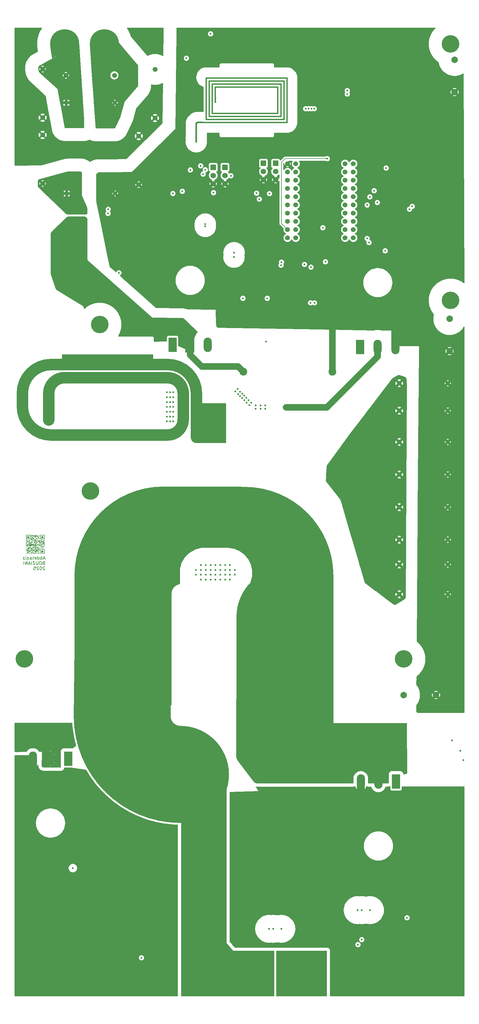
<source format=gbl>
G04 #@! TF.GenerationSoftware,KiCad,Pcbnew,9.0.3*
G04 #@! TF.CreationDate,2025-10-06T17:39:24+02:00*
G04 #@! TF.ProjectId,LLC_DCDC_V3,4c4c435f-4443-4444-935f-56332e6b6963,rev?*
G04 #@! TF.SameCoordinates,Original*
G04 #@! TF.FileFunction,Copper,L4,Bot*
G04 #@! TF.FilePolarity,Positive*
%FSLAX46Y46*%
G04 Gerber Fmt 4.6, Leading zero omitted, Abs format (unit mm)*
G04 Created by KiCad (PCBNEW 9.0.3) date 2025-10-06 17:39:24*
%MOMM*%
%LPD*%
G01*
G04 APERTURE LIST*
G04 #@! TA.AperFunction,Conductor*
%ADD10C,2.000000*%
G04 #@! TD*
G04 #@! TA.AperFunction,Conductor*
%ADD11C,0.000000*%
G04 #@! TD*
G04 #@! TA.AperFunction,Conductor*
%ADD12C,0.100000*%
G04 #@! TD*
G04 #@! TA.AperFunction,Conductor*
%ADD13C,0.500000*%
G04 #@! TD*
G04 #@! TA.AperFunction,NonConductor*
%ADD14C,0.200000*%
G04 #@! TD*
%ADD15C,0.200000*%
G04 #@! TA.AperFunction,EtchedComponent*
%ADD16C,30.000000*%
G04 #@! TD*
G04 #@! TA.AperFunction,EtchedComponent*
%ADD17C,18.880000*%
G04 #@! TD*
G04 #@! TA.AperFunction,EtchedComponent*
%ADD18C,0.200000*%
G04 #@! TD*
G04 #@! TA.AperFunction,EtchedComponent*
%ADD19C,0.300000*%
G04 #@! TD*
G04 #@! TA.AperFunction,EtchedComponent*
%ADD20C,0.000000*%
G04 #@! TD*
G04 #@! TA.AperFunction,EtchedComponent*
%ADD21C,3.575000*%
G04 #@! TD*
G04 #@! TA.AperFunction,EtchedComponent*
%ADD22C,0.450000*%
G04 #@! TD*
G04 #@! TA.AperFunction,ComponentPad*
%ADD23C,0.800000*%
G04 #@! TD*
G04 #@! TA.AperFunction,ComponentPad*
%ADD24C,5.400000*%
G04 #@! TD*
G04 #@! TA.AperFunction,ComponentPad*
%ADD25R,2.500000X4.500000*%
G04 #@! TD*
G04 #@! TA.AperFunction,ComponentPad*
%ADD26O,2.500000X4.500000*%
G04 #@! TD*
G04 #@! TA.AperFunction,ComponentPad*
%ADD27C,1.400000*%
G04 #@! TD*
G04 #@! TA.AperFunction,ComponentPad*
%ADD28R,1.700000X1.700000*%
G04 #@! TD*
G04 #@! TA.AperFunction,ComponentPad*
%ADD29C,1.700000*%
G04 #@! TD*
G04 #@! TA.AperFunction,ComponentPad*
%ADD30C,1.500000*%
G04 #@! TD*
G04 #@! TA.AperFunction,ComponentPad*
%ADD31R,1.300000X1.300000*%
G04 #@! TD*
G04 #@! TA.AperFunction,ComponentPad*
%ADD32C,1.300000*%
G04 #@! TD*
G04 #@! TA.AperFunction,ComponentPad*
%ADD33C,0.900000*%
G04 #@! TD*
G04 #@! TA.AperFunction,ComponentPad*
%ADD34C,9.000000*%
G04 #@! TD*
G04 #@! TA.AperFunction,ComponentPad*
%ADD35C,2.400000*%
G04 #@! TD*
G04 #@! TA.AperFunction,ComponentPad*
%ADD36C,2.000000*%
G04 #@! TD*
G04 #@! TA.AperFunction,ComponentPad*
%ADD37C,1.508000*%
G04 #@! TD*
G04 #@! TA.AperFunction,ViaPad*
%ADD38C,0.600000*%
G04 #@! TD*
G04 #@! TA.AperFunction,Conductor*
%ADD39C,0.200000*%
G04 #@! TD*
G04 APERTURE END LIST*
G04 #@! TA.AperFunction,NonConductor*
G36*
X84710000Y-213770000D02*
G01*
X84910000Y-213770000D01*
X84910000Y-213970000D01*
X84710000Y-213970000D01*
X84710000Y-213770000D01*
G37*
G04 #@! TD.AperFunction*
G04 #@! TA.AperFunction,NonConductor*
G36*
X84110000Y-212170000D02*
G01*
X84310000Y-212170000D01*
X84310000Y-212370000D01*
X84110000Y-212370000D01*
X84110000Y-212170000D01*
G37*
G04 #@! TD.AperFunction*
G04 #@! TA.AperFunction,NonConductor*
G36*
X85310000Y-213570000D02*
G01*
X85510000Y-213570000D01*
X85510000Y-213770000D01*
X85310000Y-213770000D01*
X85310000Y-213570000D01*
G37*
G04 #@! TD.AperFunction*
G04 #@! TA.AperFunction,NonConductor*
G36*
X83310000Y-212970000D02*
G01*
X83510000Y-212970000D01*
X83510000Y-213170000D01*
X83310000Y-213170000D01*
X83310000Y-212970000D01*
G37*
G04 #@! TD.AperFunction*
G04 #@! TA.AperFunction,NonConductor*
G36*
X82110000Y-213370000D02*
G01*
X82310000Y-213370000D01*
X82310000Y-213570000D01*
X82110000Y-213570000D01*
X82110000Y-213370000D01*
G37*
G04 #@! TD.AperFunction*
G04 #@! TA.AperFunction,NonConductor*
G36*
X85310000Y-211170000D02*
G01*
X85510000Y-211170000D01*
X85510000Y-211370000D01*
X85310000Y-211370000D01*
X85310000Y-211170000D01*
G37*
G04 #@! TD.AperFunction*
G04 #@! TA.AperFunction,NonConductor*
G36*
X84710000Y-214170000D02*
G01*
X84910000Y-214170000D01*
X84910000Y-214370000D01*
X84710000Y-214370000D01*
X84710000Y-214170000D01*
G37*
G04 #@! TD.AperFunction*
G04 #@! TA.AperFunction,NonConductor*
G36*
X83510000Y-212970000D02*
G01*
X83710000Y-212970000D01*
X83710000Y-213170000D01*
X83510000Y-213170000D01*
X83510000Y-212970000D01*
G37*
G04 #@! TD.AperFunction*
G04 #@! TA.AperFunction,NonConductor*
G36*
X81910000Y-212770000D02*
G01*
X82110000Y-212770000D01*
X82110000Y-212970000D01*
X81910000Y-212970000D01*
X81910000Y-212770000D01*
G37*
G04 #@! TD.AperFunction*
G04 #@! TA.AperFunction,NonConductor*
G36*
X82510000Y-210370000D02*
G01*
X82710000Y-210370000D01*
X82710000Y-210570000D01*
X82510000Y-210570000D01*
X82510000Y-210370000D01*
G37*
G04 #@! TD.AperFunction*
G04 #@! TA.AperFunction,NonConductor*
G36*
X83910000Y-212770000D02*
G01*
X84110000Y-212770000D01*
X84110000Y-212970000D01*
X83910000Y-212970000D01*
X83910000Y-212770000D01*
G37*
G04 #@! TD.AperFunction*
G04 #@! TA.AperFunction,NonConductor*
G36*
X82910000Y-211170000D02*
G01*
X83110000Y-211170000D01*
X83110000Y-211370000D01*
X82910000Y-211370000D01*
X82910000Y-211170000D01*
G37*
G04 #@! TD.AperFunction*
G04 #@! TA.AperFunction,NonConductor*
G36*
X84310000Y-212170000D02*
G01*
X84510000Y-212170000D01*
X84510000Y-212370000D01*
X84310000Y-212370000D01*
X84310000Y-212170000D01*
G37*
G04 #@! TD.AperFunction*
G04 #@! TA.AperFunction,NonConductor*
G36*
X81310000Y-209770000D02*
G01*
X81510000Y-209770000D01*
X81510000Y-209970000D01*
X81310000Y-209970000D01*
X81310000Y-209770000D01*
G37*
G04 #@! TD.AperFunction*
G04 #@! TA.AperFunction,NonConductor*
G36*
X84910000Y-211970000D02*
G01*
X85110000Y-211970000D01*
X85110000Y-212170000D01*
X84910000Y-212170000D01*
X84910000Y-211970000D01*
G37*
G04 #@! TD.AperFunction*
G04 #@! TA.AperFunction,NonConductor*
G36*
X81710000Y-209770000D02*
G01*
X81910000Y-209770000D01*
X81910000Y-209970000D01*
X81710000Y-209970000D01*
X81710000Y-209770000D01*
G37*
G04 #@! TD.AperFunction*
G04 #@! TA.AperFunction,NonConductor*
G36*
X86510000Y-209770000D02*
G01*
X86710000Y-209770000D01*
X86710000Y-209970000D01*
X86510000Y-209970000D01*
X86510000Y-209770000D01*
G37*
G04 #@! TD.AperFunction*
G04 #@! TA.AperFunction,NonConductor*
G36*
X82310000Y-210770000D02*
G01*
X82510000Y-210770000D01*
X82510000Y-210970000D01*
X82310000Y-210970000D01*
X82310000Y-210770000D01*
G37*
G04 #@! TD.AperFunction*
G04 #@! TA.AperFunction,NonConductor*
G36*
X83510000Y-212170000D02*
G01*
X83710000Y-212170000D01*
X83710000Y-212370000D01*
X83510000Y-212370000D01*
X83510000Y-212170000D01*
G37*
G04 #@! TD.AperFunction*
G04 #@! TA.AperFunction,NonConductor*
G36*
X85310000Y-209170000D02*
G01*
X85510000Y-209170000D01*
X85510000Y-209370000D01*
X85310000Y-209370000D01*
X85310000Y-209170000D01*
G37*
G04 #@! TD.AperFunction*
G04 #@! TA.AperFunction,NonConductor*
G36*
X82510000Y-213170000D02*
G01*
X82710000Y-213170000D01*
X82710000Y-213370000D01*
X82510000Y-213370000D01*
X82510000Y-213170000D01*
G37*
G04 #@! TD.AperFunction*
G04 #@! TA.AperFunction,NonConductor*
G36*
X86910000Y-213170000D02*
G01*
X87110000Y-213170000D01*
X87110000Y-213370000D01*
X86910000Y-213370000D01*
X86910000Y-213170000D01*
G37*
G04 #@! TD.AperFunction*
G04 #@! TA.AperFunction,NonConductor*
G36*
X84910000Y-210370000D02*
G01*
X85110000Y-210370000D01*
X85110000Y-210570000D01*
X84910000Y-210570000D01*
X84910000Y-210370000D01*
G37*
G04 #@! TD.AperFunction*
G04 #@! TA.AperFunction,NonConductor*
G36*
X85510000Y-210770000D02*
G01*
X85710000Y-210770000D01*
X85710000Y-210970000D01*
X85510000Y-210970000D01*
X85510000Y-210770000D01*
G37*
G04 #@! TD.AperFunction*
G04 #@! TA.AperFunction,NonConductor*
G36*
X86510000Y-213570000D02*
G01*
X86710000Y-213570000D01*
X86710000Y-213770000D01*
X86510000Y-213770000D01*
X86510000Y-213570000D01*
G37*
G04 #@! TD.AperFunction*
G04 #@! TA.AperFunction,NonConductor*
G36*
X86910000Y-209170000D02*
G01*
X87110000Y-209170000D01*
X87110000Y-209370000D01*
X86910000Y-209370000D01*
X86910000Y-209170000D01*
G37*
G04 #@! TD.AperFunction*
G04 #@! TA.AperFunction,NonConductor*
G36*
X86510000Y-209970000D02*
G01*
X86710000Y-209970000D01*
X86710000Y-210170000D01*
X86510000Y-210170000D01*
X86510000Y-209970000D01*
G37*
G04 #@! TD.AperFunction*
G04 #@! TA.AperFunction,NonConductor*
G36*
X83710000Y-213170000D02*
G01*
X83910000Y-213170000D01*
X83910000Y-213370000D01*
X83710000Y-213370000D01*
X83710000Y-213170000D01*
G37*
G04 #@! TD.AperFunction*
G04 #@! TA.AperFunction,NonConductor*
G36*
X81910000Y-209570000D02*
G01*
X82110000Y-209570000D01*
X82110000Y-209770000D01*
X81910000Y-209770000D01*
X81910000Y-209570000D01*
G37*
G04 #@! TD.AperFunction*
G04 #@! TA.AperFunction,NonConductor*
G36*
X82110000Y-214170000D02*
G01*
X82310000Y-214170000D01*
X82310000Y-214370000D01*
X82110000Y-214370000D01*
X82110000Y-214170000D01*
G37*
G04 #@! TD.AperFunction*
G04 #@! TA.AperFunction,NonConductor*
G36*
X85910000Y-214770000D02*
G01*
X86110000Y-214770000D01*
X86110000Y-214970000D01*
X85910000Y-214970000D01*
X85910000Y-214770000D01*
G37*
G04 #@! TD.AperFunction*
G04 #@! TA.AperFunction,NonConductor*
G36*
X82910000Y-213170000D02*
G01*
X83110000Y-213170000D01*
X83110000Y-213370000D01*
X82910000Y-213370000D01*
X82910000Y-213170000D01*
G37*
G04 #@! TD.AperFunction*
G04 #@! TA.AperFunction,NonConductor*
G36*
X81510000Y-210370000D02*
G01*
X81710000Y-210370000D01*
X81710000Y-210570000D01*
X81510000Y-210570000D01*
X81510000Y-210370000D01*
G37*
G04 #@! TD.AperFunction*
G04 #@! TA.AperFunction,NonConductor*
G36*
X84510000Y-212970000D02*
G01*
X84710000Y-212970000D01*
X84710000Y-213170000D01*
X84510000Y-213170000D01*
X84510000Y-212970000D01*
G37*
G04 #@! TD.AperFunction*
G04 #@! TA.AperFunction,NonConductor*
G36*
X86110000Y-213570000D02*
G01*
X86310000Y-213570000D01*
X86310000Y-213770000D01*
X86110000Y-213770000D01*
X86110000Y-213570000D01*
G37*
G04 #@! TD.AperFunction*
G04 #@! TA.AperFunction,NonConductor*
G36*
X84310000Y-214770000D02*
G01*
X84510000Y-214770000D01*
X84510000Y-214970000D01*
X84310000Y-214970000D01*
X84310000Y-214770000D01*
G37*
G04 #@! TD.AperFunction*
G04 #@! TA.AperFunction,NonConductor*
G36*
X86510000Y-214770000D02*
G01*
X86710000Y-214770000D01*
X86710000Y-214970000D01*
X86510000Y-214970000D01*
X86510000Y-214770000D01*
G37*
G04 #@! TD.AperFunction*
G04 #@! TA.AperFunction,NonConductor*
G36*
X82510000Y-210170000D02*
G01*
X82710000Y-210170000D01*
X82710000Y-210370000D01*
X82510000Y-210370000D01*
X82510000Y-210170000D01*
G37*
G04 #@! TD.AperFunction*
G04 #@! TA.AperFunction,NonConductor*
G36*
X84110000Y-212970000D02*
G01*
X84310000Y-212970000D01*
X84310000Y-213170000D01*
X84110000Y-213170000D01*
X84110000Y-212970000D01*
G37*
G04 #@! TD.AperFunction*
G04 #@! TA.AperFunction,NonConductor*
G36*
X85310000Y-209570000D02*
G01*
X85510000Y-209570000D01*
X85510000Y-209770000D01*
X85310000Y-209770000D01*
X85310000Y-209570000D01*
G37*
G04 #@! TD.AperFunction*
G04 #@! TA.AperFunction,NonConductor*
G36*
X85110000Y-209970000D02*
G01*
X85310000Y-209970000D01*
X85310000Y-210170000D01*
X85110000Y-210170000D01*
X85110000Y-209970000D01*
G37*
G04 #@! TD.AperFunction*
G04 #@! TA.AperFunction,NonConductor*
G36*
X82710000Y-211970000D02*
G01*
X82910000Y-211970000D01*
X82910000Y-212170000D01*
X82710000Y-212170000D01*
X82710000Y-211970000D01*
G37*
G04 #@! TD.AperFunction*
G04 #@! TA.AperFunction,NonConductor*
G36*
X82510000Y-212970000D02*
G01*
X82710000Y-212970000D01*
X82710000Y-213170000D01*
X82510000Y-213170000D01*
X82510000Y-212970000D01*
G37*
G04 #@! TD.AperFunction*
G04 #@! TA.AperFunction,NonConductor*
G36*
X83110000Y-213370000D02*
G01*
X83310000Y-213370000D01*
X83310000Y-213570000D01*
X83110000Y-213570000D01*
X83110000Y-213370000D01*
G37*
G04 #@! TD.AperFunction*
G04 #@! TA.AperFunction,NonConductor*
G36*
X84310000Y-210170000D02*
G01*
X84510000Y-210170000D01*
X84510000Y-210370000D01*
X84310000Y-210370000D01*
X84310000Y-210170000D01*
G37*
G04 #@! TD.AperFunction*
G04 #@! TA.AperFunction,NonConductor*
G36*
X86310000Y-213970000D02*
G01*
X86510000Y-213970000D01*
X86510000Y-214170000D01*
X86310000Y-214170000D01*
X86310000Y-213970000D01*
G37*
G04 #@! TD.AperFunction*
G04 #@! TA.AperFunction,NonConductor*
G36*
X81910000Y-213370000D02*
G01*
X82110000Y-213370000D01*
X82110000Y-213570000D01*
X81910000Y-213570000D01*
X81910000Y-213370000D01*
G37*
G04 #@! TD.AperFunction*
G04 #@! TA.AperFunction,Conductor*
G36*
X134010000Y-168555000D02*
G01*
X143190000Y-168555000D01*
X143190000Y-180835000D01*
X134010000Y-180835000D01*
X134010000Y-168555000D01*
G37*
G04 #@! TD.AperFunction*
G04 #@! TA.AperFunction,NonConductor*
G36*
X81310000Y-211570000D02*
G01*
X81510000Y-211570000D01*
X81510000Y-211770000D01*
X81310000Y-211770000D01*
X81310000Y-211570000D01*
G37*
G04 #@! TD.AperFunction*
G04 #@! TA.AperFunction,NonConductor*
G36*
X85710000Y-212370000D02*
G01*
X85910000Y-212370000D01*
X85910000Y-212570000D01*
X85710000Y-212570000D01*
X85710000Y-212370000D01*
G37*
G04 #@! TD.AperFunction*
G04 #@! TA.AperFunction,NonConductor*
G36*
X81310000Y-213170000D02*
G01*
X81510000Y-213170000D01*
X81510000Y-213370000D01*
X81310000Y-213370000D01*
X81310000Y-213170000D01*
G37*
G04 #@! TD.AperFunction*
G04 #@! TA.AperFunction,NonConductor*
G36*
X82910000Y-214570000D02*
G01*
X83110000Y-214570000D01*
X83110000Y-214770000D01*
X82910000Y-214770000D01*
X82910000Y-214570000D01*
G37*
G04 #@! TD.AperFunction*
G04 #@! TA.AperFunction,Conductor*
G36*
X158660000Y-337565000D02*
G01*
X174280000Y-337565000D01*
X174280000Y-351575000D01*
X158660000Y-351575000D01*
X158660000Y-337565000D01*
G37*
G04 #@! TD.AperFunction*
G04 #@! TA.AperFunction,NonConductor*
G36*
X86910000Y-213970000D02*
G01*
X87110000Y-213970000D01*
X87110000Y-214170000D01*
X86910000Y-214170000D01*
X86910000Y-213970000D01*
G37*
G04 #@! TD.AperFunction*
G04 #@! TA.AperFunction,NonConductor*
G36*
X82910000Y-209970000D02*
G01*
X83110000Y-209970000D01*
X83110000Y-210170000D01*
X82910000Y-210170000D01*
X82910000Y-209970000D01*
G37*
G04 #@! TD.AperFunction*
G04 #@! TA.AperFunction,NonConductor*
G36*
X81310000Y-211370000D02*
G01*
X81510000Y-211370000D01*
X81510000Y-211570000D01*
X81310000Y-211570000D01*
X81310000Y-211370000D01*
G37*
G04 #@! TD.AperFunction*
G04 #@! TA.AperFunction,NonConductor*
G36*
X85510000Y-212170000D02*
G01*
X85710000Y-212170000D01*
X85710000Y-212370000D01*
X85510000Y-212370000D01*
X85510000Y-212170000D01*
G37*
G04 #@! TD.AperFunction*
G04 #@! TA.AperFunction,NonConductor*
G36*
X84110000Y-210970000D02*
G01*
X84310000Y-210970000D01*
X84310000Y-211170000D01*
X84110000Y-211170000D01*
X84110000Y-210970000D01*
G37*
G04 #@! TD.AperFunction*
G04 #@! TA.AperFunction,NonConductor*
G36*
X84110000Y-212770000D02*
G01*
X84310000Y-212770000D01*
X84310000Y-212970000D01*
X84110000Y-212970000D01*
X84110000Y-212770000D01*
G37*
G04 #@! TD.AperFunction*
G04 #@! TA.AperFunction,NonConductor*
G36*
X84110000Y-209370000D02*
G01*
X84310000Y-209370000D01*
X84310000Y-209570000D01*
X84110000Y-209570000D01*
X84110000Y-209370000D01*
G37*
G04 #@! TD.AperFunction*
G04 #@! TA.AperFunction,NonConductor*
G36*
X81310000Y-209170000D02*
G01*
X81510000Y-209170000D01*
X81510000Y-209370000D01*
X81310000Y-209370000D01*
X81310000Y-209170000D01*
G37*
G04 #@! TD.AperFunction*
G04 #@! TA.AperFunction,NonConductor*
G36*
X84710000Y-213370000D02*
G01*
X84910000Y-213370000D01*
X84910000Y-213570000D01*
X84710000Y-213570000D01*
X84710000Y-213370000D01*
G37*
G04 #@! TD.AperFunction*
G04 #@! TA.AperFunction,NonConductor*
G36*
X85110000Y-212970000D02*
G01*
X85310000Y-212970000D01*
X85310000Y-213170000D01*
X85110000Y-213170000D01*
X85110000Y-212970000D01*
G37*
G04 #@! TD.AperFunction*
G04 #@! TA.AperFunction,NonConductor*
G36*
X86110000Y-213170000D02*
G01*
X86310000Y-213170000D01*
X86310000Y-213370000D01*
X86110000Y-213370000D01*
X86110000Y-213170000D01*
G37*
G04 #@! TD.AperFunction*
G04 #@! TA.AperFunction,NonConductor*
G36*
X81710000Y-209970000D02*
G01*
X81910000Y-209970000D01*
X81910000Y-210170000D01*
X81710000Y-210170000D01*
X81710000Y-209970000D01*
G37*
G04 #@! TD.AperFunction*
G04 #@! TA.AperFunction,NonConductor*
G36*
X83110000Y-214570000D02*
G01*
X83310000Y-214570000D01*
X83310000Y-214770000D01*
X83110000Y-214770000D01*
X83110000Y-214570000D01*
G37*
G04 #@! TD.AperFunction*
G04 #@! TA.AperFunction,NonConductor*
G36*
X83710000Y-210770000D02*
G01*
X83910000Y-210770000D01*
X83910000Y-210970000D01*
X83710000Y-210970000D01*
X83710000Y-210770000D01*
G37*
G04 #@! TD.AperFunction*
G04 #@! TA.AperFunction,NonConductor*
G36*
X82910000Y-211970000D02*
G01*
X83110000Y-211970000D01*
X83110000Y-212170000D01*
X82910000Y-212170000D01*
X82910000Y-211970000D01*
G37*
G04 #@! TD.AperFunction*
G04 #@! TA.AperFunction,Conductor*
G36*
X129280000Y-337565000D02*
G01*
X158040000Y-337565000D01*
X158040000Y-351575000D01*
X129280000Y-351575000D01*
X129280000Y-337565000D01*
G37*
G04 #@! TD.AperFunction*
G04 #@! TA.AperFunction,NonConductor*
G36*
X86710000Y-211970000D02*
G01*
X86910000Y-211970000D01*
X86910000Y-212170000D01*
X86710000Y-212170000D01*
X86710000Y-211970000D01*
G37*
G04 #@! TD.AperFunction*
G04 #@! TA.AperFunction,NonConductor*
G36*
X85110000Y-213770000D02*
G01*
X85310000Y-213770000D01*
X85310000Y-213970000D01*
X85110000Y-213970000D01*
X85110000Y-213770000D01*
G37*
G04 #@! TD.AperFunction*
G04 #@! TA.AperFunction,NonConductor*
G36*
X85710000Y-209970000D02*
G01*
X85910000Y-209970000D01*
X85910000Y-210170000D01*
X85710000Y-210170000D01*
X85710000Y-209970000D01*
G37*
G04 #@! TD.AperFunction*
G04 #@! TA.AperFunction,NonConductor*
G36*
X86510000Y-212570000D02*
G01*
X86710000Y-212570000D01*
X86710000Y-212770000D01*
X86510000Y-212770000D01*
X86510000Y-212570000D01*
G37*
G04 #@! TD.AperFunction*
G04 #@! TA.AperFunction,NonConductor*
G36*
X84310000Y-213370000D02*
G01*
X84510000Y-213370000D01*
X84510000Y-213570000D01*
X84310000Y-213570000D01*
X84310000Y-213370000D01*
G37*
G04 #@! TD.AperFunction*
G04 #@! TA.AperFunction,NonConductor*
G36*
X86510000Y-209170000D02*
G01*
X86710000Y-209170000D01*
X86710000Y-209370000D01*
X86510000Y-209370000D01*
X86510000Y-209170000D01*
G37*
G04 #@! TD.AperFunction*
G04 #@! TA.AperFunction,NonConductor*
G36*
X81510000Y-212770000D02*
G01*
X81710000Y-212770000D01*
X81710000Y-212970000D01*
X81510000Y-212970000D01*
X81510000Y-212770000D01*
G37*
G04 #@! TD.AperFunction*
G04 #@! TA.AperFunction,NonConductor*
G36*
X83310000Y-209770000D02*
G01*
X83510000Y-209770000D01*
X83510000Y-209970000D01*
X83310000Y-209970000D01*
X83310000Y-209770000D01*
G37*
G04 #@! TD.AperFunction*
G04 #@! TA.AperFunction,NonConductor*
G36*
X83310000Y-211170000D02*
G01*
X83510000Y-211170000D01*
X83510000Y-211370000D01*
X83310000Y-211370000D01*
X83310000Y-211170000D01*
G37*
G04 #@! TD.AperFunction*
D10*
X176030000Y-158785000D02*
X176020000Y-142375000D01*
G04 #@! TA.AperFunction,NonConductor*
G36*
X81310000Y-210770000D02*
G01*
X81510000Y-210770000D01*
X81510000Y-210970000D01*
X81310000Y-210970000D01*
X81310000Y-210770000D01*
G37*
G04 #@! TD.AperFunction*
G04 #@! TA.AperFunction,NonConductor*
G36*
X84110000Y-212570000D02*
G01*
X84310000Y-212570000D01*
X84310000Y-212770000D01*
X84110000Y-212770000D01*
X84110000Y-212570000D01*
G37*
G04 #@! TD.AperFunction*
G04 #@! TA.AperFunction,NonConductor*
G36*
X82510000Y-214770000D02*
G01*
X82710000Y-214770000D01*
X82710000Y-214970000D01*
X82510000Y-214970000D01*
X82510000Y-214770000D01*
G37*
G04 #@! TD.AperFunction*
G04 #@! TA.AperFunction,NonConductor*
G36*
X86910000Y-209570000D02*
G01*
X87110000Y-209570000D01*
X87110000Y-209770000D01*
X86910000Y-209770000D01*
X86910000Y-209570000D01*
G37*
G04 #@! TD.AperFunction*
G04 #@! TA.AperFunction,NonConductor*
G36*
X83310000Y-210370000D02*
G01*
X83510000Y-210370000D01*
X83510000Y-210570000D01*
X83310000Y-210570000D01*
X83310000Y-210370000D01*
G37*
G04 #@! TD.AperFunction*
G04 #@! TA.AperFunction,NonConductor*
G36*
X82110000Y-213570000D02*
G01*
X82310000Y-213570000D01*
X82310000Y-213770000D01*
X82110000Y-213770000D01*
X82110000Y-213570000D01*
G37*
G04 #@! TD.AperFunction*
G04 #@! TA.AperFunction,NonConductor*
G36*
X84710000Y-212970000D02*
G01*
X84910000Y-212970000D01*
X84910000Y-213170000D01*
X84710000Y-213170000D01*
X84710000Y-212970000D01*
G37*
G04 #@! TD.AperFunction*
G04 #@! TA.AperFunction,NonConductor*
G36*
X86110000Y-212770000D02*
G01*
X86310000Y-212770000D01*
X86310000Y-212970000D01*
X86110000Y-212970000D01*
X86110000Y-212770000D01*
G37*
G04 #@! TD.AperFunction*
G04 #@! TA.AperFunction,NonConductor*
G36*
X86110000Y-211970000D02*
G01*
X86310000Y-211970000D01*
X86310000Y-212170000D01*
X86110000Y-212170000D01*
X86110000Y-211970000D01*
G37*
G04 #@! TD.AperFunction*
G04 #@! TA.AperFunction,NonConductor*
G36*
X82310000Y-213970000D02*
G01*
X82510000Y-213970000D01*
X82510000Y-214170000D01*
X82310000Y-214170000D01*
X82310000Y-213970000D01*
G37*
G04 #@! TD.AperFunction*
G04 #@! TA.AperFunction,NonConductor*
G36*
X86710000Y-213570000D02*
G01*
X86910000Y-213570000D01*
X86910000Y-213770000D01*
X86710000Y-213770000D01*
X86710000Y-213570000D01*
G37*
G04 #@! TD.AperFunction*
G04 #@! TA.AperFunction,NonConductor*
G36*
X83110000Y-210570000D02*
G01*
X83310000Y-210570000D01*
X83310000Y-210770000D01*
X83110000Y-210770000D01*
X83110000Y-210570000D01*
G37*
G04 #@! TD.AperFunction*
G04 #@! TA.AperFunction,NonConductor*
G36*
X85310000Y-213370000D02*
G01*
X85510000Y-213370000D01*
X85510000Y-213570000D01*
X85310000Y-213570000D01*
X85310000Y-213370000D01*
G37*
G04 #@! TD.AperFunction*
G04 #@! TA.AperFunction,NonConductor*
G36*
X85710000Y-210170000D02*
G01*
X85910000Y-210170000D01*
X85910000Y-210370000D01*
X85710000Y-210370000D01*
X85710000Y-210170000D01*
G37*
G04 #@! TD.AperFunction*
G04 #@! TA.AperFunction,NonConductor*
G36*
X86110000Y-212570000D02*
G01*
X86310000Y-212570000D01*
X86310000Y-212770000D01*
X86110000Y-212770000D01*
X86110000Y-212570000D01*
G37*
G04 #@! TD.AperFunction*
G04 #@! TA.AperFunction,NonConductor*
G36*
X84110000Y-213770000D02*
G01*
X84310000Y-213770000D01*
X84310000Y-213970000D01*
X84110000Y-213970000D01*
X84110000Y-213770000D01*
G37*
G04 #@! TD.AperFunction*
G04 #@! TA.AperFunction,NonConductor*
G36*
X86110000Y-211770000D02*
G01*
X86310000Y-211770000D01*
X86310000Y-211970000D01*
X86110000Y-211970000D01*
X86110000Y-211770000D01*
G37*
G04 #@! TD.AperFunction*
G04 #@! TA.AperFunction,NonConductor*
G36*
X86710000Y-211570000D02*
G01*
X86910000Y-211570000D01*
X86910000Y-211770000D01*
X86710000Y-211770000D01*
X86710000Y-211570000D01*
G37*
G04 #@! TD.AperFunction*
G04 #@! TA.AperFunction,NonConductor*
G36*
X85710000Y-212770000D02*
G01*
X85910000Y-212770000D01*
X85910000Y-212970000D01*
X85710000Y-212970000D01*
X85710000Y-212770000D01*
G37*
G04 #@! TD.AperFunction*
G04 #@! TA.AperFunction,NonConductor*
G36*
X81310000Y-210970000D02*
G01*
X81510000Y-210970000D01*
X81510000Y-211170000D01*
X81310000Y-211170000D01*
X81310000Y-210970000D01*
G37*
G04 #@! TD.AperFunction*
G04 #@! TA.AperFunction,NonConductor*
G36*
X86310000Y-211970000D02*
G01*
X86510000Y-211970000D01*
X86510000Y-212170000D01*
X86310000Y-212170000D01*
X86310000Y-211970000D01*
G37*
G04 #@! TD.AperFunction*
G04 #@! TA.AperFunction,NonConductor*
G36*
X83310000Y-209370000D02*
G01*
X83510000Y-209370000D01*
X83510000Y-209570000D01*
X83310000Y-209570000D01*
X83310000Y-209370000D01*
G37*
G04 #@! TD.AperFunction*
G04 #@! TA.AperFunction,NonConductor*
G36*
X85710000Y-211570000D02*
G01*
X85910000Y-211570000D01*
X85910000Y-211770000D01*
X85710000Y-211770000D01*
X85710000Y-211570000D01*
G37*
G04 #@! TD.AperFunction*
G04 #@! TA.AperFunction,NonConductor*
G36*
X82310000Y-212170000D02*
G01*
X82510000Y-212170000D01*
X82510000Y-212370000D01*
X82310000Y-212370000D01*
X82310000Y-212170000D01*
G37*
G04 #@! TD.AperFunction*
G04 #@! TA.AperFunction,NonConductor*
G36*
X85110000Y-212170000D02*
G01*
X85310000Y-212170000D01*
X85310000Y-212370000D01*
X85110000Y-212370000D01*
X85110000Y-212170000D01*
G37*
G04 #@! TD.AperFunction*
G04 #@! TA.AperFunction,NonConductor*
G36*
X81710000Y-214370000D02*
G01*
X81910000Y-214370000D01*
X81910000Y-214570000D01*
X81710000Y-214570000D01*
X81710000Y-214370000D01*
G37*
G04 #@! TD.AperFunction*
G04 #@! TA.AperFunction,NonConductor*
G36*
X82110000Y-213970000D02*
G01*
X82310000Y-213970000D01*
X82310000Y-214170000D01*
X82110000Y-214170000D01*
X82110000Y-213970000D01*
G37*
G04 #@! TD.AperFunction*
G04 #@! TA.AperFunction,NonConductor*
G36*
X84910000Y-210170000D02*
G01*
X85110000Y-210170000D01*
X85110000Y-210370000D01*
X84910000Y-210370000D01*
X84910000Y-210170000D01*
G37*
G04 #@! TD.AperFunction*
G04 #@! TA.AperFunction,NonConductor*
G36*
X85710000Y-209770000D02*
G01*
X85910000Y-209770000D01*
X85910000Y-209970000D01*
X85710000Y-209970000D01*
X85710000Y-209770000D01*
G37*
G04 #@! TD.AperFunction*
G04 #@! TA.AperFunction,NonConductor*
G36*
X81710000Y-212570000D02*
G01*
X81910000Y-212570000D01*
X81910000Y-212770000D01*
X81710000Y-212770000D01*
X81710000Y-212570000D01*
G37*
G04 #@! TD.AperFunction*
G04 #@! TA.AperFunction,NonConductor*
G36*
X86910000Y-214570000D02*
G01*
X87110000Y-214570000D01*
X87110000Y-214770000D01*
X86910000Y-214770000D01*
X86910000Y-214570000D01*
G37*
G04 #@! TD.AperFunction*
G04 #@! TA.AperFunction,NonConductor*
G36*
X82310000Y-211370000D02*
G01*
X82510000Y-211370000D01*
X82510000Y-211570000D01*
X82310000Y-211570000D01*
X82310000Y-211370000D01*
G37*
G04 #@! TD.AperFunction*
G04 #@! TA.AperFunction,NonConductor*
G36*
X83510000Y-212770000D02*
G01*
X83710000Y-212770000D01*
X83710000Y-212970000D01*
X83510000Y-212970000D01*
X83510000Y-212770000D01*
G37*
G04 #@! TD.AperFunction*
G04 #@! TA.AperFunction,NonConductor*
G36*
X84510000Y-212370000D02*
G01*
X84710000Y-212370000D01*
X84710000Y-212570000D01*
X84510000Y-212570000D01*
X84510000Y-212370000D01*
G37*
G04 #@! TD.AperFunction*
G04 #@! TA.AperFunction,NonConductor*
G36*
X82910000Y-210370000D02*
G01*
X83110000Y-210370000D01*
X83110000Y-210570000D01*
X82910000Y-210570000D01*
X82910000Y-210370000D01*
G37*
G04 #@! TD.AperFunction*
G04 #@! TA.AperFunction,NonConductor*
G36*
X84910000Y-213570000D02*
G01*
X85110000Y-213570000D01*
X85110000Y-213770000D01*
X84910000Y-213770000D01*
X84910000Y-213570000D01*
G37*
G04 #@! TD.AperFunction*
G04 #@! TA.AperFunction,NonConductor*
G36*
X81310000Y-214770000D02*
G01*
X81510000Y-214770000D01*
X81510000Y-214970000D01*
X81310000Y-214970000D01*
X81310000Y-214770000D01*
G37*
G04 #@! TD.AperFunction*
G04 #@! TA.AperFunction,NonConductor*
G36*
X83710000Y-210570000D02*
G01*
X83910000Y-210570000D01*
X83910000Y-210770000D01*
X83710000Y-210770000D01*
X83710000Y-210570000D01*
G37*
G04 #@! TD.AperFunction*
G04 #@! TA.AperFunction,NonConductor*
G36*
X85710000Y-213770000D02*
G01*
X85910000Y-213770000D01*
X85910000Y-213970000D01*
X85710000Y-213970000D01*
X85710000Y-213770000D01*
G37*
G04 #@! TD.AperFunction*
G04 #@! TA.AperFunction,NonConductor*
G36*
X81710000Y-212370000D02*
G01*
X81910000Y-212370000D01*
X81910000Y-212570000D01*
X81710000Y-212570000D01*
X81710000Y-212370000D01*
G37*
G04 #@! TD.AperFunction*
G04 #@! TA.AperFunction,NonConductor*
G36*
X83510000Y-212370000D02*
G01*
X83710000Y-212370000D01*
X83710000Y-212570000D01*
X83510000Y-212570000D01*
X83510000Y-212370000D01*
G37*
G04 #@! TD.AperFunction*
G04 #@! TA.AperFunction,NonConductor*
G36*
X86910000Y-211370000D02*
G01*
X87110000Y-211370000D01*
X87110000Y-211570000D01*
X86910000Y-211570000D01*
X86910000Y-211370000D01*
G37*
G04 #@! TD.AperFunction*
G04 #@! TA.AperFunction,NonConductor*
G36*
X81910000Y-213970000D02*
G01*
X82110000Y-213970000D01*
X82110000Y-214170000D01*
X81910000Y-214170000D01*
X81910000Y-213970000D01*
G37*
G04 #@! TD.AperFunction*
G04 #@! TA.AperFunction,NonConductor*
G36*
X82310000Y-212970000D02*
G01*
X82510000Y-212970000D01*
X82510000Y-213170000D01*
X82310000Y-213170000D01*
X82310000Y-212970000D01*
G37*
G04 #@! TD.AperFunction*
G04 #@! TA.AperFunction,NonConductor*
G36*
X81910000Y-209970000D02*
G01*
X82110000Y-209970000D01*
X82110000Y-210170000D01*
X81910000Y-210170000D01*
X81910000Y-209970000D01*
G37*
G04 #@! TD.AperFunction*
G04 #@! TA.AperFunction,NonConductor*
G36*
X83910000Y-209770000D02*
G01*
X84110000Y-209770000D01*
X84110000Y-209970000D01*
X83910000Y-209970000D01*
X83910000Y-209770000D01*
G37*
G04 #@! TD.AperFunction*
G04 #@! TA.AperFunction,NonConductor*
G36*
X81910000Y-213170000D02*
G01*
X82110000Y-213170000D01*
X82110000Y-213370000D01*
X81910000Y-213370000D01*
X81910000Y-213170000D01*
G37*
G04 #@! TD.AperFunction*
G04 #@! TA.AperFunction,NonConductor*
G36*
X82310000Y-211970000D02*
G01*
X82510000Y-211970000D01*
X82510000Y-212170000D01*
X82310000Y-212170000D01*
X82310000Y-211970000D01*
G37*
G04 #@! TD.AperFunction*
G04 #@! TA.AperFunction,NonConductor*
G36*
X83110000Y-212170000D02*
G01*
X83310000Y-212170000D01*
X83310000Y-212370000D01*
X83110000Y-212370000D01*
X83110000Y-212170000D01*
G37*
G04 #@! TD.AperFunction*
G04 #@! TA.AperFunction,NonConductor*
G36*
X84110000Y-210570000D02*
G01*
X84310000Y-210570000D01*
X84310000Y-210770000D01*
X84110000Y-210770000D01*
X84110000Y-210570000D01*
G37*
G04 #@! TD.AperFunction*
G04 #@! TA.AperFunction,NonConductor*
G36*
X85310000Y-213970000D02*
G01*
X85510000Y-213970000D01*
X85510000Y-214170000D01*
X85310000Y-214170000D01*
X85310000Y-213970000D01*
G37*
G04 #@! TD.AperFunction*
G04 #@! TA.AperFunction,NonConductor*
G36*
X84710000Y-209370000D02*
G01*
X84910000Y-209370000D01*
X84910000Y-209570000D01*
X84710000Y-209570000D01*
X84710000Y-209370000D01*
G37*
G04 #@! TD.AperFunction*
G04 #@! TA.AperFunction,NonConductor*
G36*
X83710000Y-212370000D02*
G01*
X83910000Y-212370000D01*
X83910000Y-212570000D01*
X83710000Y-212570000D01*
X83710000Y-212370000D01*
G37*
G04 #@! TD.AperFunction*
G04 #@! TA.AperFunction,NonConductor*
G36*
X84710000Y-209770000D02*
G01*
X84910000Y-209770000D01*
X84910000Y-209970000D01*
X84710000Y-209970000D01*
X84710000Y-209770000D01*
G37*
G04 #@! TD.AperFunction*
G04 #@! TA.AperFunction,NonConductor*
G36*
X84310000Y-210970000D02*
G01*
X84510000Y-210970000D01*
X84510000Y-211170000D01*
X84310000Y-211170000D01*
X84310000Y-210970000D01*
G37*
G04 #@! TD.AperFunction*
G04 #@! TA.AperFunction,Conductor*
G36*
X130560000Y-147385000D02*
G01*
X133320000Y-147385000D01*
X133320000Y-152895000D01*
X130560000Y-152895000D01*
X130560000Y-147385000D01*
G37*
G04 #@! TD.AperFunction*
G04 #@! TA.AperFunction,NonConductor*
G36*
X84110000Y-213370000D02*
G01*
X84310000Y-213370000D01*
X84310000Y-213570000D01*
X84110000Y-213570000D01*
X84110000Y-213370000D01*
G37*
G04 #@! TD.AperFunction*
G04 #@! TA.AperFunction,NonConductor*
G36*
X82510000Y-212570000D02*
G01*
X82710000Y-212570000D01*
X82710000Y-212770000D01*
X82510000Y-212770000D01*
X82510000Y-212570000D01*
G37*
G04 #@! TD.AperFunction*
G04 #@! TA.AperFunction,NonConductor*
G36*
X84910000Y-209570000D02*
G01*
X85110000Y-209570000D01*
X85110000Y-209770000D01*
X84910000Y-209770000D01*
X84910000Y-209570000D01*
G37*
G04 #@! TD.AperFunction*
G04 #@! TA.AperFunction,NonConductor*
G36*
X81710000Y-210770000D02*
G01*
X81910000Y-210770000D01*
X81910000Y-210970000D01*
X81710000Y-210970000D01*
X81710000Y-210770000D01*
G37*
G04 #@! TD.AperFunction*
G04 #@! TA.AperFunction,NonConductor*
G36*
X82310000Y-214170000D02*
G01*
X82510000Y-214170000D01*
X82510000Y-214370000D01*
X82310000Y-214370000D01*
X82310000Y-214170000D01*
G37*
G04 #@! TD.AperFunction*
G04 #@! TA.AperFunction,NonConductor*
G36*
X86910000Y-213570000D02*
G01*
X87110000Y-213570000D01*
X87110000Y-213770000D01*
X86910000Y-213770000D01*
X86910000Y-213570000D01*
G37*
G04 #@! TD.AperFunction*
G04 #@! TA.AperFunction,NonConductor*
G36*
X84110000Y-209770000D02*
G01*
X84310000Y-209770000D01*
X84310000Y-209970000D01*
X84110000Y-209970000D01*
X84110000Y-209770000D01*
G37*
G04 #@! TD.AperFunction*
G04 #@! TA.AperFunction,NonConductor*
G36*
X86110000Y-209570000D02*
G01*
X86310000Y-209570000D01*
X86310000Y-209770000D01*
X86110000Y-209770000D01*
X86110000Y-209570000D01*
G37*
G04 #@! TD.AperFunction*
G04 #@! TA.AperFunction,NonConductor*
G36*
X84710000Y-210970000D02*
G01*
X84910000Y-210970000D01*
X84910000Y-211170000D01*
X84710000Y-211170000D01*
X84710000Y-210970000D01*
G37*
G04 #@! TD.AperFunction*
G04 #@! TA.AperFunction,NonConductor*
G36*
X85110000Y-210970000D02*
G01*
X85310000Y-210970000D01*
X85310000Y-211170000D01*
X85110000Y-211170000D01*
X85110000Y-210970000D01*
G37*
G04 #@! TD.AperFunction*
G04 #@! TA.AperFunction,NonConductor*
G36*
X84710000Y-209570000D02*
G01*
X84910000Y-209570000D01*
X84910000Y-209770000D01*
X84710000Y-209770000D01*
X84710000Y-209570000D01*
G37*
G04 #@! TD.AperFunction*
G04 #@! TA.AperFunction,NonConductor*
G36*
X83510000Y-210170000D02*
G01*
X83710000Y-210170000D01*
X83710000Y-210370000D01*
X83510000Y-210370000D01*
X83510000Y-210170000D01*
G37*
G04 #@! TD.AperFunction*
G04 #@! TA.AperFunction,NonConductor*
G36*
X81310000Y-209370000D02*
G01*
X81510000Y-209370000D01*
X81510000Y-209570000D01*
X81310000Y-209570000D01*
X81310000Y-209370000D01*
G37*
G04 #@! TD.AperFunction*
G04 #@! TA.AperFunction,NonConductor*
G36*
X82510000Y-209570000D02*
G01*
X82710000Y-209570000D01*
X82710000Y-209770000D01*
X82510000Y-209770000D01*
X82510000Y-209570000D01*
G37*
G04 #@! TD.AperFunction*
G04 #@! TA.AperFunction,NonConductor*
G36*
X82110000Y-212970000D02*
G01*
X82310000Y-212970000D01*
X82310000Y-213170000D01*
X82110000Y-213170000D01*
X82110000Y-212970000D01*
G37*
G04 #@! TD.AperFunction*
G04 #@! TA.AperFunction,NonConductor*
G36*
X83710000Y-213570000D02*
G01*
X83910000Y-213570000D01*
X83910000Y-213770000D01*
X83710000Y-213770000D01*
X83710000Y-213570000D01*
G37*
G04 #@! TD.AperFunction*
G04 #@! TA.AperFunction,NonConductor*
G36*
X84710000Y-209170000D02*
G01*
X84910000Y-209170000D01*
X84910000Y-209370000D01*
X84710000Y-209370000D01*
X84710000Y-209170000D01*
G37*
G04 #@! TD.AperFunction*
G04 #@! TA.AperFunction,NonConductor*
G36*
X86310000Y-211170000D02*
G01*
X86510000Y-211170000D01*
X86510000Y-211370000D01*
X86310000Y-211370000D01*
X86310000Y-211170000D01*
G37*
G04 #@! TD.AperFunction*
G04 #@! TA.AperFunction,NonConductor*
G36*
X86110000Y-209970000D02*
G01*
X86310000Y-209970000D01*
X86310000Y-210170000D01*
X86110000Y-210170000D01*
X86110000Y-209970000D01*
G37*
G04 #@! TD.AperFunction*
G04 #@! TA.AperFunction,NonConductor*
G36*
X86510000Y-213970000D02*
G01*
X86710000Y-213970000D01*
X86710000Y-214170000D01*
X86510000Y-214170000D01*
X86510000Y-213970000D01*
G37*
G04 #@! TD.AperFunction*
G04 #@! TA.AperFunction,NonConductor*
G36*
X86710000Y-211170000D02*
G01*
X86910000Y-211170000D01*
X86910000Y-211370000D01*
X86710000Y-211370000D01*
X86710000Y-211170000D01*
G37*
G04 #@! TD.AperFunction*
G04 #@! TA.AperFunction,NonConductor*
G36*
X84110000Y-214770000D02*
G01*
X84310000Y-214770000D01*
X84310000Y-214970000D01*
X84110000Y-214970000D01*
X84110000Y-214770000D01*
G37*
G04 #@! TD.AperFunction*
G04 #@! TA.AperFunction,NonConductor*
G36*
X86310000Y-209570000D02*
G01*
X86510000Y-209570000D01*
X86510000Y-209770000D01*
X86310000Y-209770000D01*
X86310000Y-209570000D01*
G37*
G04 #@! TD.AperFunction*
G04 #@! TA.AperFunction,NonConductor*
G36*
X84310000Y-213770000D02*
G01*
X84510000Y-213770000D01*
X84510000Y-213970000D01*
X84310000Y-213970000D01*
X84310000Y-213770000D01*
G37*
G04 #@! TD.AperFunction*
G04 #@! TA.AperFunction,NonConductor*
G36*
X86310000Y-209770000D02*
G01*
X86510000Y-209770000D01*
X86510000Y-209970000D01*
X86310000Y-209970000D01*
X86310000Y-209770000D01*
G37*
G04 #@! TD.AperFunction*
G04 #@! TA.AperFunction,NonConductor*
G36*
X84710000Y-213970000D02*
G01*
X84910000Y-213970000D01*
X84910000Y-214170000D01*
X84710000Y-214170000D01*
X84710000Y-213970000D01*
G37*
G04 #@! TD.AperFunction*
G04 #@! TA.AperFunction,NonConductor*
G36*
X82110000Y-211970000D02*
G01*
X82310000Y-211970000D01*
X82310000Y-212170000D01*
X82110000Y-212170000D01*
X82110000Y-211970000D01*
G37*
G04 #@! TD.AperFunction*
G04 #@! TA.AperFunction,NonConductor*
G36*
X84310000Y-212570000D02*
G01*
X84510000Y-212570000D01*
X84510000Y-212770000D01*
X84310000Y-212770000D01*
X84310000Y-212570000D01*
G37*
G04 #@! TD.AperFunction*
G04 #@! TA.AperFunction,NonConductor*
G36*
X86910000Y-212170000D02*
G01*
X87110000Y-212170000D01*
X87110000Y-212370000D01*
X86910000Y-212370000D01*
X86910000Y-212170000D01*
G37*
G04 #@! TD.AperFunction*
G04 #@! TA.AperFunction,NonConductor*
G36*
X86910000Y-209770000D02*
G01*
X87110000Y-209770000D01*
X87110000Y-209970000D01*
X86910000Y-209970000D01*
X86910000Y-209770000D01*
G37*
G04 #@! TD.AperFunction*
G04 #@! TA.AperFunction,NonConductor*
G36*
X85910000Y-210770000D02*
G01*
X86110000Y-210770000D01*
X86110000Y-210970000D01*
X85910000Y-210970000D01*
X85910000Y-210770000D01*
G37*
G04 #@! TD.AperFunction*
G04 #@! TA.AperFunction,NonConductor*
G36*
X85310000Y-213770000D02*
G01*
X85510000Y-213770000D01*
X85510000Y-213970000D01*
X85310000Y-213970000D01*
X85310000Y-213770000D01*
G37*
G04 #@! TD.AperFunction*
G04 #@! TA.AperFunction,NonConductor*
G36*
X86510000Y-211370000D02*
G01*
X86710000Y-211370000D01*
X86710000Y-211570000D01*
X86510000Y-211570000D01*
X86510000Y-211370000D01*
G37*
G04 #@! TD.AperFunction*
G04 #@! TA.AperFunction,NonConductor*
G36*
X86110000Y-211170000D02*
G01*
X86310000Y-211170000D01*
X86310000Y-211370000D01*
X86110000Y-211370000D01*
X86110000Y-211170000D01*
G37*
G04 #@! TD.AperFunction*
G04 #@! TA.AperFunction,NonConductor*
G36*
X84310000Y-214170000D02*
G01*
X84510000Y-214170000D01*
X84510000Y-214370000D01*
X84310000Y-214370000D01*
X84310000Y-214170000D01*
G37*
G04 #@! TD.AperFunction*
G04 #@! TA.AperFunction,NonConductor*
G36*
X85710000Y-210370000D02*
G01*
X85910000Y-210370000D01*
X85910000Y-210570000D01*
X85710000Y-210570000D01*
X85710000Y-210370000D01*
G37*
G04 #@! TD.AperFunction*
G04 #@! TA.AperFunction,NonConductor*
G36*
X85110000Y-209770000D02*
G01*
X85310000Y-209770000D01*
X85310000Y-209970000D01*
X85110000Y-209970000D01*
X85110000Y-209770000D01*
G37*
G04 #@! TD.AperFunction*
G04 #@! TA.AperFunction,NonConductor*
G36*
X86910000Y-213770000D02*
G01*
X87110000Y-213770000D01*
X87110000Y-213970000D01*
X86910000Y-213970000D01*
X86910000Y-213770000D01*
G37*
G04 #@! TD.AperFunction*
G04 #@! TA.AperFunction,Conductor*
G36*
X146325000Y-259915000D02*
G01*
X176320000Y-259915000D01*
X176320000Y-272765000D01*
X146325000Y-272765000D01*
X146325000Y-259915000D01*
G37*
G04 #@! TD.AperFunction*
G04 #@! TA.AperFunction,NonConductor*
G36*
X82310000Y-209170000D02*
G01*
X82510000Y-209170000D01*
X82510000Y-209370000D01*
X82310000Y-209370000D01*
X82310000Y-209170000D01*
G37*
G04 #@! TD.AperFunction*
G04 #@! TA.AperFunction,NonConductor*
G36*
X82710000Y-210770000D02*
G01*
X82910000Y-210770000D01*
X82910000Y-210970000D01*
X82710000Y-210970000D01*
X82710000Y-210770000D01*
G37*
G04 #@! TD.AperFunction*
G04 #@! TA.AperFunction,NonConductor*
G36*
X82310000Y-214770000D02*
G01*
X82510000Y-214770000D01*
X82510000Y-214970000D01*
X82310000Y-214970000D01*
X82310000Y-214770000D01*
G37*
G04 #@! TD.AperFunction*
G04 #@! TA.AperFunction,NonConductor*
G36*
X83110000Y-210770000D02*
G01*
X83310000Y-210770000D01*
X83310000Y-210970000D01*
X83110000Y-210970000D01*
X83110000Y-210770000D01*
G37*
G04 #@! TD.AperFunction*
G04 #@! TA.AperFunction,NonConductor*
G36*
X84310000Y-214370000D02*
G01*
X84510000Y-214370000D01*
X84510000Y-214570000D01*
X84310000Y-214570000D01*
X84310000Y-214370000D01*
G37*
G04 #@! TD.AperFunction*
G04 #@! TA.AperFunction,NonConductor*
G36*
X83310000Y-213970000D02*
G01*
X83510000Y-213970000D01*
X83510000Y-214170000D01*
X83310000Y-214170000D01*
X83310000Y-213970000D01*
G37*
G04 #@! TD.AperFunction*
G04 #@! TA.AperFunction,NonConductor*
G36*
X86510000Y-211570000D02*
G01*
X86710000Y-211570000D01*
X86710000Y-211770000D01*
X86510000Y-211770000D01*
X86510000Y-211570000D01*
G37*
G04 #@! TD.AperFunction*
G04 #@! TA.AperFunction,NonConductor*
G36*
X83910000Y-214170000D02*
G01*
X84110000Y-214170000D01*
X84110000Y-214370000D01*
X83910000Y-214370000D01*
X83910000Y-214170000D01*
G37*
G04 #@! TD.AperFunction*
G04 #@! TA.AperFunction,NonConductor*
G36*
X83910000Y-212170000D02*
G01*
X84110000Y-212170000D01*
X84110000Y-212370000D01*
X83910000Y-212370000D01*
X83910000Y-212170000D01*
G37*
G04 #@! TD.AperFunction*
G04 #@! TA.AperFunction,NonConductor*
G36*
X86110000Y-210770000D02*
G01*
X86310000Y-210770000D01*
X86310000Y-210970000D01*
X86110000Y-210970000D01*
X86110000Y-210770000D01*
G37*
G04 #@! TD.AperFunction*
G04 #@! TA.AperFunction,NonConductor*
G36*
X82710000Y-213970000D02*
G01*
X82910000Y-213970000D01*
X82910000Y-214170000D01*
X82710000Y-214170000D01*
X82710000Y-213970000D01*
G37*
G04 #@! TD.AperFunction*
G04 #@! TA.AperFunction,NonConductor*
G36*
X82510000Y-212770000D02*
G01*
X82710000Y-212770000D01*
X82710000Y-212970000D01*
X82510000Y-212970000D01*
X82510000Y-212770000D01*
G37*
G04 #@! TD.AperFunction*
G04 #@! TA.AperFunction,NonConductor*
G36*
X86110000Y-209170000D02*
G01*
X86310000Y-209170000D01*
X86310000Y-209370000D01*
X86110000Y-209370000D01*
X86110000Y-209170000D01*
G37*
G04 #@! TD.AperFunction*
G04 #@! TA.AperFunction,NonConductor*
G36*
X83310000Y-213370000D02*
G01*
X83510000Y-213370000D01*
X83510000Y-213570000D01*
X83310000Y-213570000D01*
X83310000Y-213370000D01*
G37*
G04 #@! TD.AperFunction*
G04 #@! TA.AperFunction,NonConductor*
G36*
X82910000Y-209370000D02*
G01*
X83110000Y-209370000D01*
X83110000Y-209570000D01*
X82910000Y-209570000D01*
X82910000Y-209370000D01*
G37*
G04 #@! TD.AperFunction*
G04 #@! TA.AperFunction,NonConductor*
G36*
X85710000Y-214170000D02*
G01*
X85910000Y-214170000D01*
X85910000Y-214370000D01*
X85710000Y-214370000D01*
X85710000Y-214170000D01*
G37*
G04 #@! TD.AperFunction*
G04 #@! TA.AperFunction,NonConductor*
G36*
X86910000Y-210370000D02*
G01*
X87110000Y-210370000D01*
X87110000Y-210570000D01*
X86910000Y-210570000D01*
X86910000Y-210370000D01*
G37*
G04 #@! TD.AperFunction*
G04 #@! TA.AperFunction,NonConductor*
G36*
X86910000Y-214170000D02*
G01*
X87110000Y-214170000D01*
X87110000Y-214370000D01*
X86910000Y-214370000D01*
X86910000Y-214170000D01*
G37*
G04 #@! TD.AperFunction*
G04 #@! TA.AperFunction,NonConductor*
G36*
X86510000Y-214170000D02*
G01*
X86710000Y-214170000D01*
X86710000Y-214370000D01*
X86510000Y-214370000D01*
X86510000Y-214170000D01*
G37*
G04 #@! TD.AperFunction*
G04 #@! TA.AperFunction,NonConductor*
G36*
X84710000Y-212770000D02*
G01*
X84910000Y-212770000D01*
X84910000Y-212970000D01*
X84710000Y-212970000D01*
X84710000Y-212770000D01*
G37*
G04 #@! TD.AperFunction*
G04 #@! TA.AperFunction,NonConductor*
G36*
X85310000Y-212970000D02*
G01*
X85510000Y-212970000D01*
X85510000Y-213170000D01*
X85310000Y-213170000D01*
X85310000Y-212970000D01*
G37*
G04 #@! TD.AperFunction*
D11*
G04 #@! TA.AperFunction,Conductor*
G36*
X145384137Y-337568216D02*
G01*
X145284137Y-337728216D01*
X144864137Y-338428216D01*
X142804137Y-338758216D01*
X142344137Y-336588216D01*
X143284137Y-335138216D01*
X145384137Y-337568216D01*
G37*
G04 #@! TD.AperFunction*
G04 #@! TA.AperFunction,NonConductor*
G36*
X86310000Y-209970000D02*
G01*
X86510000Y-209970000D01*
X86510000Y-210170000D01*
X86310000Y-210170000D01*
X86310000Y-209970000D01*
G37*
G04 #@! TD.AperFunction*
G04 #@! TA.AperFunction,NonConductor*
G36*
X83510000Y-209370000D02*
G01*
X83710000Y-209370000D01*
X83710000Y-209570000D01*
X83510000Y-209570000D01*
X83510000Y-209370000D01*
G37*
G04 #@! TD.AperFunction*
G04 #@! TA.AperFunction,NonConductor*
G36*
X82310000Y-212370000D02*
G01*
X82510000Y-212370000D01*
X82510000Y-212570000D01*
X82310000Y-212570000D01*
X82310000Y-212370000D01*
G37*
G04 #@! TD.AperFunction*
G04 #@! TA.AperFunction,NonConductor*
G36*
X86510000Y-213170000D02*
G01*
X86710000Y-213170000D01*
X86710000Y-213370000D01*
X86510000Y-213370000D01*
X86510000Y-213170000D01*
G37*
G04 #@! TD.AperFunction*
G04 #@! TA.AperFunction,NonConductor*
G36*
X83310000Y-211370000D02*
G01*
X83510000Y-211370000D01*
X83510000Y-211570000D01*
X83310000Y-211570000D01*
X83310000Y-211370000D01*
G37*
G04 #@! TD.AperFunction*
G04 #@! TA.AperFunction,NonConductor*
G36*
X82910000Y-211370000D02*
G01*
X83110000Y-211370000D01*
X83110000Y-211570000D01*
X82910000Y-211570000D01*
X82910000Y-211370000D01*
G37*
G04 #@! TD.AperFunction*
G04 #@! TA.AperFunction,NonConductor*
G36*
X82510000Y-209970000D02*
G01*
X82710000Y-209970000D01*
X82710000Y-210170000D01*
X82510000Y-210170000D01*
X82510000Y-209970000D01*
G37*
G04 #@! TD.AperFunction*
D12*
X161970000Y-82015000D02*
X136180000Y-81985000D01*
G04 #@! TA.AperFunction,NonConductor*
G36*
X82710000Y-214370000D02*
G01*
X82910000Y-214370000D01*
X82910000Y-214570000D01*
X82710000Y-214570000D01*
X82710000Y-214370000D01*
G37*
G04 #@! TD.AperFunction*
G04 #@! TA.AperFunction,NonConductor*
G36*
X86910000Y-209970000D02*
G01*
X87110000Y-209970000D01*
X87110000Y-210170000D01*
X86910000Y-210170000D01*
X86910000Y-209970000D01*
G37*
G04 #@! TD.AperFunction*
G04 #@! TA.AperFunction,NonConductor*
G36*
X84910000Y-214370000D02*
G01*
X85110000Y-214370000D01*
X85110000Y-214570000D01*
X84910000Y-214570000D01*
X84910000Y-214370000D01*
G37*
G04 #@! TD.AperFunction*
G04 #@! TA.AperFunction,NonConductor*
G36*
X84510000Y-210370000D02*
G01*
X84710000Y-210370000D01*
X84710000Y-210570000D01*
X84510000Y-210570000D01*
X84510000Y-210370000D01*
G37*
G04 #@! TD.AperFunction*
G04 #@! TA.AperFunction,NonConductor*
G36*
X81910000Y-214770000D02*
G01*
X82110000Y-214770000D01*
X82110000Y-214970000D01*
X81910000Y-214970000D01*
X81910000Y-214770000D01*
G37*
G04 #@! TD.AperFunction*
G04 #@! TA.AperFunction,NonConductor*
G36*
X83910000Y-209570000D02*
G01*
X84110000Y-209570000D01*
X84110000Y-209770000D01*
X83910000Y-209770000D01*
X83910000Y-209570000D01*
G37*
G04 #@! TD.AperFunction*
G04 #@! TA.AperFunction,NonConductor*
G36*
X86710000Y-210970000D02*
G01*
X86910000Y-210970000D01*
X86910000Y-211170000D01*
X86710000Y-211170000D01*
X86710000Y-210970000D01*
G37*
G04 #@! TD.AperFunction*
G04 #@! TA.AperFunction,NonConductor*
G36*
X81710000Y-209170000D02*
G01*
X81910000Y-209170000D01*
X81910000Y-209370000D01*
X81710000Y-209370000D01*
X81710000Y-209170000D01*
G37*
G04 #@! TD.AperFunction*
G04 #@! TA.AperFunction,NonConductor*
G36*
X82710000Y-212370000D02*
G01*
X82910000Y-212370000D01*
X82910000Y-212570000D01*
X82710000Y-212570000D01*
X82710000Y-212370000D01*
G37*
G04 #@! TD.AperFunction*
G04 #@! TA.AperFunction,NonConductor*
G36*
X84510000Y-211570000D02*
G01*
X84710000Y-211570000D01*
X84710000Y-211770000D01*
X84510000Y-211770000D01*
X84510000Y-211570000D01*
G37*
G04 #@! TD.AperFunction*
G04 #@! TA.AperFunction,NonConductor*
G36*
X85710000Y-214370000D02*
G01*
X85910000Y-214370000D01*
X85910000Y-214570000D01*
X85710000Y-214570000D01*
X85710000Y-214370000D01*
G37*
G04 #@! TD.AperFunction*
G04 #@! TA.AperFunction,NonConductor*
G36*
X83710000Y-210370000D02*
G01*
X83910000Y-210370000D01*
X83910000Y-210570000D01*
X83710000Y-210570000D01*
X83710000Y-210370000D01*
G37*
G04 #@! TD.AperFunction*
G04 #@! TA.AperFunction,NonConductor*
G36*
X86510000Y-211170000D02*
G01*
X86710000Y-211170000D01*
X86710000Y-211370000D01*
X86510000Y-211370000D01*
X86510000Y-211170000D01*
G37*
G04 #@! TD.AperFunction*
G04 #@! TA.AperFunction,NonConductor*
G36*
X82910000Y-213770000D02*
G01*
X83110000Y-213770000D01*
X83110000Y-213970000D01*
X82910000Y-213970000D01*
X82910000Y-213770000D01*
G37*
G04 #@! TD.AperFunction*
G04 #@! TA.AperFunction,Conductor*
G36*
X129280000Y-282315000D02*
G01*
X143290000Y-282315000D01*
X143290000Y-344415000D01*
X129280000Y-344415000D01*
X129280000Y-282315000D01*
G37*
G04 #@! TD.AperFunction*
G04 #@! TA.AperFunction,NonConductor*
G36*
X86110000Y-213970000D02*
G01*
X86310000Y-213970000D01*
X86310000Y-214170000D01*
X86110000Y-214170000D01*
X86110000Y-213970000D01*
G37*
G04 #@! TD.AperFunction*
G04 #@! TA.AperFunction,NonConductor*
G36*
X82910000Y-212370000D02*
G01*
X83110000Y-212370000D01*
X83110000Y-212570000D01*
X82910000Y-212570000D01*
X82910000Y-212370000D01*
G37*
G04 #@! TD.AperFunction*
G04 #@! TA.AperFunction,NonConductor*
G36*
X85310000Y-211770000D02*
G01*
X85510000Y-211770000D01*
X85510000Y-211970000D01*
X85310000Y-211970000D01*
X85310000Y-211770000D01*
G37*
G04 #@! TD.AperFunction*
G04 #@! TA.AperFunction,NonConductor*
G36*
X83510000Y-213770000D02*
G01*
X83710000Y-213770000D01*
X83710000Y-213970000D01*
X83510000Y-213970000D01*
X83510000Y-213770000D01*
G37*
G04 #@! TD.AperFunction*
G04 #@! TA.AperFunction,NonConductor*
G36*
X81310000Y-210170000D02*
G01*
X81510000Y-210170000D01*
X81510000Y-210370000D01*
X81310000Y-210370000D01*
X81310000Y-210170000D01*
G37*
G04 #@! TD.AperFunction*
G04 #@! TA.AperFunction,NonConductor*
G36*
X86910000Y-211970000D02*
G01*
X87110000Y-211970000D01*
X87110000Y-212170000D01*
X86910000Y-212170000D01*
X86910000Y-211970000D01*
G37*
G04 #@! TD.AperFunction*
G04 #@! TA.AperFunction,NonConductor*
G36*
X82310000Y-213170000D02*
G01*
X82510000Y-213170000D01*
X82510000Y-213370000D01*
X82310000Y-213370000D01*
X82310000Y-213170000D01*
G37*
G04 #@! TD.AperFunction*
G04 #@! TA.AperFunction,NonConductor*
G36*
X86310000Y-214170000D02*
G01*
X86510000Y-214170000D01*
X86510000Y-214370000D01*
X86310000Y-214370000D01*
X86310000Y-214170000D01*
G37*
G04 #@! TD.AperFunction*
G04 #@! TA.AperFunction,NonConductor*
G36*
X83910000Y-211570000D02*
G01*
X84110000Y-211570000D01*
X84110000Y-211770000D01*
X83910000Y-211770000D01*
X83910000Y-211570000D01*
G37*
G04 #@! TD.AperFunction*
G04 #@! TA.AperFunction,NonConductor*
G36*
X82110000Y-214570000D02*
G01*
X82310000Y-214570000D01*
X82310000Y-214770000D01*
X82110000Y-214770000D01*
X82110000Y-214570000D01*
G37*
G04 #@! TD.AperFunction*
G04 #@! TA.AperFunction,NonConductor*
G36*
X82710000Y-212570000D02*
G01*
X82910000Y-212570000D01*
X82910000Y-212770000D01*
X82710000Y-212770000D01*
X82710000Y-212570000D01*
G37*
G04 #@! TD.AperFunction*
G04 #@! TA.AperFunction,NonConductor*
G36*
X84110000Y-211570000D02*
G01*
X84310000Y-211570000D01*
X84310000Y-211770000D01*
X84110000Y-211770000D01*
X84110000Y-211570000D01*
G37*
G04 #@! TD.AperFunction*
G04 #@! TA.AperFunction,NonConductor*
G36*
X86510000Y-214370000D02*
G01*
X86710000Y-214370000D01*
X86710000Y-214570000D01*
X86510000Y-214570000D01*
X86510000Y-214370000D01*
G37*
G04 #@! TD.AperFunction*
G04 #@! TA.AperFunction,NonConductor*
G36*
X86110000Y-209770000D02*
G01*
X86310000Y-209770000D01*
X86310000Y-209970000D01*
X86110000Y-209970000D01*
X86110000Y-209770000D01*
G37*
G04 #@! TD.AperFunction*
G04 #@! TA.AperFunction,NonConductor*
G36*
X86110000Y-210970000D02*
G01*
X86310000Y-210970000D01*
X86310000Y-211170000D01*
X86110000Y-211170000D01*
X86110000Y-210970000D01*
G37*
G04 #@! TD.AperFunction*
G04 #@! TA.AperFunction,NonConductor*
G36*
X84710000Y-212370000D02*
G01*
X84910000Y-212370000D01*
X84910000Y-212570000D01*
X84710000Y-212570000D01*
X84710000Y-212370000D01*
G37*
G04 #@! TD.AperFunction*
G04 #@! TA.AperFunction,NonConductor*
G36*
X83710000Y-214570000D02*
G01*
X83910000Y-214570000D01*
X83910000Y-214770000D01*
X83710000Y-214770000D01*
X83710000Y-214570000D01*
G37*
G04 #@! TD.AperFunction*
G04 #@! TA.AperFunction,NonConductor*
G36*
X81910000Y-209770000D02*
G01*
X82110000Y-209770000D01*
X82110000Y-209970000D01*
X81910000Y-209970000D01*
X81910000Y-209770000D01*
G37*
G04 #@! TD.AperFunction*
G04 #@! TA.AperFunction,NonConductor*
G36*
X82110000Y-209170000D02*
G01*
X82310000Y-209170000D01*
X82310000Y-209370000D01*
X82110000Y-209370000D01*
X82110000Y-209170000D01*
G37*
G04 #@! TD.AperFunction*
G04 #@! TA.AperFunction,NonConductor*
G36*
X82910000Y-213570000D02*
G01*
X83110000Y-213570000D01*
X83110000Y-213770000D01*
X82910000Y-213770000D01*
X82910000Y-213570000D01*
G37*
G04 #@! TD.AperFunction*
G04 #@! TA.AperFunction,NonConductor*
G36*
X82110000Y-213170000D02*
G01*
X82310000Y-213170000D01*
X82310000Y-213370000D01*
X82110000Y-213370000D01*
X82110000Y-213170000D01*
G37*
G04 #@! TD.AperFunction*
G04 #@! TA.AperFunction,NonConductor*
G36*
X86710000Y-210770000D02*
G01*
X86910000Y-210770000D01*
X86910000Y-210970000D01*
X86710000Y-210970000D01*
X86710000Y-210770000D01*
G37*
G04 #@! TD.AperFunction*
G04 #@! TA.AperFunction,NonConductor*
G36*
X84110000Y-210370000D02*
G01*
X84310000Y-210370000D01*
X84310000Y-210570000D01*
X84110000Y-210570000D01*
X84110000Y-210370000D01*
G37*
G04 #@! TD.AperFunction*
G04 #@! TA.AperFunction,NonConductor*
G36*
X82910000Y-209570000D02*
G01*
X83110000Y-209570000D01*
X83110000Y-209770000D01*
X82910000Y-209770000D01*
X82910000Y-209570000D01*
G37*
G04 #@! TD.AperFunction*
G04 #@! TA.AperFunction,NonConductor*
G36*
X86910000Y-214770000D02*
G01*
X87110000Y-214770000D01*
X87110000Y-214970000D01*
X86910000Y-214970000D01*
X86910000Y-214770000D01*
G37*
G04 #@! TD.AperFunction*
G04 #@! TA.AperFunction,NonConductor*
G36*
X82110000Y-213770000D02*
G01*
X82310000Y-213770000D01*
X82310000Y-213970000D01*
X82110000Y-213970000D01*
X82110000Y-213770000D01*
G37*
G04 #@! TD.AperFunction*
G04 #@! TA.AperFunction,NonConductor*
G36*
X83910000Y-212370000D02*
G01*
X84110000Y-212370000D01*
X84110000Y-212570000D01*
X83910000Y-212570000D01*
X83910000Y-212370000D01*
G37*
G04 #@! TD.AperFunction*
G04 #@! TA.AperFunction,NonConductor*
G36*
X82510000Y-212370000D02*
G01*
X82710000Y-212370000D01*
X82710000Y-212570000D01*
X82510000Y-212570000D01*
X82510000Y-212370000D01*
G37*
G04 #@! TD.AperFunction*
G04 #@! TA.AperFunction,Conductor*
G36*
X183525000Y-285515000D02*
G01*
X186025000Y-285515000D01*
X186025000Y-292165000D01*
X183525000Y-292165000D01*
X183525000Y-285515000D01*
G37*
G04 #@! TD.AperFunction*
G04 #@! TA.AperFunction,NonConductor*
G36*
X85710000Y-209170000D02*
G01*
X85910000Y-209170000D01*
X85910000Y-209370000D01*
X85710000Y-209370000D01*
X85710000Y-209170000D01*
G37*
G04 #@! TD.AperFunction*
G04 #@! TA.AperFunction,NonConductor*
G36*
X83110000Y-214170000D02*
G01*
X83310000Y-214170000D01*
X83310000Y-214370000D01*
X83110000Y-214370000D01*
X83110000Y-214170000D01*
G37*
G04 #@! TD.AperFunction*
G04 #@! TA.AperFunction,NonConductor*
G36*
X83310000Y-212570000D02*
G01*
X83510000Y-212570000D01*
X83510000Y-212770000D01*
X83310000Y-212770000D01*
X83310000Y-212570000D01*
G37*
G04 #@! TD.AperFunction*
G04 #@! TA.AperFunction,NonConductor*
G36*
X85710000Y-209370000D02*
G01*
X85910000Y-209370000D01*
X85910000Y-209570000D01*
X85710000Y-209570000D01*
X85710000Y-209370000D01*
G37*
G04 #@! TD.AperFunction*
G04 #@! TA.AperFunction,NonConductor*
G36*
X83710000Y-213970000D02*
G01*
X83910000Y-213970000D01*
X83910000Y-214170000D01*
X83710000Y-214170000D01*
X83710000Y-213970000D01*
G37*
G04 #@! TD.AperFunction*
G04 #@! TA.AperFunction,NonConductor*
G36*
X86310000Y-213170000D02*
G01*
X86510000Y-213170000D01*
X86510000Y-213370000D01*
X86310000Y-213370000D01*
X86310000Y-213170000D01*
G37*
G04 #@! TD.AperFunction*
G04 #@! TA.AperFunction,NonConductor*
G36*
X81710000Y-213370000D02*
G01*
X81910000Y-213370000D01*
X81910000Y-213570000D01*
X81710000Y-213570000D01*
X81710000Y-213370000D01*
G37*
G04 #@! TD.AperFunction*
G04 #@! TA.AperFunction,NonConductor*
G36*
X83310000Y-214370000D02*
G01*
X83510000Y-214370000D01*
X83510000Y-214570000D01*
X83310000Y-214570000D01*
X83310000Y-214370000D01*
G37*
G04 #@! TD.AperFunction*
G04 #@! TA.AperFunction,NonConductor*
G36*
X86110000Y-212170000D02*
G01*
X86310000Y-212170000D01*
X86310000Y-212370000D01*
X86110000Y-212370000D01*
X86110000Y-212170000D01*
G37*
G04 #@! TD.AperFunction*
G04 #@! TA.AperFunction,NonConductor*
G36*
X83710000Y-209170000D02*
G01*
X83910000Y-209170000D01*
X83910000Y-209370000D01*
X83710000Y-209370000D01*
X83710000Y-209170000D01*
G37*
G04 #@! TD.AperFunction*
G04 #@! TA.AperFunction,NonConductor*
G36*
X83910000Y-214770000D02*
G01*
X84110000Y-214770000D01*
X84110000Y-214970000D01*
X83910000Y-214970000D01*
X83910000Y-214770000D01*
G37*
G04 #@! TD.AperFunction*
G04 #@! TA.AperFunction,NonConductor*
G36*
X84910000Y-212170000D02*
G01*
X85110000Y-212170000D01*
X85110000Y-212370000D01*
X84910000Y-212370000D01*
X84910000Y-212170000D01*
G37*
G04 #@! TD.AperFunction*
G04 #@! TA.AperFunction,NonConductor*
G36*
X85110000Y-214770000D02*
G01*
X85310000Y-214770000D01*
X85310000Y-214970000D01*
X85110000Y-214970000D01*
X85110000Y-214770000D01*
G37*
G04 #@! TD.AperFunction*
G04 #@! TA.AperFunction,NonConductor*
G36*
X84310000Y-209570000D02*
G01*
X84510000Y-209570000D01*
X84510000Y-209770000D01*
X84310000Y-209770000D01*
X84310000Y-209570000D01*
G37*
G04 #@! TD.AperFunction*
G04 #@! TA.AperFunction,NonConductor*
G36*
X85910000Y-209170000D02*
G01*
X86110000Y-209170000D01*
X86110000Y-209370000D01*
X85910000Y-209370000D01*
X85910000Y-209170000D01*
G37*
G04 #@! TD.AperFunction*
G04 #@! TA.AperFunction,NonConductor*
G36*
X82710000Y-213170000D02*
G01*
X82910000Y-213170000D01*
X82910000Y-213370000D01*
X82710000Y-213370000D01*
X82710000Y-213170000D01*
G37*
G04 #@! TD.AperFunction*
G04 #@! TA.AperFunction,NonConductor*
G36*
X84910000Y-214770000D02*
G01*
X85110000Y-214770000D01*
X85110000Y-214970000D01*
X84910000Y-214970000D01*
X84910000Y-214770000D01*
G37*
G04 #@! TD.AperFunction*
G04 #@! TA.AperFunction,NonConductor*
G36*
X81510000Y-213970000D02*
G01*
X81710000Y-213970000D01*
X81710000Y-214170000D01*
X81510000Y-214170000D01*
X81510000Y-213970000D01*
G37*
G04 #@! TD.AperFunction*
G04 #@! TA.AperFunction,NonConductor*
G36*
X81310000Y-209970000D02*
G01*
X81510000Y-209970000D01*
X81510000Y-210170000D01*
X81310000Y-210170000D01*
X81310000Y-209970000D01*
G37*
G04 #@! TD.AperFunction*
G04 #@! TA.AperFunction,NonConductor*
G36*
X81710000Y-213570000D02*
G01*
X81910000Y-213570000D01*
X81910000Y-213770000D01*
X81710000Y-213770000D01*
X81710000Y-213570000D01*
G37*
G04 #@! TD.AperFunction*
X162120000Y-68085000D02*
X162100000Y-81885000D01*
G04 #@! TA.AperFunction,NonConductor*
G36*
X84310000Y-212370000D02*
G01*
X84510000Y-212370000D01*
X84510000Y-212570000D01*
X84310000Y-212570000D01*
X84310000Y-212370000D01*
G37*
G04 #@! TD.AperFunction*
G04 #@! TA.AperFunction,NonConductor*
G36*
X84910000Y-211370000D02*
G01*
X85110000Y-211370000D01*
X85110000Y-211570000D01*
X84910000Y-211570000D01*
X84910000Y-211370000D01*
G37*
G04 #@! TD.AperFunction*
G04 #@! TA.AperFunction,NonConductor*
G36*
X85310000Y-210770000D02*
G01*
X85510000Y-210770000D01*
X85510000Y-210970000D01*
X85310000Y-210970000D01*
X85310000Y-210770000D01*
G37*
G04 #@! TD.AperFunction*
G04 #@! TA.AperFunction,NonConductor*
G36*
X85710000Y-214570000D02*
G01*
X85910000Y-214570000D01*
X85910000Y-214770000D01*
X85710000Y-214770000D01*
X85710000Y-214570000D01*
G37*
G04 #@! TD.AperFunction*
G04 #@! TA.AperFunction,NonConductor*
G36*
X83910000Y-211170000D02*
G01*
X84110000Y-211170000D01*
X84110000Y-211370000D01*
X83910000Y-211370000D01*
X83910000Y-211170000D01*
G37*
G04 #@! TD.AperFunction*
G04 #@! TA.AperFunction,NonConductor*
G36*
X85510000Y-211170000D02*
G01*
X85710000Y-211170000D01*
X85710000Y-211370000D01*
X85510000Y-211370000D01*
X85510000Y-211170000D01*
G37*
G04 #@! TD.AperFunction*
G04 #@! TA.AperFunction,NonConductor*
G36*
X84510000Y-211970000D02*
G01*
X84710000Y-211970000D01*
X84710000Y-212170000D01*
X84510000Y-212170000D01*
X84510000Y-211970000D01*
G37*
G04 #@! TD.AperFunction*
G04 #@! TA.AperFunction,NonConductor*
G36*
X82110000Y-212370000D02*
G01*
X82310000Y-212370000D01*
X82310000Y-212570000D01*
X82110000Y-212570000D01*
X82110000Y-212370000D01*
G37*
G04 #@! TD.AperFunction*
G04 #@! TA.AperFunction,NonConductor*
G36*
X84110000Y-210770000D02*
G01*
X84310000Y-210770000D01*
X84310000Y-210970000D01*
X84110000Y-210970000D01*
X84110000Y-210770000D01*
G37*
G04 #@! TD.AperFunction*
G04 #@! TA.AperFunction,NonConductor*
G36*
X82710000Y-211570000D02*
G01*
X82910000Y-211570000D01*
X82910000Y-211770000D01*
X82710000Y-211770000D01*
X82710000Y-211570000D01*
G37*
G04 #@! TD.AperFunction*
G04 #@! TA.AperFunction,NonConductor*
G36*
X85710000Y-209570000D02*
G01*
X85910000Y-209570000D01*
X85910000Y-209770000D01*
X85710000Y-209770000D01*
X85710000Y-209570000D01*
G37*
G04 #@! TD.AperFunction*
G04 #@! TA.AperFunction,NonConductor*
G36*
X81710000Y-214570000D02*
G01*
X81910000Y-214570000D01*
X81910000Y-214770000D01*
X81710000Y-214770000D01*
X81710000Y-214570000D01*
G37*
G04 #@! TD.AperFunction*
G04 #@! TA.AperFunction,NonConductor*
G36*
X84510000Y-210170000D02*
G01*
X84710000Y-210170000D01*
X84710000Y-210370000D01*
X84510000Y-210370000D01*
X84510000Y-210170000D01*
G37*
G04 #@! TD.AperFunction*
G04 #@! TA.AperFunction,NonConductor*
G36*
X83710000Y-214170000D02*
G01*
X83910000Y-214170000D01*
X83910000Y-214370000D01*
X83710000Y-214370000D01*
X83710000Y-214170000D01*
G37*
G04 #@! TD.AperFunction*
G04 #@! TA.AperFunction,NonConductor*
G36*
X82110000Y-211770000D02*
G01*
X82310000Y-211770000D01*
X82310000Y-211970000D01*
X82110000Y-211970000D01*
X82110000Y-211770000D01*
G37*
G04 #@! TD.AperFunction*
G04 #@! TA.AperFunction,NonConductor*
G36*
X81710000Y-210370000D02*
G01*
X81910000Y-210370000D01*
X81910000Y-210570000D01*
X81710000Y-210570000D01*
X81710000Y-210370000D01*
G37*
G04 #@! TD.AperFunction*
G04 #@! TA.AperFunction,NonConductor*
G36*
X83710000Y-214770000D02*
G01*
X83910000Y-214770000D01*
X83910000Y-214970000D01*
X83710000Y-214970000D01*
X83710000Y-214770000D01*
G37*
G04 #@! TD.AperFunction*
G04 #@! TA.AperFunction,NonConductor*
G36*
X81310000Y-209570000D02*
G01*
X81510000Y-209570000D01*
X81510000Y-209770000D01*
X81310000Y-209770000D01*
X81310000Y-209570000D01*
G37*
G04 #@! TD.AperFunction*
G04 #@! TA.AperFunction,NonConductor*
G36*
X83510000Y-211970000D02*
G01*
X83710000Y-211970000D01*
X83710000Y-212170000D01*
X83510000Y-212170000D01*
X83510000Y-211970000D01*
G37*
G04 #@! TD.AperFunction*
G04 #@! TA.AperFunction,NonConductor*
G36*
X84910000Y-213170000D02*
G01*
X85110000Y-213170000D01*
X85110000Y-213370000D01*
X84910000Y-213370000D01*
X84910000Y-213170000D01*
G37*
G04 #@! TD.AperFunction*
G04 #@! TA.AperFunction,NonConductor*
G36*
X86510000Y-211770000D02*
G01*
X86710000Y-211770000D01*
X86710000Y-211970000D01*
X86510000Y-211970000D01*
X86510000Y-211770000D01*
G37*
G04 #@! TD.AperFunction*
G04 #@! TA.AperFunction,NonConductor*
G36*
X81510000Y-214170000D02*
G01*
X81710000Y-214170000D01*
X81710000Y-214370000D01*
X81510000Y-214370000D01*
X81510000Y-214170000D01*
G37*
G04 #@! TD.AperFunction*
G04 #@! TA.AperFunction,NonConductor*
G36*
X86110000Y-210370000D02*
G01*
X86310000Y-210370000D01*
X86310000Y-210570000D01*
X86110000Y-210570000D01*
X86110000Y-210370000D01*
G37*
G04 #@! TD.AperFunction*
G04 #@! TA.AperFunction,NonConductor*
G36*
X83710000Y-212970000D02*
G01*
X83910000Y-212970000D01*
X83910000Y-213170000D01*
X83710000Y-213170000D01*
X83710000Y-212970000D01*
G37*
G04 #@! TD.AperFunction*
G04 #@! TA.AperFunction,NonConductor*
G36*
X86910000Y-212570000D02*
G01*
X87110000Y-212570000D01*
X87110000Y-212770000D01*
X86910000Y-212770000D01*
X86910000Y-212570000D01*
G37*
G04 #@! TD.AperFunction*
G04 #@! TA.AperFunction,NonConductor*
G36*
X84110000Y-209170000D02*
G01*
X84310000Y-209170000D01*
X84310000Y-209370000D01*
X84110000Y-209370000D01*
X84110000Y-209170000D01*
G37*
G04 #@! TD.AperFunction*
G04 #@! TA.AperFunction,NonConductor*
G36*
X82910000Y-209170000D02*
G01*
X83110000Y-209170000D01*
X83110000Y-209370000D01*
X82910000Y-209370000D01*
X82910000Y-209170000D01*
G37*
G04 #@! TD.AperFunction*
G04 #@! TA.AperFunction,NonConductor*
G36*
X82110000Y-211170000D02*
G01*
X82310000Y-211170000D01*
X82310000Y-211370000D01*
X82110000Y-211370000D01*
X82110000Y-211170000D01*
G37*
G04 #@! TD.AperFunction*
G04 #@! TA.AperFunction,NonConductor*
G36*
X85510000Y-211970000D02*
G01*
X85710000Y-211970000D01*
X85710000Y-212170000D01*
X85510000Y-212170000D01*
X85510000Y-211970000D01*
G37*
G04 #@! TD.AperFunction*
G04 #@! TA.AperFunction,NonConductor*
G36*
X84310000Y-211570000D02*
G01*
X84510000Y-211570000D01*
X84510000Y-211770000D01*
X84310000Y-211770000D01*
X84310000Y-211570000D01*
G37*
G04 #@! TD.AperFunction*
G04 #@! TA.AperFunction,Conductor*
G36*
X146330000Y-267255000D02*
G01*
X198360000Y-267255000D01*
X198360000Y-278275000D01*
X146330000Y-278275000D01*
X146330000Y-267255000D01*
G37*
G04 #@! TD.AperFunction*
G04 #@! TA.AperFunction,NonConductor*
G36*
X82910000Y-210170000D02*
G01*
X83110000Y-210170000D01*
X83110000Y-210370000D01*
X82910000Y-210370000D01*
X82910000Y-210170000D01*
G37*
G04 #@! TD.AperFunction*
G04 #@! TA.AperFunction,NonConductor*
G36*
X83310000Y-213770000D02*
G01*
X83510000Y-213770000D01*
X83510000Y-213970000D01*
X83310000Y-213970000D01*
X83310000Y-213770000D01*
G37*
G04 #@! TD.AperFunction*
G04 #@! TA.AperFunction,NonConductor*
G36*
X82310000Y-210970000D02*
G01*
X82510000Y-210970000D01*
X82510000Y-211170000D01*
X82310000Y-211170000D01*
X82310000Y-210970000D01*
G37*
G04 #@! TD.AperFunction*
D11*
G04 #@! TA.AperFunction,Conductor*
G36*
X193450000Y-279865000D02*
G01*
X192310000Y-280885000D01*
X191620000Y-282585000D01*
X191470000Y-284405000D01*
X191470000Y-285975000D01*
X188980000Y-285975000D01*
X188980000Y-284225000D01*
X188450000Y-282165000D01*
X187340000Y-280625000D01*
X185170000Y-279135000D01*
X182640000Y-278275000D01*
X198360000Y-278275000D01*
X193450000Y-279865000D01*
G37*
G04 #@! TD.AperFunction*
G04 #@! TA.AperFunction,NonConductor*
G36*
X81510000Y-211770000D02*
G01*
X81710000Y-211770000D01*
X81710000Y-211970000D01*
X81510000Y-211970000D01*
X81510000Y-211770000D01*
G37*
G04 #@! TD.AperFunction*
G04 #@! TA.AperFunction,NonConductor*
G36*
X85910000Y-211370000D02*
G01*
X86110000Y-211370000D01*
X86110000Y-211570000D01*
X85910000Y-211570000D01*
X85910000Y-211370000D01*
G37*
G04 #@! TD.AperFunction*
G04 #@! TA.AperFunction,NonConductor*
G36*
X86110000Y-214770000D02*
G01*
X86310000Y-214770000D01*
X86310000Y-214970000D01*
X86110000Y-214970000D01*
X86110000Y-214770000D01*
G37*
G04 #@! TD.AperFunction*
G04 #@! TA.AperFunction,NonConductor*
G36*
X83910000Y-213570000D02*
G01*
X84110000Y-213570000D01*
X84110000Y-213770000D01*
X83910000Y-213770000D01*
X83910000Y-213570000D01*
G37*
G04 #@! TD.AperFunction*
G04 #@! TA.AperFunction,NonConductor*
G36*
X83710000Y-213770000D02*
G01*
X83910000Y-213770000D01*
X83910000Y-213970000D01*
X83710000Y-213970000D01*
X83710000Y-213770000D01*
G37*
G04 #@! TD.AperFunction*
G04 #@! TA.AperFunction,NonConductor*
G36*
X85710000Y-210770000D02*
G01*
X85910000Y-210770000D01*
X85910000Y-210970000D01*
X85710000Y-210970000D01*
X85710000Y-210770000D01*
G37*
G04 #@! TD.AperFunction*
G04 #@! TA.AperFunction,NonConductor*
G36*
X83910000Y-210770000D02*
G01*
X84110000Y-210770000D01*
X84110000Y-210970000D01*
X83910000Y-210970000D01*
X83910000Y-210770000D01*
G37*
G04 #@! TD.AperFunction*
G04 #@! TA.AperFunction,NonConductor*
G36*
X83510000Y-209570000D02*
G01*
X83710000Y-209570000D01*
X83710000Y-209770000D01*
X83510000Y-209770000D01*
X83510000Y-209570000D01*
G37*
G04 #@! TD.AperFunction*
G04 #@! TA.AperFunction,NonConductor*
G36*
X82110000Y-209770000D02*
G01*
X82310000Y-209770000D01*
X82310000Y-209970000D01*
X82110000Y-209970000D01*
X82110000Y-209770000D01*
G37*
G04 #@! TD.AperFunction*
G04 #@! TA.AperFunction,NonConductor*
G36*
X86710000Y-209170000D02*
G01*
X86910000Y-209170000D01*
X86910000Y-209370000D01*
X86710000Y-209370000D01*
X86710000Y-209170000D01*
G37*
G04 #@! TD.AperFunction*
G04 #@! TA.AperFunction,NonConductor*
G36*
X85110000Y-213370000D02*
G01*
X85310000Y-213370000D01*
X85310000Y-213570000D01*
X85110000Y-213570000D01*
X85110000Y-213370000D01*
G37*
G04 #@! TD.AperFunction*
D13*
X135997500Y-81855000D02*
X134300000Y-81855000D01*
G04 #@! TA.AperFunction,NonConductor*
G36*
X86910000Y-210170000D02*
G01*
X87110000Y-210170000D01*
X87110000Y-210370000D01*
X86910000Y-210370000D01*
X86910000Y-210170000D01*
G37*
G04 #@! TD.AperFunction*
G04 #@! TA.AperFunction,NonConductor*
G36*
X83910000Y-209370000D02*
G01*
X84110000Y-209370000D01*
X84110000Y-209570000D01*
X83910000Y-209570000D01*
X83910000Y-209370000D01*
G37*
G04 #@! TD.AperFunction*
G04 #@! TA.AperFunction,NonConductor*
G36*
X83310000Y-214770000D02*
G01*
X83510000Y-214770000D01*
X83510000Y-214970000D01*
X83310000Y-214970000D01*
X83310000Y-214770000D01*
G37*
G04 #@! TD.AperFunction*
G04 #@! TA.AperFunction,NonConductor*
G36*
X86310000Y-213570000D02*
G01*
X86510000Y-213570000D01*
X86510000Y-213770000D01*
X86310000Y-213770000D01*
X86310000Y-213570000D01*
G37*
G04 #@! TD.AperFunction*
G04 #@! TA.AperFunction,NonConductor*
G36*
X85710000Y-213170000D02*
G01*
X85910000Y-213170000D01*
X85910000Y-213370000D01*
X85710000Y-213370000D01*
X85710000Y-213170000D01*
G37*
G04 #@! TD.AperFunction*
G04 #@! TA.AperFunction,NonConductor*
G36*
X81710000Y-209570000D02*
G01*
X81910000Y-209570000D01*
X81910000Y-209770000D01*
X81710000Y-209770000D01*
X81710000Y-209570000D01*
G37*
G04 #@! TD.AperFunction*
G04 #@! TA.AperFunction,NonConductor*
G36*
X82510000Y-209370000D02*
G01*
X82710000Y-209370000D01*
X82710000Y-209570000D01*
X82510000Y-209570000D01*
X82510000Y-209370000D01*
G37*
G04 #@! TD.AperFunction*
G04 #@! TA.AperFunction,NonConductor*
G36*
X83910000Y-211370000D02*
G01*
X84110000Y-211370000D01*
X84110000Y-211570000D01*
X83910000Y-211570000D01*
X83910000Y-211370000D01*
G37*
G04 #@! TD.AperFunction*
G04 #@! TA.AperFunction,NonConductor*
G36*
X83110000Y-211970000D02*
G01*
X83310000Y-211970000D01*
X83310000Y-212170000D01*
X83110000Y-212170000D01*
X83110000Y-211970000D01*
G37*
G04 #@! TD.AperFunction*
G04 #@! TA.AperFunction,NonConductor*
G36*
X82510000Y-209770000D02*
G01*
X82710000Y-209770000D01*
X82710000Y-209970000D01*
X82510000Y-209970000D01*
X82510000Y-209770000D01*
G37*
G04 #@! TD.AperFunction*
G04 #@! TA.AperFunction,NonConductor*
G36*
X85910000Y-212370000D02*
G01*
X86110000Y-212370000D01*
X86110000Y-212570000D01*
X85910000Y-212570000D01*
X85910000Y-212370000D01*
G37*
G04 #@! TD.AperFunction*
G04 #@! TA.AperFunction,NonConductor*
G36*
X83310000Y-209970000D02*
G01*
X83510000Y-209970000D01*
X83510000Y-210170000D01*
X83310000Y-210170000D01*
X83310000Y-209970000D01*
G37*
G04 #@! TD.AperFunction*
D12*
X161940000Y-67925000D02*
X136990000Y-67925000D01*
G04 #@! TA.AperFunction,NonConductor*
G36*
X84510000Y-214170000D02*
G01*
X84710000Y-214170000D01*
X84710000Y-214370000D01*
X84510000Y-214370000D01*
X84510000Y-214170000D01*
G37*
G04 #@! TD.AperFunction*
G04 #@! TA.AperFunction,NonConductor*
G36*
X84510000Y-211370000D02*
G01*
X84710000Y-211370000D01*
X84710000Y-211570000D01*
X84510000Y-211570000D01*
X84510000Y-211370000D01*
G37*
G04 #@! TD.AperFunction*
G04 #@! TA.AperFunction,NonConductor*
G36*
X83310000Y-209170000D02*
G01*
X83510000Y-209170000D01*
X83510000Y-209370000D01*
X83310000Y-209370000D01*
X83310000Y-209170000D01*
G37*
G04 #@! TD.AperFunction*
G04 #@! TA.AperFunction,NonConductor*
G36*
X86310000Y-212570000D02*
G01*
X86510000Y-212570000D01*
X86510000Y-212770000D01*
X86310000Y-212770000D01*
X86310000Y-212570000D01*
G37*
G04 #@! TD.AperFunction*
G04 #@! TA.AperFunction,NonConductor*
G36*
X85710000Y-214770000D02*
G01*
X85910000Y-214770000D01*
X85910000Y-214970000D01*
X85710000Y-214970000D01*
X85710000Y-214770000D01*
G37*
G04 #@! TD.AperFunction*
G04 #@! TA.AperFunction,NonConductor*
G36*
X81910000Y-211770000D02*
G01*
X82110000Y-211770000D01*
X82110000Y-211970000D01*
X81910000Y-211970000D01*
X81910000Y-211770000D01*
G37*
G04 #@! TD.AperFunction*
G04 #@! TA.AperFunction,Conductor*
G36*
X80830000Y-277175000D02*
G01*
X84720000Y-277175000D01*
X84720000Y-283825000D01*
X80830000Y-283825000D01*
X80830000Y-277175000D01*
G37*
G04 #@! TD.AperFunction*
G04 #@! TA.AperFunction,NonConductor*
G36*
X82910000Y-212170000D02*
G01*
X83110000Y-212170000D01*
X83110000Y-212370000D01*
X82910000Y-212370000D01*
X82910000Y-212170000D01*
G37*
G04 #@! TD.AperFunction*
G04 #@! TA.AperFunction,NonConductor*
G36*
X84510000Y-213970000D02*
G01*
X84710000Y-213970000D01*
X84710000Y-214170000D01*
X84510000Y-214170000D01*
X84510000Y-213970000D01*
G37*
G04 #@! TD.AperFunction*
G04 #@! TA.AperFunction,NonConductor*
G36*
X85310000Y-214570000D02*
G01*
X85510000Y-214570000D01*
X85510000Y-214770000D01*
X85310000Y-214770000D01*
X85310000Y-214570000D01*
G37*
G04 #@! TD.AperFunction*
G04 #@! TA.AperFunction,NonConductor*
G36*
X85710000Y-213570000D02*
G01*
X85910000Y-213570000D01*
X85910000Y-213770000D01*
X85710000Y-213770000D01*
X85710000Y-213570000D01*
G37*
G04 #@! TD.AperFunction*
G04 #@! TA.AperFunction,NonConductor*
G36*
X83310000Y-210770000D02*
G01*
X83510000Y-210770000D01*
X83510000Y-210970000D01*
X83310000Y-210970000D01*
X83310000Y-210770000D01*
G37*
G04 #@! TD.AperFunction*
G04 #@! TA.AperFunction,NonConductor*
G36*
X84310000Y-210770000D02*
G01*
X84510000Y-210770000D01*
X84510000Y-210970000D01*
X84310000Y-210970000D01*
X84310000Y-210770000D01*
G37*
G04 #@! TD.AperFunction*
G04 #@! TA.AperFunction,NonConductor*
G36*
X82110000Y-210970000D02*
G01*
X82310000Y-210970000D01*
X82310000Y-211170000D01*
X82110000Y-211170000D01*
X82110000Y-210970000D01*
G37*
G04 #@! TD.AperFunction*
G04 #@! TA.AperFunction,NonConductor*
G36*
X83310000Y-212170000D02*
G01*
X83510000Y-212170000D01*
X83510000Y-212370000D01*
X83310000Y-212370000D01*
X83310000Y-212170000D01*
G37*
G04 #@! TD.AperFunction*
G04 #@! TA.AperFunction,NonConductor*
G36*
X85310000Y-209370000D02*
G01*
X85510000Y-209370000D01*
X85510000Y-209570000D01*
X85310000Y-209570000D01*
X85310000Y-209370000D01*
G37*
G04 #@! TD.AperFunction*
G04 #@! TA.AperFunction,NonConductor*
G36*
X82510000Y-213970000D02*
G01*
X82710000Y-213970000D01*
X82710000Y-214170000D01*
X82510000Y-214170000D01*
X82510000Y-213970000D01*
G37*
G04 #@! TD.AperFunction*
G04 #@! TA.AperFunction,NonConductor*
G36*
X81910000Y-212170000D02*
G01*
X82110000Y-212170000D01*
X82110000Y-212370000D01*
X81910000Y-212370000D01*
X81910000Y-212170000D01*
G37*
G04 #@! TD.AperFunction*
G04 #@! TA.AperFunction,NonConductor*
G36*
X85110000Y-211170000D02*
G01*
X85310000Y-211170000D01*
X85310000Y-211370000D01*
X85110000Y-211370000D01*
X85110000Y-211170000D01*
G37*
G04 #@! TD.AperFunction*
G04 #@! TA.AperFunction,NonConductor*
G36*
X86110000Y-214170000D02*
G01*
X86310000Y-214170000D01*
X86310000Y-214370000D01*
X86110000Y-214370000D01*
X86110000Y-214170000D01*
G37*
G04 #@! TD.AperFunction*
G04 #@! TA.AperFunction,NonConductor*
G36*
X85310000Y-210170000D02*
G01*
X85510000Y-210170000D01*
X85510000Y-210370000D01*
X85310000Y-210370000D01*
X85310000Y-210170000D01*
G37*
G04 #@! TD.AperFunction*
G04 #@! TA.AperFunction,Conductor*
G36*
X194190000Y-144515000D02*
G01*
X202750000Y-144515000D01*
X202750000Y-150955000D01*
X194190000Y-150955000D01*
X194190000Y-144515000D01*
G37*
G04 #@! TD.AperFunction*
G04 #@! TA.AperFunction,NonConductor*
G36*
X86910000Y-211570000D02*
G01*
X87110000Y-211570000D01*
X87110000Y-211770000D01*
X86910000Y-211770000D01*
X86910000Y-211570000D01*
G37*
G04 #@! TD.AperFunction*
G04 #@! TA.AperFunction,NonConductor*
G36*
X86710000Y-214770000D02*
G01*
X86910000Y-214770000D01*
X86910000Y-214970000D01*
X86710000Y-214970000D01*
X86710000Y-214770000D01*
G37*
G04 #@! TD.AperFunction*
G04 #@! TA.AperFunction,NonConductor*
G36*
X84510000Y-209370000D02*
G01*
X84710000Y-209370000D01*
X84710000Y-209570000D01*
X84510000Y-209570000D01*
X84510000Y-209370000D01*
G37*
G04 #@! TD.AperFunction*
G04 #@! TA.AperFunction,NonConductor*
G36*
X81910000Y-211170000D02*
G01*
X82110000Y-211170000D01*
X82110000Y-211370000D01*
X81910000Y-211370000D01*
X81910000Y-211170000D01*
G37*
G04 #@! TD.AperFunction*
G04 #@! TA.AperFunction,NonConductor*
G36*
X82310000Y-210370000D02*
G01*
X82510000Y-210370000D01*
X82510000Y-210570000D01*
X82310000Y-210570000D01*
X82310000Y-210370000D01*
G37*
G04 #@! TD.AperFunction*
G04 #@! TA.AperFunction,NonConductor*
G36*
X82110000Y-210370000D02*
G01*
X82310000Y-210370000D01*
X82310000Y-210570000D01*
X82110000Y-210570000D01*
X82110000Y-210370000D01*
G37*
G04 #@! TD.AperFunction*
G04 #@! TA.AperFunction,NonConductor*
G36*
X81910000Y-210370000D02*
G01*
X82110000Y-210370000D01*
X82110000Y-210570000D01*
X81910000Y-210570000D01*
X81910000Y-210370000D01*
G37*
G04 #@! TD.AperFunction*
G04 #@! TA.AperFunction,NonConductor*
G36*
X84310000Y-209770000D02*
G01*
X84510000Y-209770000D01*
X84510000Y-209970000D01*
X84310000Y-209970000D01*
X84310000Y-209770000D01*
G37*
G04 #@! TD.AperFunction*
G04 #@! TA.AperFunction,NonConductor*
G36*
X81710000Y-214770000D02*
G01*
X81910000Y-214770000D01*
X81910000Y-214970000D01*
X81710000Y-214970000D01*
X81710000Y-214770000D01*
G37*
G04 #@! TD.AperFunction*
G04 #@! TA.AperFunction,NonConductor*
G36*
X83710000Y-210970000D02*
G01*
X83910000Y-210970000D01*
X83910000Y-211170000D01*
X83710000Y-211170000D01*
X83710000Y-210970000D01*
G37*
G04 #@! TD.AperFunction*
G04 #@! TA.AperFunction,NonConductor*
G36*
X81710000Y-211170000D02*
G01*
X81910000Y-211170000D01*
X81910000Y-211370000D01*
X81710000Y-211370000D01*
X81710000Y-211170000D01*
G37*
G04 #@! TD.AperFunction*
G04 #@! TA.AperFunction,NonConductor*
G36*
X86910000Y-214370000D02*
G01*
X87110000Y-214370000D01*
X87110000Y-214570000D01*
X86910000Y-214570000D01*
X86910000Y-214370000D01*
G37*
G04 #@! TD.AperFunction*
G04 #@! TA.AperFunction,NonConductor*
G36*
X83310000Y-211970000D02*
G01*
X83510000Y-211970000D01*
X83510000Y-212170000D01*
X83310000Y-212170000D01*
X83310000Y-211970000D01*
G37*
G04 #@! TD.AperFunction*
G04 #@! TA.AperFunction,NonConductor*
G36*
X82710000Y-212170000D02*
G01*
X82910000Y-212170000D01*
X82910000Y-212370000D01*
X82710000Y-212370000D01*
X82710000Y-212170000D01*
G37*
G04 #@! TD.AperFunction*
G04 #@! TA.AperFunction,NonConductor*
G36*
X81310000Y-213770000D02*
G01*
X81510000Y-213770000D01*
X81510000Y-213970000D01*
X81310000Y-213970000D01*
X81310000Y-213770000D01*
G37*
G04 #@! TD.AperFunction*
G04 #@! TA.AperFunction,NonConductor*
G36*
X86110000Y-211370000D02*
G01*
X86310000Y-211370000D01*
X86310000Y-211570000D01*
X86110000Y-211570000D01*
X86110000Y-211370000D01*
G37*
G04 #@! TD.AperFunction*
G04 #@! TA.AperFunction,NonConductor*
G36*
X81510000Y-210770000D02*
G01*
X81710000Y-210770000D01*
X81710000Y-210970000D01*
X81510000Y-210970000D01*
X81510000Y-210770000D01*
G37*
G04 #@! TD.AperFunction*
D14*
X92540000Y-153558980D02*
X120520000Y-153558980D01*
X120520000Y-156401020D01*
X92540000Y-156401020D01*
X92540000Y-153558980D01*
G04 #@! TA.AperFunction,NonConductor*
G36*
X92540000Y-153558980D02*
G01*
X120520000Y-153558980D01*
X120520000Y-156401020D01*
X92540000Y-156401020D01*
X92540000Y-153558980D01*
G37*
G04 #@! TD.AperFunction*
G04 #@! TA.AperFunction,NonConductor*
G36*
X82110000Y-209970000D02*
G01*
X82310000Y-209970000D01*
X82310000Y-210170000D01*
X82110000Y-210170000D01*
X82110000Y-209970000D01*
G37*
G04 #@! TD.AperFunction*
G04 #@! TA.AperFunction,NonConductor*
G36*
X82510000Y-209170000D02*
G01*
X82710000Y-209170000D01*
X82710000Y-209370000D01*
X82510000Y-209370000D01*
X82510000Y-209170000D01*
G37*
G04 #@! TD.AperFunction*
G04 #@! TA.AperFunction,NonConductor*
G36*
X86510000Y-209570000D02*
G01*
X86710000Y-209570000D01*
X86710000Y-209770000D01*
X86510000Y-209770000D01*
X86510000Y-209570000D01*
G37*
G04 #@! TD.AperFunction*
G04 #@! TA.AperFunction,NonConductor*
G36*
X82910000Y-210570000D02*
G01*
X83110000Y-210570000D01*
X83110000Y-210770000D01*
X82910000Y-210770000D01*
X82910000Y-210570000D01*
G37*
G04 #@! TD.AperFunction*
G04 #@! TA.AperFunction,NonConductor*
G36*
X81710000Y-213770000D02*
G01*
X81910000Y-213770000D01*
X81910000Y-213970000D01*
X81710000Y-213970000D01*
X81710000Y-213770000D01*
G37*
G04 #@! TD.AperFunction*
G04 #@! TA.AperFunction,NonConductor*
G36*
X86510000Y-210370000D02*
G01*
X86710000Y-210370000D01*
X86710000Y-210570000D01*
X86510000Y-210570000D01*
X86510000Y-210370000D01*
G37*
G04 #@! TD.AperFunction*
G04 #@! TA.AperFunction,NonConductor*
G36*
X84310000Y-209370000D02*
G01*
X84510000Y-209370000D01*
X84510000Y-209570000D01*
X84310000Y-209570000D01*
X84310000Y-209370000D01*
G37*
G04 #@! TD.AperFunction*
G04 #@! TA.AperFunction,NonConductor*
G36*
X84310000Y-212970000D02*
G01*
X84510000Y-212970000D01*
X84510000Y-213170000D01*
X84310000Y-213170000D01*
X84310000Y-212970000D01*
G37*
G04 #@! TD.AperFunction*
G04 #@! TA.AperFunction,NonConductor*
G36*
X81310000Y-212170000D02*
G01*
X81510000Y-212170000D01*
X81510000Y-212370000D01*
X81310000Y-212370000D01*
X81310000Y-212170000D01*
G37*
G04 #@! TD.AperFunction*
G04 #@! TA.AperFunction,NonConductor*
G36*
X82310000Y-211570000D02*
G01*
X82510000Y-211570000D01*
X82510000Y-211770000D01*
X82310000Y-211770000D01*
X82310000Y-211570000D01*
G37*
G04 #@! TD.AperFunction*
G04 #@! TA.AperFunction,NonConductor*
G36*
X83510000Y-214770000D02*
G01*
X83710000Y-214770000D01*
X83710000Y-214970000D01*
X83510000Y-214970000D01*
X83510000Y-214770000D01*
G37*
G04 #@! TD.AperFunction*
G04 #@! TA.AperFunction,NonConductor*
G36*
X85910000Y-210370000D02*
G01*
X86110000Y-210370000D01*
X86110000Y-210570000D01*
X85910000Y-210570000D01*
X85910000Y-210370000D01*
G37*
G04 #@! TD.AperFunction*
G04 #@! TA.AperFunction,NonConductor*
G36*
X84510000Y-213770000D02*
G01*
X84710000Y-213770000D01*
X84710000Y-213970000D01*
X84510000Y-213970000D01*
X84510000Y-213770000D01*
G37*
G04 #@! TD.AperFunction*
G04 #@! TA.AperFunction,NonConductor*
G36*
X83710000Y-210170000D02*
G01*
X83910000Y-210170000D01*
X83910000Y-210370000D01*
X83710000Y-210370000D01*
X83710000Y-210170000D01*
G37*
G04 #@! TD.AperFunction*
G04 #@! TA.AperFunction,NonConductor*
G36*
X82510000Y-214170000D02*
G01*
X82710000Y-214170000D01*
X82710000Y-214370000D01*
X82510000Y-214370000D01*
X82510000Y-214170000D01*
G37*
G04 #@! TD.AperFunction*
G04 #@! TA.AperFunction,NonConductor*
G36*
X86310000Y-214770000D02*
G01*
X86510000Y-214770000D01*
X86510000Y-214970000D01*
X86310000Y-214970000D01*
X86310000Y-214770000D01*
G37*
G04 #@! TD.AperFunction*
G04 #@! TA.AperFunction,NonConductor*
G36*
X82510000Y-212170000D02*
G01*
X82710000Y-212170000D01*
X82710000Y-212370000D01*
X82510000Y-212370000D01*
X82510000Y-212170000D01*
G37*
G04 #@! TD.AperFunction*
G04 #@! TA.AperFunction,NonConductor*
G36*
X82510000Y-211570000D02*
G01*
X82710000Y-211570000D01*
X82710000Y-211770000D01*
X82510000Y-211770000D01*
X82510000Y-211570000D01*
G37*
G04 #@! TD.AperFunction*
G04 #@! TA.AperFunction,NonConductor*
G36*
X84110000Y-214170000D02*
G01*
X84310000Y-214170000D01*
X84310000Y-214370000D01*
X84110000Y-214370000D01*
X84110000Y-214170000D01*
G37*
G04 #@! TD.AperFunction*
G04 #@! TA.AperFunction,NonConductor*
G36*
X85510000Y-212370000D02*
G01*
X85710000Y-212370000D01*
X85710000Y-212570000D01*
X85510000Y-212570000D01*
X85510000Y-212370000D01*
G37*
G04 #@! TD.AperFunction*
G04 #@! TA.AperFunction,NonConductor*
G36*
X86710000Y-212770000D02*
G01*
X86910000Y-212770000D01*
X86910000Y-212970000D01*
X86710000Y-212970000D01*
X86710000Y-212770000D01*
G37*
G04 #@! TD.AperFunction*
G04 #@! TA.AperFunction,NonConductor*
G36*
X81910000Y-209170000D02*
G01*
X82110000Y-209170000D01*
X82110000Y-209370000D01*
X81910000Y-209370000D01*
X81910000Y-209170000D01*
G37*
G04 #@! TD.AperFunction*
G04 #@! TA.AperFunction,NonConductor*
G36*
X81710000Y-213970000D02*
G01*
X81910000Y-213970000D01*
X81910000Y-214170000D01*
X81710000Y-214170000D01*
X81710000Y-213970000D01*
G37*
G04 #@! TD.AperFunction*
G04 #@! TA.AperFunction,NonConductor*
G36*
X86310000Y-210370000D02*
G01*
X86510000Y-210370000D01*
X86510000Y-210570000D01*
X86310000Y-210570000D01*
X86310000Y-210370000D01*
G37*
G04 #@! TD.AperFunction*
G04 #@! TA.AperFunction,NonConductor*
G36*
X82910000Y-214770000D02*
G01*
X83110000Y-214770000D01*
X83110000Y-214970000D01*
X82910000Y-214970000D01*
X82910000Y-214770000D01*
G37*
G04 #@! TD.AperFunction*
G04 #@! TA.AperFunction,NonConductor*
G36*
X82910000Y-211570000D02*
G01*
X83110000Y-211570000D01*
X83110000Y-211770000D01*
X82910000Y-211770000D01*
X82910000Y-211570000D01*
G37*
G04 #@! TD.AperFunction*
G04 #@! TA.AperFunction,NonConductor*
G36*
X81710000Y-212170000D02*
G01*
X81910000Y-212170000D01*
X81910000Y-212370000D01*
X81710000Y-212370000D01*
X81710000Y-212170000D01*
G37*
G04 #@! TD.AperFunction*
G04 #@! TA.AperFunction,NonConductor*
G36*
X81310000Y-213570000D02*
G01*
X81510000Y-213570000D01*
X81510000Y-213770000D01*
X81310000Y-213770000D01*
X81310000Y-213570000D01*
G37*
G04 #@! TD.AperFunction*
G04 #@! TA.AperFunction,NonConductor*
G36*
X85910000Y-213570000D02*
G01*
X86110000Y-213570000D01*
X86110000Y-213770000D01*
X85910000Y-213770000D01*
X85910000Y-213570000D01*
G37*
G04 #@! TD.AperFunction*
G04 #@! TA.AperFunction,NonConductor*
G36*
X84110000Y-211970000D02*
G01*
X84310000Y-211970000D01*
X84310000Y-212170000D01*
X84110000Y-212170000D01*
X84110000Y-211970000D01*
G37*
G04 #@! TD.AperFunction*
G04 #@! TA.AperFunction,NonConductor*
G36*
X84110000Y-213170000D02*
G01*
X84310000Y-213170000D01*
X84310000Y-213370000D01*
X84110000Y-213370000D01*
X84110000Y-213170000D01*
G37*
G04 #@! TD.AperFunction*
G04 #@! TA.AperFunction,NonConductor*
G36*
X86510000Y-212370000D02*
G01*
X86710000Y-212370000D01*
X86710000Y-212570000D01*
X86510000Y-212570000D01*
X86510000Y-212370000D01*
G37*
G04 #@! TD.AperFunction*
G04 #@! TA.AperFunction,NonConductor*
G36*
X82110000Y-209570000D02*
G01*
X82310000Y-209570000D01*
X82310000Y-209770000D01*
X82110000Y-209770000D01*
X82110000Y-209570000D01*
G37*
G04 #@! TD.AperFunction*
G04 #@! TA.AperFunction,NonConductor*
G36*
X86710000Y-211770000D02*
G01*
X86910000Y-211770000D01*
X86910000Y-211970000D01*
X86710000Y-211970000D01*
X86710000Y-211770000D01*
G37*
G04 #@! TD.AperFunction*
G04 #@! TA.AperFunction,NonConductor*
G36*
X85710000Y-211170000D02*
G01*
X85910000Y-211170000D01*
X85910000Y-211370000D01*
X85710000Y-211370000D01*
X85710000Y-211170000D01*
G37*
G04 #@! TD.AperFunction*
G04 #@! TA.AperFunction,NonConductor*
G36*
X83310000Y-210170000D02*
G01*
X83510000Y-210170000D01*
X83510000Y-210370000D01*
X83310000Y-210370000D01*
X83310000Y-210170000D01*
G37*
G04 #@! TD.AperFunction*
G04 #@! TA.AperFunction,NonConductor*
G36*
X85310000Y-210370000D02*
G01*
X85510000Y-210370000D01*
X85510000Y-210570000D01*
X85310000Y-210570000D01*
X85310000Y-210370000D01*
G37*
G04 #@! TD.AperFunction*
G04 #@! TA.AperFunction,NonConductor*
G36*
X82510000Y-211770000D02*
G01*
X82710000Y-211770000D01*
X82710000Y-211970000D01*
X82510000Y-211970000D01*
X82510000Y-211770000D01*
G37*
G04 #@! TD.AperFunction*
G04 #@! TA.AperFunction,NonConductor*
G36*
X81310000Y-212370000D02*
G01*
X81510000Y-212370000D01*
X81510000Y-212570000D01*
X81310000Y-212570000D01*
X81310000Y-212370000D01*
G37*
G04 #@! TD.AperFunction*
G04 #@! TA.AperFunction,NonConductor*
G36*
X81510000Y-212170000D02*
G01*
X81710000Y-212170000D01*
X81710000Y-212370000D01*
X81510000Y-212370000D01*
X81510000Y-212170000D01*
G37*
G04 #@! TD.AperFunction*
G04 #@! TA.AperFunction,NonConductor*
G36*
X84510000Y-213570000D02*
G01*
X84710000Y-213570000D01*
X84710000Y-213770000D01*
X84510000Y-213770000D01*
X84510000Y-213570000D01*
G37*
G04 #@! TD.AperFunction*
G04 #@! TA.AperFunction,NonConductor*
G36*
X84710000Y-210770000D02*
G01*
X84910000Y-210770000D01*
X84910000Y-210970000D01*
X84710000Y-210970000D01*
X84710000Y-210770000D01*
G37*
G04 #@! TD.AperFunction*
G04 #@! TA.AperFunction,NonConductor*
G36*
X85310000Y-210970000D02*
G01*
X85510000Y-210970000D01*
X85510000Y-211170000D01*
X85310000Y-211170000D01*
X85310000Y-210970000D01*
G37*
G04 #@! TD.AperFunction*
G04 #@! TA.AperFunction,NonConductor*
G36*
X85710000Y-213970000D02*
G01*
X85910000Y-213970000D01*
X85910000Y-214170000D01*
X85710000Y-214170000D01*
X85710000Y-213970000D01*
G37*
G04 #@! TD.AperFunction*
G04 #@! TA.AperFunction,NonConductor*
G36*
X84510000Y-214770000D02*
G01*
X84710000Y-214770000D01*
X84710000Y-214970000D01*
X84510000Y-214970000D01*
X84510000Y-214770000D01*
G37*
G04 #@! TD.AperFunction*
G04 #@! TA.AperFunction,NonConductor*
G36*
X85510000Y-211570000D02*
G01*
X85710000Y-211570000D01*
X85710000Y-211770000D01*
X85510000Y-211770000D01*
X85510000Y-211570000D01*
G37*
G04 #@! TD.AperFunction*
G04 #@! TA.AperFunction,NonConductor*
G36*
X85310000Y-214770000D02*
G01*
X85510000Y-214770000D01*
X85510000Y-214970000D01*
X85310000Y-214970000D01*
X85310000Y-214770000D01*
G37*
G04 #@! TD.AperFunction*
G04 #@! TA.AperFunction,NonConductor*
G36*
X83710000Y-211970000D02*
G01*
X83910000Y-211970000D01*
X83910000Y-212170000D01*
X83710000Y-212170000D01*
X83710000Y-211970000D01*
G37*
G04 #@! TD.AperFunction*
G04 #@! TA.AperFunction,NonConductor*
G36*
X85510000Y-211370000D02*
G01*
X85710000Y-211370000D01*
X85710000Y-211570000D01*
X85510000Y-211570000D01*
X85510000Y-211370000D01*
G37*
G04 #@! TD.AperFunction*
G04 #@! TA.AperFunction,NonConductor*
G36*
X86910000Y-210770000D02*
G01*
X87110000Y-210770000D01*
X87110000Y-210970000D01*
X86910000Y-210970000D01*
X86910000Y-210770000D01*
G37*
G04 #@! TD.AperFunction*
G04 #@! TA.AperFunction,NonConductor*
G36*
X81310000Y-211770000D02*
G01*
X81510000Y-211770000D01*
X81510000Y-211970000D01*
X81310000Y-211970000D01*
X81310000Y-211770000D01*
G37*
G04 #@! TD.AperFunction*
G04 #@! TA.AperFunction,NonConductor*
G36*
X86310000Y-209170000D02*
G01*
X86510000Y-209170000D01*
X86510000Y-209370000D01*
X86310000Y-209370000D01*
X86310000Y-209170000D01*
G37*
G04 #@! TD.AperFunction*
G04 #@! TA.AperFunction,NonConductor*
G36*
X86710000Y-210370000D02*
G01*
X86910000Y-210370000D01*
X86910000Y-210570000D01*
X86710000Y-210570000D01*
X86710000Y-210370000D01*
G37*
G04 #@! TD.AperFunction*
G04 #@! TA.AperFunction,NonConductor*
G36*
X86110000Y-214370000D02*
G01*
X86310000Y-214370000D01*
X86310000Y-214570000D01*
X86110000Y-214570000D01*
X86110000Y-214370000D01*
G37*
G04 #@! TD.AperFunction*
G04 #@! TA.AperFunction,NonConductor*
G36*
X81710000Y-211370000D02*
G01*
X81910000Y-211370000D01*
X81910000Y-211570000D01*
X81710000Y-211570000D01*
X81710000Y-211370000D01*
G37*
G04 #@! TD.AperFunction*
G04 #@! TA.AperFunction,NonConductor*
G36*
X81310000Y-210370000D02*
G01*
X81510000Y-210370000D01*
X81510000Y-210570000D01*
X81310000Y-210570000D01*
X81310000Y-210370000D01*
G37*
G04 #@! TD.AperFunction*
G04 #@! TA.AperFunction,NonConductor*
G36*
X84110000Y-214370000D02*
G01*
X84310000Y-214370000D01*
X84310000Y-214570000D01*
X84110000Y-214570000D01*
X84110000Y-214370000D01*
G37*
G04 #@! TD.AperFunction*
G04 #@! TA.AperFunction,NonConductor*
G36*
X85310000Y-212370000D02*
G01*
X85510000Y-212370000D01*
X85510000Y-212570000D01*
X85310000Y-212570000D01*
X85310000Y-212370000D01*
G37*
G04 #@! TD.AperFunction*
G04 #@! TA.AperFunction,NonConductor*
G36*
X82910000Y-213370000D02*
G01*
X83110000Y-213370000D01*
X83110000Y-213570000D01*
X82910000Y-213570000D01*
X82910000Y-213370000D01*
G37*
G04 #@! TD.AperFunction*
G04 #@! TA.AperFunction,NonConductor*
G36*
X86910000Y-209370000D02*
G01*
X87110000Y-209370000D01*
X87110000Y-209570000D01*
X86910000Y-209570000D01*
X86910000Y-209370000D01*
G37*
G04 #@! TD.AperFunction*
G04 #@! TA.AperFunction,NonConductor*
G36*
X84910000Y-212970000D02*
G01*
X85110000Y-212970000D01*
X85110000Y-213170000D01*
X84910000Y-213170000D01*
X84910000Y-212970000D01*
G37*
G04 #@! TD.AperFunction*
G04 #@! TA.AperFunction,NonConductor*
G36*
X85710000Y-211970000D02*
G01*
X85910000Y-211970000D01*
X85910000Y-212170000D01*
X85710000Y-212170000D01*
X85710000Y-211970000D01*
G37*
G04 #@! TD.AperFunction*
G04 #@! TA.AperFunction,NonConductor*
G36*
X84310000Y-211970000D02*
G01*
X84510000Y-211970000D01*
X84510000Y-212170000D01*
X84310000Y-212170000D01*
X84310000Y-211970000D01*
G37*
G04 #@! TD.AperFunction*
G04 #@! TA.AperFunction,NonConductor*
G36*
X82510000Y-213570000D02*
G01*
X82710000Y-213570000D01*
X82710000Y-213770000D01*
X82510000Y-213770000D01*
X82510000Y-213570000D01*
G37*
G04 #@! TD.AperFunction*
G04 #@! TA.AperFunction,NonConductor*
G36*
X81510000Y-211170000D02*
G01*
X81710000Y-211170000D01*
X81710000Y-211370000D01*
X81510000Y-211370000D01*
X81510000Y-211170000D01*
G37*
G04 #@! TD.AperFunction*
G04 #@! TA.AperFunction,NonConductor*
G36*
X81910000Y-214370000D02*
G01*
X82110000Y-214370000D01*
X82110000Y-214570000D01*
X81910000Y-214570000D01*
X81910000Y-214370000D01*
G37*
G04 #@! TD.AperFunction*
G04 #@! TA.AperFunction,NonConductor*
G36*
X82910000Y-213970000D02*
G01*
X83110000Y-213970000D01*
X83110000Y-214170000D01*
X82910000Y-214170000D01*
X82910000Y-213970000D01*
G37*
G04 #@! TD.AperFunction*
G04 #@! TA.AperFunction,NonConductor*
G36*
X84510000Y-210970000D02*
G01*
X84710000Y-210970000D01*
X84710000Y-211170000D01*
X84510000Y-211170000D01*
X84510000Y-210970000D01*
G37*
G04 #@! TD.AperFunction*
G04 #@! TA.AperFunction,NonConductor*
G36*
X81510000Y-209170000D02*
G01*
X81710000Y-209170000D01*
X81710000Y-209370000D01*
X81510000Y-209370000D01*
X81510000Y-209170000D01*
G37*
G04 #@! TD.AperFunction*
G04 #@! TA.AperFunction,NonConductor*
G36*
X85110000Y-214170000D02*
G01*
X85310000Y-214170000D01*
X85310000Y-214370000D01*
X85110000Y-214370000D01*
X85110000Y-214170000D01*
G37*
G04 #@! TD.AperFunction*
G04 #@! TA.AperFunction,NonConductor*
G36*
X86310000Y-214370000D02*
G01*
X86510000Y-214370000D01*
X86510000Y-214570000D01*
X86310000Y-214570000D01*
X86310000Y-214370000D01*
G37*
G04 #@! TD.AperFunction*
D15*
D14*
X87137945Y-216461616D02*
X86661755Y-216461616D01*
X87233183Y-216747331D02*
X86899850Y-215747331D01*
X86899850Y-215747331D02*
X86566517Y-216747331D01*
X86233183Y-216747331D02*
X86233183Y-215747331D01*
X86233183Y-216128283D02*
X86137945Y-216080664D01*
X86137945Y-216080664D02*
X85947469Y-216080664D01*
X85947469Y-216080664D02*
X85852231Y-216128283D01*
X85852231Y-216128283D02*
X85804612Y-216175902D01*
X85804612Y-216175902D02*
X85756993Y-216271140D01*
X85756993Y-216271140D02*
X85756993Y-216556854D01*
X85756993Y-216556854D02*
X85804612Y-216652092D01*
X85804612Y-216652092D02*
X85852231Y-216699712D01*
X85852231Y-216699712D02*
X85947469Y-216747331D01*
X85947469Y-216747331D02*
X86137945Y-216747331D01*
X86137945Y-216747331D02*
X86233183Y-216699712D01*
X84899850Y-216747331D02*
X84899850Y-215747331D01*
X84899850Y-216699712D02*
X84995088Y-216747331D01*
X84995088Y-216747331D02*
X85185564Y-216747331D01*
X85185564Y-216747331D02*
X85280802Y-216699712D01*
X85280802Y-216699712D02*
X85328421Y-216652092D01*
X85328421Y-216652092D02*
X85376040Y-216556854D01*
X85376040Y-216556854D02*
X85376040Y-216271140D01*
X85376040Y-216271140D02*
X85328421Y-216175902D01*
X85328421Y-216175902D02*
X85280802Y-216128283D01*
X85280802Y-216128283D02*
X85185564Y-216080664D01*
X85185564Y-216080664D02*
X84995088Y-216080664D01*
X84995088Y-216080664D02*
X84899850Y-216128283D01*
X84042707Y-216699712D02*
X84137945Y-216747331D01*
X84137945Y-216747331D02*
X84328421Y-216747331D01*
X84328421Y-216747331D02*
X84423659Y-216699712D01*
X84423659Y-216699712D02*
X84471278Y-216604473D01*
X84471278Y-216604473D02*
X84471278Y-216223521D01*
X84471278Y-216223521D02*
X84423659Y-216128283D01*
X84423659Y-216128283D02*
X84328421Y-216080664D01*
X84328421Y-216080664D02*
X84137945Y-216080664D01*
X84137945Y-216080664D02*
X84042707Y-216128283D01*
X84042707Y-216128283D02*
X83995088Y-216223521D01*
X83995088Y-216223521D02*
X83995088Y-216318759D01*
X83995088Y-216318759D02*
X84471278Y-216413997D01*
X83423659Y-216747331D02*
X83518897Y-216699712D01*
X83518897Y-216699712D02*
X83566516Y-216604473D01*
X83566516Y-216604473D02*
X83566516Y-215747331D01*
X82614135Y-216747331D02*
X82614135Y-216223521D01*
X82614135Y-216223521D02*
X82661754Y-216128283D01*
X82661754Y-216128283D02*
X82756992Y-216080664D01*
X82756992Y-216080664D02*
X82947468Y-216080664D01*
X82947468Y-216080664D02*
X83042706Y-216128283D01*
X82614135Y-216699712D02*
X82709373Y-216747331D01*
X82709373Y-216747331D02*
X82947468Y-216747331D01*
X82947468Y-216747331D02*
X83042706Y-216699712D01*
X83042706Y-216699712D02*
X83090325Y-216604473D01*
X83090325Y-216604473D02*
X83090325Y-216509235D01*
X83090325Y-216509235D02*
X83042706Y-216413997D01*
X83042706Y-216413997D02*
X82947468Y-216366378D01*
X82947468Y-216366378D02*
X82709373Y-216366378D01*
X82709373Y-216366378D02*
X82614135Y-216318759D01*
X82233182Y-216080664D02*
X81709373Y-216080664D01*
X81709373Y-216080664D02*
X82233182Y-216747331D01*
X82233182Y-216747331D02*
X81709373Y-216747331D01*
X81328420Y-216747331D02*
X81328420Y-216080664D01*
X81328420Y-215747331D02*
X81376039Y-215794950D01*
X81376039Y-215794950D02*
X81328420Y-215842569D01*
X81328420Y-215842569D02*
X81280801Y-215794950D01*
X81280801Y-215794950D02*
X81328420Y-215747331D01*
X81328420Y-215747331D02*
X81328420Y-215842569D01*
X80947468Y-216080664D02*
X80423659Y-216080664D01*
X80423659Y-216080664D02*
X80947468Y-216747331D01*
X80947468Y-216747331D02*
X80423659Y-216747331D01*
X86756993Y-217833465D02*
X86614136Y-217881084D01*
X86614136Y-217881084D02*
X86566517Y-217928703D01*
X86566517Y-217928703D02*
X86518898Y-218023941D01*
X86518898Y-218023941D02*
X86518898Y-218166798D01*
X86518898Y-218166798D02*
X86566517Y-218262036D01*
X86566517Y-218262036D02*
X86614136Y-218309656D01*
X86614136Y-218309656D02*
X86709374Y-218357275D01*
X86709374Y-218357275D02*
X87090326Y-218357275D01*
X87090326Y-218357275D02*
X87090326Y-217357275D01*
X87090326Y-217357275D02*
X86756993Y-217357275D01*
X86756993Y-217357275D02*
X86661755Y-217404894D01*
X86661755Y-217404894D02*
X86614136Y-217452513D01*
X86614136Y-217452513D02*
X86566517Y-217547751D01*
X86566517Y-217547751D02*
X86566517Y-217642989D01*
X86566517Y-217642989D02*
X86614136Y-217738227D01*
X86614136Y-217738227D02*
X86661755Y-217785846D01*
X86661755Y-217785846D02*
X86756993Y-217833465D01*
X86756993Y-217833465D02*
X87090326Y-217833465D01*
X85899850Y-217357275D02*
X85709374Y-217357275D01*
X85709374Y-217357275D02*
X85614136Y-217404894D01*
X85614136Y-217404894D02*
X85518898Y-217500132D01*
X85518898Y-217500132D02*
X85471279Y-217690608D01*
X85471279Y-217690608D02*
X85471279Y-218023941D01*
X85471279Y-218023941D02*
X85518898Y-218214417D01*
X85518898Y-218214417D02*
X85614136Y-218309656D01*
X85614136Y-218309656D02*
X85709374Y-218357275D01*
X85709374Y-218357275D02*
X85899850Y-218357275D01*
X85899850Y-218357275D02*
X85995088Y-218309656D01*
X85995088Y-218309656D02*
X86090326Y-218214417D01*
X86090326Y-218214417D02*
X86137945Y-218023941D01*
X86137945Y-218023941D02*
X86137945Y-217690608D01*
X86137945Y-217690608D02*
X86090326Y-217500132D01*
X86090326Y-217500132D02*
X85995088Y-217404894D01*
X85995088Y-217404894D02*
X85899850Y-217357275D01*
X85042707Y-217357275D02*
X85042707Y-218166798D01*
X85042707Y-218166798D02*
X84995088Y-218262036D01*
X84995088Y-218262036D02*
X84947469Y-218309656D01*
X84947469Y-218309656D02*
X84852231Y-218357275D01*
X84852231Y-218357275D02*
X84661755Y-218357275D01*
X84661755Y-218357275D02*
X84566517Y-218309656D01*
X84566517Y-218309656D02*
X84518898Y-218262036D01*
X84518898Y-218262036D02*
X84471279Y-218166798D01*
X84471279Y-218166798D02*
X84471279Y-217357275D01*
X84090326Y-217357275D02*
X83423660Y-217357275D01*
X83423660Y-217357275D02*
X84090326Y-218357275D01*
X84090326Y-218357275D02*
X83423660Y-218357275D01*
X83042707Y-218357275D02*
X83042707Y-217357275D01*
X82614136Y-218071560D02*
X82137946Y-218071560D01*
X82709374Y-218357275D02*
X82376041Y-217357275D01*
X82376041Y-217357275D02*
X82042708Y-218357275D01*
X81709374Y-218357275D02*
X81709374Y-217357275D01*
X81709374Y-217357275D02*
X81137946Y-218357275D01*
X81137946Y-218357275D02*
X81137946Y-217357275D01*
X80661755Y-218357275D02*
X80661755Y-217357275D01*
X87137945Y-219062457D02*
X87090326Y-219014838D01*
X87090326Y-219014838D02*
X86995088Y-218967219D01*
X86995088Y-218967219D02*
X86756993Y-218967219D01*
X86756993Y-218967219D02*
X86661755Y-219014838D01*
X86661755Y-219014838D02*
X86614136Y-219062457D01*
X86614136Y-219062457D02*
X86566517Y-219157695D01*
X86566517Y-219157695D02*
X86566517Y-219252933D01*
X86566517Y-219252933D02*
X86614136Y-219395790D01*
X86614136Y-219395790D02*
X87185564Y-219967219D01*
X87185564Y-219967219D02*
X86566517Y-219967219D01*
X85947469Y-218967219D02*
X85852231Y-218967219D01*
X85852231Y-218967219D02*
X85756993Y-219014838D01*
X85756993Y-219014838D02*
X85709374Y-219062457D01*
X85709374Y-219062457D02*
X85661755Y-219157695D01*
X85661755Y-219157695D02*
X85614136Y-219348171D01*
X85614136Y-219348171D02*
X85614136Y-219586266D01*
X85614136Y-219586266D02*
X85661755Y-219776742D01*
X85661755Y-219776742D02*
X85709374Y-219871980D01*
X85709374Y-219871980D02*
X85756993Y-219919600D01*
X85756993Y-219919600D02*
X85852231Y-219967219D01*
X85852231Y-219967219D02*
X85947469Y-219967219D01*
X85947469Y-219967219D02*
X86042707Y-219919600D01*
X86042707Y-219919600D02*
X86090326Y-219871980D01*
X86090326Y-219871980D02*
X86137945Y-219776742D01*
X86137945Y-219776742D02*
X86185564Y-219586266D01*
X86185564Y-219586266D02*
X86185564Y-219348171D01*
X86185564Y-219348171D02*
X86137945Y-219157695D01*
X86137945Y-219157695D02*
X86090326Y-219062457D01*
X86090326Y-219062457D02*
X86042707Y-219014838D01*
X86042707Y-219014838D02*
X85947469Y-218967219D01*
X85233183Y-219062457D02*
X85185564Y-219014838D01*
X85185564Y-219014838D02*
X85090326Y-218967219D01*
X85090326Y-218967219D02*
X84852231Y-218967219D01*
X84852231Y-218967219D02*
X84756993Y-219014838D01*
X84756993Y-219014838D02*
X84709374Y-219062457D01*
X84709374Y-219062457D02*
X84661755Y-219157695D01*
X84661755Y-219157695D02*
X84661755Y-219252933D01*
X84661755Y-219252933D02*
X84709374Y-219395790D01*
X84709374Y-219395790D02*
X85280802Y-219967219D01*
X85280802Y-219967219D02*
X84661755Y-219967219D01*
X83756993Y-218967219D02*
X84233183Y-218967219D01*
X84233183Y-218967219D02*
X84280802Y-219443409D01*
X84280802Y-219443409D02*
X84233183Y-219395790D01*
X84233183Y-219395790D02*
X84137945Y-219348171D01*
X84137945Y-219348171D02*
X83899850Y-219348171D01*
X83899850Y-219348171D02*
X83804612Y-219395790D01*
X83804612Y-219395790D02*
X83756993Y-219443409D01*
X83756993Y-219443409D02*
X83709374Y-219538647D01*
X83709374Y-219538647D02*
X83709374Y-219776742D01*
X83709374Y-219776742D02*
X83756993Y-219871980D01*
X83756993Y-219871980D02*
X83804612Y-219919600D01*
X83804612Y-219919600D02*
X83899850Y-219967219D01*
X83899850Y-219967219D02*
X84137945Y-219967219D01*
X84137945Y-219967219D02*
X84233183Y-219919600D01*
X84233183Y-219919600D02*
X84280802Y-219871980D01*
D16*
X111065140Y-265107570D02*
X111325140Y-244392570D01*
D17*
X147275140Y-203697570D02*
X129325140Y-203697570D01*
D16*
X161325140Y-246282852D02*
X161345140Y-234390070D01*
D18*
X96415140Y-224140070D02*
X126215140Y-224140070D01*
X126215140Y-261640070D01*
X96415140Y-261640070D01*
X96415140Y-224140070D01*
G04 #@! TA.AperFunction,EtchedComponent*
G36*
X96415140Y-224140070D02*
G01*
X126215140Y-224140070D01*
X126215140Y-261640070D01*
X96415140Y-261640070D01*
X96415140Y-224140070D01*
G37*
G04 #@! TD.AperFunction*
X123655140Y-194357570D02*
X130935140Y-194357570D01*
X130935140Y-196327570D01*
X123655140Y-196327570D01*
X123655140Y-194357570D01*
G04 #@! TA.AperFunction,EtchedComponent*
G36*
X123655140Y-194357570D02*
G01*
X130935140Y-194357570D01*
X130935140Y-196327570D01*
X123655140Y-196327570D01*
X123655140Y-194357570D01*
G37*
G04 #@! TD.AperFunction*
X146425140Y-235507570D02*
X176225140Y-235507570D01*
X176225140Y-264857570D01*
X146425140Y-264857570D01*
X146425140Y-235507570D01*
G04 #@! TA.AperFunction,EtchedComponent*
G36*
X146425140Y-235507570D02*
G01*
X176225140Y-235507570D01*
X176225140Y-264857570D01*
X146425140Y-264857570D01*
X146425140Y-235507570D01*
G37*
G04 #@! TD.AperFunction*
X173135140Y-221790070D02*
X176225140Y-221790070D01*
X176225140Y-244330070D01*
X173135140Y-244330070D01*
X173135140Y-221790070D01*
G04 #@! TA.AperFunction,EtchedComponent*
G36*
X173135140Y-221790070D02*
G01*
X176225140Y-221790070D01*
X176225140Y-244330070D01*
X173135140Y-244330070D01*
X173135140Y-221790070D01*
G37*
G04 #@! TD.AperFunction*
D17*
X105755140Y-221697570D02*
G75*
G02*
X123755140Y-203697570I18000000J0D01*
G01*
D18*
X126205140Y-227370070D02*
G75*
G02*
X128816614Y-224268026I3159997J-9998D01*
G01*
D16*
X129065140Y-283107570D02*
G75*
G02*
X111065140Y-265107570I0J18000000D01*
G01*
D19*
X143735140Y-213000071D02*
G75*
G02*
X150866965Y-223825267I-240004J-7920001D01*
G01*
D17*
X148885140Y-203797570D02*
G75*
G02*
X166885140Y-221797570I0J-18000000D01*
G01*
D18*
X128373895Y-223930656D02*
X126876466Y-225325531D01*
X126443895Y-226070656D01*
X126203895Y-226540656D01*
X125843895Y-226070656D01*
X126363895Y-223620656D01*
X128373895Y-223930656D01*
G04 #@! TA.AperFunction,EtchedComponent*
G36*
X128373895Y-223930656D02*
G01*
X126876466Y-225325531D01*
X126443895Y-226070656D01*
X126203895Y-226540656D01*
X125843895Y-226070656D01*
X126363895Y-223620656D01*
X128373895Y-223930656D01*
G37*
G04 #@! TD.AperFunction*
X159501742Y-219330154D02*
X150973568Y-223795352D01*
X151481742Y-222050154D01*
X151501742Y-220080154D01*
X150821742Y-217620154D01*
X149631742Y-215630154D01*
X147141742Y-213720154D01*
X144801742Y-213090154D01*
X145071742Y-212600154D01*
X150973568Y-212020154D01*
X159501742Y-219330154D01*
G04 #@! TA.AperFunction,EtchedComponent*
G36*
X159501742Y-219330154D02*
G01*
X150973568Y-223795352D01*
X151481742Y-222050154D01*
X151501742Y-220080154D01*
X150821742Y-217620154D01*
X149631742Y-215630154D01*
X147141742Y-213720154D01*
X144801742Y-213090154D01*
X145071742Y-212600154D01*
X150973568Y-212020154D01*
X159501742Y-219330154D01*
G37*
G04 #@! TD.AperFunction*
D20*
G04 #@! TA.AperFunction,EtchedComponent*
G36*
X135605140Y-213140070D02*
G01*
X133685140Y-213640070D01*
X131605140Y-214820070D01*
X130345140Y-216230070D01*
X129385140Y-217930070D01*
X128955140Y-219580070D01*
X128895140Y-221470070D01*
X128905140Y-224370070D01*
X126925140Y-224760070D01*
X126275140Y-226090070D01*
X126285140Y-227360070D01*
X96325140Y-227370070D01*
X96315140Y-221680070D01*
X114225140Y-207860070D01*
X135605140Y-213140070D01*
G37*
G04 #@! TD.AperFunction*
D21*
X80214133Y-165460000D02*
X80214133Y-169485000D01*
X88364133Y-173730000D02*
X88364133Y-166030000D01*
X89076633Y-178347500D02*
X125126633Y-178347500D01*
X125126633Y-156597500D02*
X89076633Y-156597500D01*
X125126633Y-160672500D02*
X93151633Y-160672500D01*
X129914133Y-173560000D02*
X129914133Y-165460000D01*
X133983367Y-179041734D02*
X133989133Y-165460000D01*
X80214133Y-165460000D02*
G75*
G02*
X89076633Y-156597500I8862499J1D01*
G01*
X88364133Y-165460000D02*
G75*
G02*
X93151633Y-160672500I4787499J1D01*
G01*
X89076633Y-178347500D02*
G75*
G02*
X80214133Y-169485000I-1J8862499D01*
G01*
X125126633Y-156597500D02*
G75*
G02*
X133989133Y-165460000I1J-8862499D01*
G01*
X125126633Y-160672500D02*
G75*
G02*
X129914133Y-165460000I1J-4787499D01*
G01*
X129914133Y-173560000D02*
G75*
G02*
X125126633Y-178347500I-4787496J-4D01*
G01*
D22*
X135997500Y-81855000D02*
X161947500Y-81855000D01*
X136947500Y-68105000D02*
X136947500Y-80905000D01*
X136947500Y-80905000D02*
X160997500Y-80905000D01*
X137897500Y-69055000D02*
X137897500Y-79955000D01*
X137897500Y-79955000D02*
X160047500Y-79955000D01*
X138847500Y-70005000D02*
X138847500Y-79005000D01*
X138847500Y-79005000D02*
X159097500Y-79005000D01*
X139797500Y-70955000D02*
X139797500Y-75455000D01*
X159097500Y-70955000D02*
X139797500Y-70955000D01*
X159097500Y-79005000D02*
X159097500Y-70955000D01*
X160047500Y-70005000D02*
X138847500Y-70005000D01*
X160047500Y-79955000D02*
X160047500Y-70005000D01*
X160997500Y-69055000D02*
X137897500Y-69055000D01*
X160997500Y-80905000D02*
X160997500Y-69055000D01*
X161947500Y-68105000D02*
X136947500Y-68105000D01*
X161947500Y-81855000D02*
X161947500Y-68105000D01*
D23*
X80598109Y-56443109D03*
X80598109Y-59306891D03*
X82030000Y-55850000D03*
D24*
X82030000Y-57875000D03*
X82030000Y-57875000D03*
D23*
X82030000Y-59900000D03*
X83461891Y-56443109D03*
X83461891Y-59306891D03*
X84055000Y-57875000D03*
X117425000Y-56465000D03*
X118018109Y-55033109D03*
X118018109Y-57896891D03*
X119450000Y-54440000D03*
D24*
X119450000Y-56465000D03*
D23*
X119450000Y-58490000D03*
X120881891Y-55033109D03*
X120881891Y-57896891D03*
X121475000Y-56465000D03*
D25*
X184540000Y-151165000D03*
D26*
X189990000Y-151165000D03*
X195440000Y-151165000D03*
D27*
X196670000Y-210655000D03*
X211670000Y-210655000D03*
D28*
X139190000Y-95712500D03*
D29*
X139190000Y-98252500D03*
X139190000Y-100792500D03*
D30*
X116170000Y-101075000D03*
X116170000Y-86075000D03*
D23*
X210485000Y-57645000D03*
X211078109Y-56213109D03*
X211078109Y-59076891D03*
X212510000Y-55620000D03*
D24*
X212510000Y-57645000D03*
D23*
X212510000Y-59670000D03*
X213941891Y-56213109D03*
X213941891Y-59076891D03*
X214535000Y-57645000D03*
D27*
X196670000Y-170845000D03*
X211670000Y-170845000D03*
X196670000Y-190555000D03*
X211670000Y-190555000D03*
D25*
X195675000Y-285335000D03*
D26*
X190225000Y-285335000D03*
X184775000Y-285335000D03*
D27*
X196670000Y-200605000D03*
X211670000Y-200605000D03*
D31*
X93800000Y-75785000D03*
D32*
X108800000Y-75785000D03*
D23*
X195975000Y-247460000D03*
X196568109Y-246028109D03*
X196568109Y-248891891D03*
X198000000Y-245435000D03*
D24*
X198000000Y-247460000D03*
D23*
X198000000Y-249485000D03*
X199431891Y-246028109D03*
X199431891Y-248891891D03*
X200025000Y-247460000D03*
D30*
X93670000Y-67345000D03*
X108670000Y-67345000D03*
D28*
X154710000Y-94492500D03*
D29*
X154710000Y-97032500D03*
X154710000Y-99572500D03*
D33*
X89903000Y-57660000D03*
X90891515Y-55273515D03*
X90891515Y-60046485D03*
X93278000Y-54285000D03*
D34*
X93278000Y-57660000D03*
D33*
X93278000Y-61035000D03*
X95664485Y-55273515D03*
X95664485Y-60046485D03*
X96653000Y-57660000D03*
D27*
X196670000Y-227505000D03*
X211670000Y-227505000D03*
X196670000Y-162385000D03*
X211670000Y-162385000D03*
D35*
X148530000Y-158795000D03*
X176030000Y-158795000D03*
D36*
X212210000Y-142455000D03*
X212210000Y-152455000D03*
D23*
X79990000Y-346615000D03*
X80583109Y-345183109D03*
X80583109Y-348046891D03*
X82015000Y-344590000D03*
D24*
X82015000Y-346615000D03*
D23*
X82015000Y-348640000D03*
X83446891Y-345183109D03*
X83446891Y-348046891D03*
X84040000Y-346615000D03*
X102065000Y-144250000D03*
X102658109Y-142818109D03*
X102658109Y-145681891D03*
X104090000Y-142225000D03*
D24*
X104090000Y-144250000D03*
D23*
X104090000Y-146275000D03*
X105521891Y-142818109D03*
X105521891Y-145681891D03*
X106115000Y-144250000D03*
D25*
X126610000Y-150475000D03*
D26*
X132060000Y-150475000D03*
X137510000Y-150475000D03*
D36*
X213770000Y-62495000D03*
X213770000Y-72495000D03*
D30*
X121200000Y-65515000D03*
X121200000Y-80515000D03*
D33*
X180241485Y-344791485D03*
X181230000Y-342405000D03*
X181230000Y-347177970D03*
X183616485Y-341416485D03*
D34*
X183616485Y-344791485D03*
D33*
X183616485Y-348166485D03*
X186002970Y-342405000D03*
X186002970Y-347177970D03*
X186991485Y-344791485D03*
D25*
X94370000Y-278265000D03*
D26*
X88920000Y-278265000D03*
X83470000Y-278265000D03*
D23*
X210485000Y-136775000D03*
X211078109Y-135343109D03*
X211078109Y-138206891D03*
X212510000Y-134750000D03*
D24*
X212510000Y-136775000D03*
D23*
X212510000Y-138800000D03*
X213941891Y-135343109D03*
X213941891Y-138206891D03*
X214535000Y-136775000D03*
D30*
X86474000Y-85727000D03*
X86474000Y-100727000D03*
D23*
X78845000Y-247460000D03*
X79438109Y-246028109D03*
X79438109Y-248891891D03*
X80870000Y-245435000D03*
D24*
X80870000Y-247460000D03*
D23*
X80870000Y-249485000D03*
X82301891Y-246028109D03*
X82301891Y-248891891D03*
X82895000Y-247460000D03*
D31*
X93890000Y-103785000D03*
D32*
X108890000Y-103785000D03*
D37*
X162150000Y-94635000D03*
X162150000Y-97175000D03*
X162150000Y-99715000D03*
X162150000Y-102255000D03*
X162150000Y-104795000D03*
X162150000Y-107335000D03*
X162150000Y-109875000D03*
X162150000Y-112415000D03*
X162150000Y-114955000D03*
X162150000Y-117495000D03*
X164690000Y-94635000D03*
X164690000Y-97175000D03*
X164690000Y-99715000D03*
X164690000Y-102255000D03*
X164690000Y-104795000D03*
X164690000Y-107335000D03*
X164690000Y-109875000D03*
X164690000Y-112415000D03*
X164690000Y-114955000D03*
X164690000Y-117495000D03*
X179930000Y-94635000D03*
X179930000Y-97175000D03*
X179930000Y-99715000D03*
X179930000Y-102255000D03*
X179930000Y-104795000D03*
X179930000Y-107335000D03*
X179930000Y-109875000D03*
X179930000Y-112415000D03*
X179930000Y-114955000D03*
X179930000Y-117495000D03*
X182470000Y-94635000D03*
X182470000Y-97175000D03*
X182470000Y-99715000D03*
X182470000Y-102255000D03*
X182470000Y-104795000D03*
X182470000Y-107335000D03*
X182470000Y-109875000D03*
X182470000Y-112415000D03*
X182470000Y-114955000D03*
X182470000Y-117495000D03*
D27*
X196670000Y-180505000D03*
X211670000Y-180505000D03*
D23*
X99256891Y-195635000D03*
X99850000Y-194203109D03*
X99850000Y-197066891D03*
X101281891Y-193610000D03*
D24*
X101281891Y-195635000D03*
D23*
X101281891Y-197660000D03*
X102713782Y-194203109D03*
X102713782Y-197066891D03*
X103306891Y-195635000D03*
D33*
X102149000Y-57660000D03*
X103137515Y-55273515D03*
X103137515Y-60046485D03*
X105524000Y-54285000D03*
D34*
X105524000Y-57660000D03*
D33*
X105524000Y-61035000D03*
X107910485Y-55273515D03*
X107910485Y-60046485D03*
X108899000Y-57660000D03*
D30*
X86474000Y-80400000D03*
X86474000Y-65400000D03*
D33*
X162791485Y-344791485D03*
X163780000Y-342405000D03*
X163780000Y-347177970D03*
X166166485Y-341416485D03*
D34*
X166166485Y-344791485D03*
D33*
X166166485Y-348166485D03*
X168552970Y-342405000D03*
X168552970Y-347177970D03*
X169541485Y-344791485D03*
D23*
X210476891Y-346536891D03*
X211070000Y-345105000D03*
X211070000Y-347968782D03*
X212501891Y-344511891D03*
D24*
X212501891Y-346536891D03*
D23*
X212501891Y-348561891D03*
X213933782Y-345105000D03*
X213933782Y-347968782D03*
X214526891Y-346536891D03*
D28*
X158460000Y-94492500D03*
D29*
X158460000Y-97032500D03*
X158460000Y-99572500D03*
D28*
X142830000Y-95712500D03*
D29*
X142830000Y-98252500D03*
X142830000Y-100792500D03*
D27*
X196670000Y-218305000D03*
X211670000Y-218305000D03*
D36*
X198030000Y-258600000D03*
X208030000Y-258600000D03*
D38*
X135380000Y-221475000D03*
X126850000Y-166665000D03*
X135380000Y-222975000D03*
X126850000Y-169665000D03*
X88350000Y-173705000D03*
X136880000Y-221475000D03*
X139880000Y-219975000D03*
X139870000Y-75535000D03*
X138380000Y-218475000D03*
X138380000Y-221475000D03*
X141380000Y-222975000D03*
X141380000Y-221475000D03*
X89246632Y-174459999D03*
X125850000Y-174165000D03*
X125850000Y-165165000D03*
X89246632Y-172959999D03*
X135380000Y-219975000D03*
X136880000Y-218475000D03*
X141380000Y-219975000D03*
X144380000Y-218475000D03*
X124850000Y-169665000D03*
X135380000Y-218475000D03*
X125850000Y-166665000D03*
X136880000Y-222975000D03*
X125850000Y-172665000D03*
X87430000Y-172925000D03*
X139880000Y-222975000D03*
X89246632Y-166959999D03*
X88350000Y-166205000D03*
X133880000Y-221475000D03*
X125850000Y-169665000D03*
X138380000Y-222975000D03*
X139880000Y-221475000D03*
X126850000Y-172665000D03*
X87430000Y-168425000D03*
X142880000Y-219975000D03*
X88350000Y-172205000D03*
X133880000Y-219975000D03*
X126850000Y-174165000D03*
X138380000Y-219975000D03*
X87430000Y-171425000D03*
X142880000Y-218475000D03*
X89246632Y-169959999D03*
X144380000Y-222975000D03*
X142880000Y-221475000D03*
X144380000Y-221475000D03*
X141380000Y-218475000D03*
X142880000Y-222975000D03*
X126850000Y-171165000D03*
X124850000Y-166665000D03*
X145880000Y-221475000D03*
X144380000Y-219975000D03*
X126850000Y-168165000D03*
X139880000Y-218475000D03*
X88350000Y-169205000D03*
X87430000Y-166925000D03*
X139870000Y-74595000D03*
X88350000Y-170705000D03*
X87430000Y-169925000D03*
X87430000Y-174425000D03*
X125850000Y-171165000D03*
X124850000Y-174165000D03*
X126850000Y-165165000D03*
X125850000Y-168165000D03*
X89246632Y-171459999D03*
X124850000Y-171165000D03*
X89246632Y-168459999D03*
X136880000Y-219975000D03*
X124850000Y-165165000D03*
X124850000Y-172665000D03*
X88350000Y-167705000D03*
X124850000Y-168165000D03*
X89246632Y-165459999D03*
X145880000Y-219975000D03*
X87430000Y-165425000D03*
X146750000Y-345585000D03*
X134750000Y-342585000D03*
X136250000Y-342585000D03*
X137750000Y-350085000D03*
X145250000Y-348585000D03*
X142250000Y-342585000D03*
X130150000Y-319685000D03*
X139250000Y-331805000D03*
X134650000Y-319685000D03*
X131750000Y-345585000D03*
X131750000Y-348585000D03*
X154250000Y-348585000D03*
X130250000Y-345585000D03*
X149750000Y-347085000D03*
X137750000Y-334805000D03*
X131750000Y-330305000D03*
X149750000Y-344085000D03*
X136150000Y-322685000D03*
X143750000Y-347085000D03*
X139250000Y-350085000D03*
X133150000Y-321185000D03*
X130150000Y-321185000D03*
X140750000Y-309005000D03*
X148250000Y-344085000D03*
X142250000Y-309005000D03*
X133250000Y-350085000D03*
X136250000Y-345585000D03*
X139250000Y-344085000D03*
X137750000Y-310505000D03*
X137750000Y-309005000D03*
X140750000Y-307505000D03*
X136250000Y-348585000D03*
X152750000Y-347085000D03*
X130250000Y-334805000D03*
X133150000Y-319685000D03*
X137750000Y-330305000D03*
X139250000Y-333305000D03*
X148250000Y-350085000D03*
X145250000Y-342585000D03*
X139150000Y-321185000D03*
X157250000Y-348585000D03*
X154250000Y-345585000D03*
X137750000Y-307505000D03*
X142250000Y-334805000D03*
X154250000Y-350085000D03*
X131650000Y-319685000D03*
X139250000Y-330305000D03*
X142250000Y-348585000D03*
X140750000Y-344085000D03*
X133250000Y-348585000D03*
X152750000Y-345585000D03*
X155750000Y-350085000D03*
X137650000Y-321185000D03*
X139250000Y-342585000D03*
X139250000Y-347085000D03*
X136250000Y-309005000D03*
X142250000Y-307505000D03*
X137750000Y-347085000D03*
X142250000Y-350085000D03*
X140650000Y-319685000D03*
X148250000Y-342585000D03*
X134750000Y-348585000D03*
X139250000Y-348585000D03*
X137750000Y-342585000D03*
X139250000Y-345585000D03*
X131750000Y-307505000D03*
X131750000Y-347085000D03*
X142150000Y-321185000D03*
X142150000Y-322685000D03*
X136250000Y-333305000D03*
X142250000Y-333305000D03*
X136150000Y-321185000D03*
X155750000Y-347085000D03*
X148250000Y-347085000D03*
X134750000Y-350085000D03*
X133250000Y-331805000D03*
X140650000Y-321185000D03*
X148250000Y-348585000D03*
X152750000Y-348585000D03*
X155750000Y-342585000D03*
X149750000Y-342585000D03*
X131750000Y-331805000D03*
X149750000Y-345585000D03*
X130250000Y-310505000D03*
X130250000Y-330305000D03*
X131750000Y-344085000D03*
X133250000Y-309005000D03*
X140750000Y-347085000D03*
X133250000Y-330305000D03*
X146750000Y-350085000D03*
X133250000Y-345585000D03*
X137650000Y-319685000D03*
X136250000Y-331805000D03*
X136150000Y-319685000D03*
X152750000Y-344085000D03*
X140750000Y-334805000D03*
X133250000Y-307505000D03*
X143750000Y-350085000D03*
X157250000Y-344085000D03*
X130250000Y-333305000D03*
X139150000Y-319685000D03*
X140750000Y-345585000D03*
X134750000Y-307505000D03*
X137750000Y-345585000D03*
X142250000Y-331805000D03*
X149750000Y-350085000D03*
X157250000Y-345585000D03*
X134750000Y-331805000D03*
X143750000Y-342585000D03*
X130250000Y-344085000D03*
X136250000Y-347085000D03*
X152750000Y-350085000D03*
X152750000Y-342585000D03*
X131650000Y-322685000D03*
X134750000Y-344085000D03*
X145250000Y-345585000D03*
X145250000Y-344085000D03*
X142250000Y-310505000D03*
X139250000Y-307505000D03*
X142250000Y-347085000D03*
X143750000Y-345585000D03*
X142250000Y-344085000D03*
X154250000Y-342585000D03*
X155750000Y-348585000D03*
X130150000Y-322685000D03*
X139250000Y-310505000D03*
X131750000Y-309005000D03*
X139150000Y-322685000D03*
X148250000Y-345585000D03*
X136250000Y-344085000D03*
X151250000Y-348585000D03*
X134750000Y-330305000D03*
X145250000Y-347085000D03*
X134750000Y-334805000D03*
X137750000Y-344085000D03*
X130250000Y-347085000D03*
X145250000Y-350085000D03*
X157250000Y-350085000D03*
X140750000Y-331805000D03*
X151250000Y-347085000D03*
X130250000Y-348585000D03*
X130250000Y-309005000D03*
X154250000Y-347085000D03*
X130250000Y-350085000D03*
X133250000Y-310505000D03*
X157250000Y-347085000D03*
X137750000Y-348585000D03*
X146750000Y-347085000D03*
X151250000Y-350085000D03*
X136250000Y-307505000D03*
X136250000Y-350085000D03*
X134750000Y-310505000D03*
X140750000Y-330305000D03*
X136250000Y-334805000D03*
X155750000Y-344085000D03*
X139250000Y-334805000D03*
X149750000Y-348585000D03*
X134750000Y-309005000D03*
X136250000Y-330305000D03*
X133250000Y-347085000D03*
X134750000Y-333305000D03*
X154250000Y-344085000D03*
X133250000Y-344085000D03*
X137650000Y-322685000D03*
X130250000Y-342585000D03*
X151250000Y-342585000D03*
X142250000Y-330305000D03*
X131750000Y-334805000D03*
X133250000Y-334805000D03*
X131750000Y-342585000D03*
X140750000Y-342585000D03*
X139250000Y-309005000D03*
X157250000Y-342585000D03*
X143750000Y-344085000D03*
X155750000Y-345585000D03*
X131750000Y-350085000D03*
X137750000Y-331805000D03*
X133150000Y-322685000D03*
X137750000Y-333305000D03*
X134750000Y-345585000D03*
X140750000Y-333305000D03*
X131750000Y-310505000D03*
X133250000Y-342585000D03*
X134750000Y-347085000D03*
X140750000Y-350085000D03*
X140750000Y-348585000D03*
X134650000Y-321185000D03*
X131650000Y-321185000D03*
X146750000Y-344085000D03*
X142150000Y-319685000D03*
X136250000Y-310505000D03*
X130250000Y-307505000D03*
X143750000Y-348585000D03*
X133250000Y-333305000D03*
X140650000Y-322685000D03*
X151250000Y-345585000D03*
X142250000Y-345585000D03*
X146750000Y-342585000D03*
X151250000Y-344085000D03*
X140750000Y-310505000D03*
X131750000Y-333305000D03*
X146750000Y-348585000D03*
X130250000Y-331805000D03*
X134650000Y-322685000D03*
X174680000Y-53510000D03*
X186270000Y-135940000D03*
X168360000Y-69120000D03*
X124800000Y-118930000D03*
X125620000Y-88760000D03*
X190770000Y-138940000D03*
X158180000Y-53510000D03*
X189270000Y-137440000D03*
X127800000Y-115930000D03*
X118520000Y-132295000D03*
X184770000Y-135940000D03*
X126020000Y-135295000D03*
X124520000Y-136795000D03*
X184770000Y-138940000D03*
X127800000Y-118930000D03*
X171360000Y-73620000D03*
X187770000Y-143440000D03*
X186680000Y-53510000D03*
X184770000Y-141940000D03*
X127800000Y-120430000D03*
X123020000Y-135295000D03*
X190770000Y-137440000D03*
X124800000Y-105430000D03*
X132300000Y-109930000D03*
X190770000Y-144940000D03*
X129300000Y-120430000D03*
X184770000Y-140440000D03*
X190770000Y-140440000D03*
X118520000Y-133795000D03*
X172860000Y-69120000D03*
X103800000Y-102430000D03*
X169860000Y-72120000D03*
X124520000Y-132295000D03*
X129300000Y-117430000D03*
X174360000Y-70620000D03*
X127160000Y-87410000D03*
X164180000Y-53510000D03*
X216460000Y-278695000D03*
X191180000Y-53510000D03*
X129300000Y-114430000D03*
X192680000Y-53510000D03*
X123300000Y-118930000D03*
X124800000Y-117430000D03*
X204680000Y-53510000D03*
X195680000Y-53510000D03*
X121520000Y-135295000D03*
X187770000Y-138940000D03*
X120020000Y-135295000D03*
X106800000Y-106930000D03*
X106800000Y-102430000D03*
X109800000Y-106930000D03*
X128210000Y-86670000D03*
X189680000Y-53510000D03*
X193770000Y-144940000D03*
X189270000Y-143440000D03*
X190770000Y-143440000D03*
X124520000Y-133795000D03*
X109800000Y-102430000D03*
X105300000Y-102430000D03*
X127800000Y-114430000D03*
X123580000Y-90250000D03*
X195270000Y-138940000D03*
X126300000Y-118930000D03*
X177680000Y-53510000D03*
X112800000Y-103930000D03*
X176290000Y-95280000D03*
X192270000Y-137440000D03*
X179180000Y-53510000D03*
X130800000Y-111430000D03*
X103800000Y-106930000D03*
X195270000Y-140440000D03*
X168360000Y-75120000D03*
X193770000Y-135940000D03*
X190770000Y-141940000D03*
X186270000Y-140440000D03*
X126020000Y-136795000D03*
X126300000Y-117430000D03*
X132300000Y-120430000D03*
X123020000Y-133795000D03*
X114300000Y-102430000D03*
X172860000Y-73620000D03*
X111300000Y-106930000D03*
X123020000Y-136795000D03*
X187770000Y-140440000D03*
X126300000Y-108430000D03*
X195270000Y-137440000D03*
X172860000Y-72120000D03*
X195270000Y-135940000D03*
X170180000Y-53510000D03*
X169860000Y-70620000D03*
X192270000Y-138940000D03*
X129300000Y-118930000D03*
X103800000Y-103930000D03*
X165680000Y-53510000D03*
X184770000Y-144940000D03*
X172860000Y-70620000D03*
X130800000Y-120430000D03*
X120020000Y-132295000D03*
X117020000Y-132295000D03*
X105300000Y-106930000D03*
X162680000Y-53510000D03*
X193770000Y-143440000D03*
X171360000Y-69120000D03*
X111300000Y-105430000D03*
X126300000Y-115930000D03*
X108300000Y-106930000D03*
X126300000Y-114430000D03*
X112800000Y-102430000D03*
X174480000Y-95260000D03*
X124800000Y-115930000D03*
X189270000Y-140440000D03*
X168360000Y-73620000D03*
X160255000Y-330760000D03*
X168680000Y-53510000D03*
X123300000Y-105430000D03*
X169860000Y-69120000D03*
X124520000Y-135295000D03*
X171360000Y-75120000D03*
X197180000Y-53510000D03*
X189270000Y-141940000D03*
X171680000Y-53510000D03*
X184770000Y-137440000D03*
X111300000Y-103930000D03*
X121520000Y-136795000D03*
X124800000Y-120430000D03*
X180680000Y-53510000D03*
X174360000Y-72120000D03*
X126300000Y-120430000D03*
X192270000Y-144940000D03*
X123300000Y-117430000D03*
X106800000Y-103930000D03*
X186270000Y-141940000D03*
X123020000Y-132295000D03*
X127800000Y-117430000D03*
X193770000Y-137440000D03*
X127520000Y-136795000D03*
X182180000Y-53510000D03*
X188180000Y-53510000D03*
X132300000Y-108430000D03*
X130800000Y-112930000D03*
X184770000Y-143440000D03*
X189270000Y-144940000D03*
X174360000Y-73620000D03*
X183680000Y-53510000D03*
X129300000Y-111430000D03*
X192270000Y-140440000D03*
X187770000Y-141940000D03*
X123300000Y-120430000D03*
X186270000Y-144940000D03*
X187770000Y-135940000D03*
X193770000Y-141940000D03*
X106800000Y-105430000D03*
X192270000Y-135940000D03*
X187770000Y-144940000D03*
X171360000Y-70620000D03*
X168360000Y-70620000D03*
X126320000Y-88160000D03*
X174360000Y-69120000D03*
X186270000Y-138940000D03*
X192270000Y-143440000D03*
X127520000Y-135295000D03*
X105300000Y-105430000D03*
X121520000Y-132295000D03*
X195270000Y-144940000D03*
X129300000Y-112930000D03*
X126020000Y-133795000D03*
X173180000Y-53510000D03*
X105300000Y-103930000D03*
X167180000Y-53510000D03*
X200180000Y-53510000D03*
X193770000Y-140440000D03*
X121520000Y-133795000D03*
X161180000Y-53510000D03*
X176180000Y-53510000D03*
X123300000Y-111430000D03*
X103800000Y-105430000D03*
X185180000Y-53510000D03*
X168360000Y-72120000D03*
X130800000Y-109930000D03*
X187625000Y-324995000D03*
X123300000Y-109930000D03*
X124800000Y-109930000D03*
X171360000Y-72120000D03*
X124730000Y-89450000D03*
X169860000Y-75120000D03*
X198680000Y-53510000D03*
X111300000Y-102430000D03*
X159680000Y-53510000D03*
X203180000Y-53510000D03*
X193770000Y-138940000D03*
X195270000Y-141940000D03*
X120020000Y-133795000D03*
X189270000Y-138940000D03*
X109800000Y-105430000D03*
X127800000Y-112930000D03*
X169860000Y-73620000D03*
X201680000Y-53510000D03*
X195270000Y-143440000D03*
X194180000Y-53510000D03*
X115520000Y-132295000D03*
X192270000Y-141940000D03*
X186270000Y-137440000D03*
X108300000Y-105430000D03*
X186270000Y-143440000D03*
X187770000Y-137440000D03*
X129300000Y-115930000D03*
X132300000Y-111430000D03*
X174420000Y-93055000D03*
X173060000Y-114365000D03*
X146863199Y-165717538D03*
X140630000Y-176995000D03*
X140630000Y-178495000D03*
X139130000Y-173995000D03*
X152300000Y-170245000D03*
X155300000Y-170245000D03*
X153800000Y-170245000D03*
X140630000Y-172495000D03*
X142130000Y-175495000D03*
X140630000Y-170995000D03*
X149450000Y-166855000D03*
X148770000Y-166175000D03*
X136740000Y-113960000D03*
X142130000Y-179995000D03*
X140630000Y-175495000D03*
X149483199Y-168367538D03*
X139130000Y-170995000D03*
X150100000Y-167645000D03*
X139130000Y-175495000D03*
X146053199Y-164877538D03*
X148153199Y-166897538D03*
X147493199Y-166317538D03*
X147480000Y-164995000D03*
X150940000Y-168375000D03*
X150323199Y-169097538D03*
X136740000Y-113260000D03*
X140630000Y-173995000D03*
X140630000Y-179995000D03*
X148110000Y-165595000D03*
X142130000Y-173995000D03*
X139130000Y-178495000D03*
X139130000Y-169495000D03*
X140630000Y-169495000D03*
X142130000Y-178495000D03*
X139130000Y-172495000D03*
X146670000Y-164155000D03*
X148833199Y-167577538D03*
X142130000Y-169495000D03*
X142130000Y-172495000D03*
X152300000Y-169245000D03*
X142130000Y-170995000D03*
X153800000Y-169245000D03*
X142130000Y-176995000D03*
X139130000Y-176995000D03*
X155300000Y-169245000D03*
X139130000Y-179995000D03*
X199070000Y-327365000D03*
X117020000Y-339705000D03*
X96410000Y-122825000D03*
X119550000Y-143670000D03*
X119550000Y-145170000D03*
X97910000Y-127325000D03*
X99410000Y-122825000D03*
X127050000Y-143670000D03*
X112050000Y-146670000D03*
X97910000Y-116825000D03*
X124050000Y-145170000D03*
X122550000Y-145170000D03*
X99410000Y-127325000D03*
X118050000Y-146670000D03*
X116550000Y-145170000D03*
X94910000Y-122825000D03*
X121050000Y-143670000D03*
X97910000Y-115325000D03*
X112050000Y-145170000D03*
X121050000Y-146670000D03*
X97910000Y-121325000D03*
X133950000Y-86765000D03*
X94910000Y-112325000D03*
X99410000Y-118325000D03*
X113550000Y-146670000D03*
X116550000Y-143670000D03*
X125550000Y-145170000D03*
X115050000Y-146670000D03*
X94910000Y-118325000D03*
X96410000Y-127325000D03*
X94910000Y-113825000D03*
X115050000Y-145170000D03*
X118050000Y-145170000D03*
X115050000Y-143670000D03*
X99410000Y-124325000D03*
X122550000Y-146670000D03*
X97910000Y-113825000D03*
X94910000Y-115325000D03*
X125550000Y-143670000D03*
X94910000Y-116825000D03*
X112050000Y-143670000D03*
X96410000Y-125825000D03*
X99410000Y-119825000D03*
X96410000Y-118325000D03*
X124050000Y-143670000D03*
X96410000Y-115325000D03*
X96410000Y-116825000D03*
X96410000Y-112325000D03*
X97910000Y-124325000D03*
X113550000Y-143670000D03*
X99410000Y-115325000D03*
X97910000Y-112325000D03*
X97910000Y-119825000D03*
X119550000Y-146670000D03*
X96410000Y-119825000D03*
X121050000Y-145170000D03*
X118050000Y-143670000D03*
X99410000Y-121325000D03*
X113550000Y-145170000D03*
X99410000Y-125825000D03*
X97910000Y-125825000D03*
X133950000Y-87835000D03*
X94910000Y-119825000D03*
X116550000Y-146670000D03*
X97910000Y-122825000D03*
X99410000Y-116825000D03*
X99410000Y-113825000D03*
X94910000Y-125825000D03*
X97910000Y-118325000D03*
X94910000Y-121325000D03*
X96410000Y-113825000D03*
X124050000Y-146670000D03*
X122550000Y-143670000D03*
X94910000Y-124325000D03*
X96410000Y-124325000D03*
X96410000Y-121325000D03*
X200685000Y-107780000D03*
X199825000Y-108640000D03*
X170490000Y-137550000D03*
X180610000Y-73100000D03*
X180610000Y-72030000D03*
X169265000Y-137550000D03*
X183915000Y-335640000D03*
X215559000Y-275805000D03*
X145640000Y-122085000D03*
X145600000Y-123445000D03*
X89210000Y-271035000D03*
X87710000Y-269535000D03*
X78710000Y-271035000D03*
X87710000Y-268035000D03*
X90710000Y-271035000D03*
X87710000Y-271035000D03*
X78710000Y-272535000D03*
X78710000Y-275535000D03*
X86210000Y-275535000D03*
X89210000Y-268035000D03*
X90710000Y-272535000D03*
X80210000Y-275535000D03*
X87710000Y-274035000D03*
X78710000Y-268035000D03*
X84710000Y-268035000D03*
X84710000Y-269535000D03*
X81710000Y-272535000D03*
X80210000Y-269535000D03*
X81710000Y-269535000D03*
X92210000Y-272535000D03*
X86210000Y-269535000D03*
X89210000Y-274035000D03*
X78710000Y-269535000D03*
X90710000Y-274035000D03*
X84710000Y-271035000D03*
X84710000Y-274035000D03*
X83210000Y-269535000D03*
X83210000Y-271035000D03*
X86210000Y-271035000D03*
X81710000Y-271035000D03*
X78710000Y-274035000D03*
X83210000Y-268035000D03*
X92210000Y-274035000D03*
X90710000Y-275535000D03*
X87710000Y-272535000D03*
X95810000Y-312025000D03*
X92210000Y-271035000D03*
X81710000Y-274035000D03*
X83210000Y-272535000D03*
X80210000Y-274035000D03*
X81710000Y-268035000D03*
X80210000Y-272535000D03*
X86210000Y-272535000D03*
X90710000Y-269535000D03*
X80210000Y-271035000D03*
X84710000Y-272535000D03*
X89210000Y-272535000D03*
X90710000Y-268035000D03*
X83210000Y-274035000D03*
X86210000Y-268035000D03*
X80210000Y-268035000D03*
X86210000Y-274035000D03*
X89210000Y-269535000D03*
X185070000Y-334105000D03*
X181570000Y-274465000D03*
X183070000Y-268465000D03*
X181570000Y-271465000D03*
X190570000Y-269965000D03*
X196570000Y-278965000D03*
X186070000Y-271465000D03*
X196570000Y-272965000D03*
X190570000Y-280465000D03*
X181570000Y-275965000D03*
X183070000Y-277465000D03*
X193570000Y-277465000D03*
X184570000Y-277465000D03*
X183070000Y-278965000D03*
X196570000Y-277465000D03*
X187570000Y-269965000D03*
X183070000Y-269965000D03*
X180070000Y-283465000D03*
X195070000Y-280465000D03*
X192070000Y-281965000D03*
X183070000Y-271465000D03*
X186070000Y-277465000D03*
X177070000Y-283465000D03*
X181570000Y-283465000D03*
X178570000Y-283465000D03*
X192070000Y-275965000D03*
X181570000Y-280465000D03*
X189070000Y-277465000D03*
X184570000Y-268465000D03*
X189070000Y-275965000D03*
X190570000Y-272965000D03*
X190570000Y-271465000D03*
X184570000Y-275965000D03*
X178570000Y-278965000D03*
X184570000Y-280465000D03*
X181570000Y-281965000D03*
X187570000Y-281965000D03*
X187570000Y-278965000D03*
X180070000Y-281965000D03*
X193570000Y-278965000D03*
X180070000Y-278965000D03*
X186070000Y-275965000D03*
X193570000Y-268465000D03*
X178570000Y-280465000D03*
X186070000Y-269965000D03*
X198070000Y-268465000D03*
X187570000Y-274465000D03*
X177070000Y-281965000D03*
X193570000Y-275965000D03*
X189070000Y-269965000D03*
X189070000Y-280465000D03*
X183070000Y-272965000D03*
X183070000Y-275965000D03*
X187570000Y-271465000D03*
X192070000Y-271465000D03*
X187570000Y-277465000D03*
X198070000Y-274465000D03*
X181570000Y-272965000D03*
X186070000Y-278965000D03*
X189070000Y-281965000D03*
X186070000Y-280465000D03*
X178570000Y-281965000D03*
X192070000Y-272965000D03*
X183070000Y-274465000D03*
X181570000Y-269965000D03*
X198070000Y-280465000D03*
X184570000Y-278965000D03*
X181570000Y-277465000D03*
X189070000Y-272965000D03*
X190570000Y-277465000D03*
X192070000Y-274465000D03*
X195070000Y-272965000D03*
X195070000Y-278965000D03*
X184570000Y-272965000D03*
X193570000Y-280465000D03*
X181570000Y-278965000D03*
X186070000Y-272965000D03*
X181570000Y-280465000D03*
X198070000Y-269965000D03*
X196570000Y-269965000D03*
X195070000Y-268465000D03*
X190570000Y-278965000D03*
X198070000Y-278965000D03*
X187570000Y-268465000D03*
X198070000Y-272965000D03*
X190570000Y-275965000D03*
X189070000Y-268465000D03*
X193570000Y-272965000D03*
X196570000Y-275965000D03*
X189070000Y-274465000D03*
X192070000Y-268465000D03*
X180070000Y-277465000D03*
X184570000Y-271465000D03*
X181570000Y-268465000D03*
X198070000Y-275965000D03*
X196570000Y-268465000D03*
X198070000Y-271465000D03*
X186070000Y-274465000D03*
X187570000Y-272965000D03*
X181570000Y-281965000D03*
X192070000Y-280465000D03*
X186070000Y-268465000D03*
X184570000Y-274465000D03*
X192070000Y-269965000D03*
X195070000Y-277465000D03*
X180070000Y-280465000D03*
X184570000Y-269965000D03*
X195070000Y-275965000D03*
X192070000Y-277465000D03*
X190570000Y-268465000D03*
X193570000Y-271465000D03*
X198070000Y-277465000D03*
X192070000Y-278965000D03*
X189070000Y-271465000D03*
X195070000Y-269965000D03*
X189070000Y-278965000D03*
X190570000Y-274465000D03*
X196570000Y-274465000D03*
X195070000Y-271465000D03*
X193570000Y-274465000D03*
X183070000Y-280465000D03*
X196570000Y-280465000D03*
X193570000Y-269965000D03*
X187570000Y-280465000D03*
X196570000Y-271465000D03*
X190570000Y-281965000D03*
X187570000Y-275965000D03*
X195070000Y-274465000D03*
X186750000Y-107365000D03*
X186750000Y-117671000D03*
X187580000Y-104845000D03*
X187320000Y-118941000D03*
X185085000Y-324995000D03*
X153410000Y-105545000D03*
X110060000Y-128295000D03*
X144650000Y-98322500D03*
X139290000Y-103555000D03*
X156570000Y-103845000D03*
X106690000Y-109955000D03*
X90410000Y-101825000D03*
X90410000Y-103325000D03*
X91910000Y-104825000D03*
X94910000Y-107825000D03*
X93410000Y-101825000D03*
X91910000Y-107825000D03*
X97910000Y-104825000D03*
X93410000Y-106325000D03*
X93410000Y-109325000D03*
X87410000Y-103325000D03*
X97910000Y-103325000D03*
X90410000Y-104825000D03*
X96410000Y-106325000D03*
X94910000Y-101825000D03*
X97910000Y-109325000D03*
X93410000Y-107825000D03*
X97910000Y-106325000D03*
X96410000Y-107825000D03*
X90410000Y-106325000D03*
X91910000Y-106325000D03*
X91910000Y-103325000D03*
X97910000Y-107825000D03*
X88910000Y-104825000D03*
X96410000Y-109325000D03*
X96410000Y-104825000D03*
X96410000Y-103325000D03*
X91910000Y-101825000D03*
X97910000Y-101825000D03*
X88910000Y-101825000D03*
X94910000Y-106325000D03*
X96410000Y-101825000D03*
X94910000Y-109325000D03*
X88910000Y-103325000D03*
X157715000Y-330760000D03*
X152585735Y-103699265D03*
X171872824Y-342937383D03*
X164312383Y-339085146D03*
X160460146Y-346645587D03*
X168020587Y-339085146D03*
X169041723Y-348754891D03*
X171035779Y-345306803D03*
X169693197Y-339937383D03*
X159090000Y-339937383D03*
X159090000Y-342937383D03*
X162639773Y-338355000D03*
X159090000Y-347437383D03*
X161312383Y-348318197D03*
X163285560Y-348750759D03*
X164312383Y-350497824D03*
X168161276Y-340319753D03*
X171020587Y-348318197D03*
X159090000Y-345937383D03*
X162530040Y-341512485D03*
X169807634Y-341517709D03*
X160166485Y-344791485D03*
X168020587Y-350497824D03*
X169693197Y-349645587D03*
X166166485Y-338791485D03*
X164178116Y-340316894D03*
X159090000Y-344437383D03*
X161296456Y-345299811D03*
X167181083Y-349581701D03*
X160590000Y-339937383D03*
X170405208Y-347242772D03*
X160590000Y-350437383D03*
X166170000Y-339895000D03*
X166166485Y-350791485D03*
X160460146Y-342937383D03*
X162639773Y-349645587D03*
X159090000Y-341437383D03*
X170824405Y-343281731D03*
X159090000Y-348937383D03*
X171872824Y-346645587D03*
X161924247Y-347236683D03*
X159090000Y-350437383D03*
X162639773Y-339937383D03*
X161312383Y-341264773D03*
X171020587Y-341264773D03*
X172166485Y-344791485D03*
X161510737Y-343275045D03*
X165145010Y-349580239D03*
X84520000Y-291555000D03*
X93520000Y-294555000D03*
X118470000Y-81875000D03*
X118830000Y-312565000D03*
X166780000Y-307915000D03*
X80020000Y-284055000D03*
X174280000Y-309415000D03*
X90520000Y-285555000D03*
X178780000Y-307915000D03*
X118470000Y-84875000D03*
X84670000Y-335165000D03*
X103200000Y-337965000D03*
X156280000Y-324415000D03*
X103830000Y-299065000D03*
X119710000Y-75855000D03*
X169780000Y-319915000D03*
X172780000Y-312415000D03*
X168280000Y-310915000D03*
X162280000Y-303415000D03*
X83020000Y-299055000D03*
X115830000Y-312565000D03*
X86510000Y-88535000D03*
X115200000Y-337965000D03*
X83030000Y-88065000D03*
X100430000Y-343155000D03*
X93520000Y-293055000D03*
X169780000Y-316915000D03*
X80030000Y-88065000D03*
X175780000Y-310915000D03*
X118830000Y-303565000D03*
X126330000Y-317065000D03*
X172780000Y-318415000D03*
X93520000Y-290055000D03*
X156280000Y-307915000D03*
X78670000Y-327665000D03*
X177280000Y-319915000D03*
X100200000Y-331965000D03*
X81520000Y-299055000D03*
X120330000Y-303565000D03*
X114330000Y-320065000D03*
X106830000Y-315565000D03*
X80170000Y-318665000D03*
X168280000Y-312415000D03*
X88010000Y-91535000D03*
X115470000Y-83375000D03*
X86030000Y-77565000D03*
X103010000Y-91535000D03*
X112830000Y-318565000D03*
X81530000Y-91065000D03*
X101510000Y-90035000D03*
X168280000Y-303415000D03*
X189582080Y-344814754D03*
X112200000Y-334965000D03*
X121830000Y-323065000D03*
X177280000Y-306415000D03*
X163780000Y-310915000D03*
X181780000Y-306415000D03*
X83030000Y-94065000D03*
X178712051Y-345323080D03*
X83030000Y-83565000D03*
X85010000Y-91535000D03*
X95020000Y-294555000D03*
X156280000Y-322915000D03*
X98510000Y-91535000D03*
X80030000Y-68565000D03*
X124830000Y-317065000D03*
X166780000Y-304915000D03*
X83030000Y-79065000D03*
X84670000Y-324665000D03*
X160780000Y-312415000D03*
X157780000Y-307915000D03*
X105330000Y-320065000D03*
X88010000Y-90035000D03*
X118470000Y-77375000D03*
X172780000Y-303415000D03*
X163780000Y-319915000D03*
X106830000Y-297565000D03*
X162280000Y-315415000D03*
X100830000Y-312565000D03*
X103830000Y-315565000D03*
X169780000Y-315415000D03*
X80030000Y-70065000D03*
X181780000Y-303415000D03*
X174280000Y-310915000D03*
X109830000Y-297565000D03*
X78530000Y-77565000D03*
X178926332Y-343298314D03*
X78530000Y-80565000D03*
X114050000Y-344165000D03*
X157780000Y-319915000D03*
X156280000Y-318415000D03*
X102330000Y-299065000D03*
X80030000Y-76065000D03*
X94010000Y-90035000D03*
X97010000Y-88535000D03*
X105330000Y-306565000D03*
X108330000Y-312565000D03*
X96520000Y-293055000D03*
X189288419Y-346668856D03*
X115830000Y-302065000D03*
X78670000Y-330665000D03*
X101700000Y-336465000D03*
X93520000Y-287055000D03*
X187108792Y-339960652D03*
X105330000Y-324565000D03*
X175780000Y-316915000D03*
X112010000Y-90035000D03*
X78530000Y-89565000D03*
X119710000Y-78855000D03*
X169780000Y-303415000D03*
X78670000Y-335165000D03*
X156280000Y-316915000D03*
X171280000Y-319915000D03*
X156280000Y-315415000D03*
X81530000Y-80565000D03*
X80030000Y-65565000D03*
X123330000Y-320065000D03*
X126330000Y-311065000D03*
X180280000Y-310915000D03*
X175780000Y-315415000D03*
X108330000Y-321565000D03*
X117330000Y-300565000D03*
X87520000Y-291555000D03*
X108330000Y-303565000D03*
X126330000Y-318565000D03*
X108330000Y-320065000D03*
X84670000Y-339665000D03*
X83170000Y-332165000D03*
X93520000Y-285555000D03*
X180280000Y-304915000D03*
X102330000Y-293065000D03*
X92020000Y-284055000D03*
X108330000Y-323065000D03*
X94010000Y-88535000D03*
X120330000Y-324565000D03*
X171280000Y-307915000D03*
X115010000Y-88535000D03*
X80030000Y-67065000D03*
X159280000Y-321415000D03*
X80020000Y-290055000D03*
X83030000Y-85065000D03*
X83030000Y-80565000D03*
X172780000Y-313915000D03*
X86020000Y-293055000D03*
X83020000Y-284055000D03*
X119700000Y-328965000D03*
X118470000Y-80375000D03*
X87520000Y-303555000D03*
X81530000Y-76065000D03*
X166780000Y-319915000D03*
X103830000Y-300565000D03*
X108330000Y-324565000D03*
X114330000Y-303565000D03*
X115470000Y-81875000D03*
X108330000Y-299065000D03*
X78530000Y-65565000D03*
X81670000Y-317165000D03*
X110510000Y-90035000D03*
X80170000Y-326165000D03*
X172780000Y-307915000D03*
X84670000Y-341165000D03*
X120330000Y-317065000D03*
X95020000Y-284055000D03*
X81520000Y-285555000D03*
X92020000Y-303555000D03*
X126330000Y-324565000D03*
X100830000Y-299065000D03*
X95020000Y-300555000D03*
X83030000Y-73065000D03*
X101510000Y-88535000D03*
X80020000Y-299055000D03*
X106200000Y-336465000D03*
X80030000Y-62565000D03*
X83020000Y-288555000D03*
X100830000Y-297565000D03*
X118830000Y-314065000D03*
X126330000Y-305065000D03*
X78530000Y-91065000D03*
X106830000Y-303565000D03*
X81670000Y-339665000D03*
X105330000Y-317065000D03*
X78530000Y-62565000D03*
X81530000Y-71565000D03*
X183585595Y-339918269D03*
X83170000Y-327665000D03*
X83020000Y-293055000D03*
X84670000Y-327665000D03*
X90520000Y-290055000D03*
X118830000Y-302065000D03*
X171280000Y-318415000D03*
X86020000Y-288555000D03*
X101700000Y-334965000D03*
X178780000Y-316915000D03*
X87530000Y-77565000D03*
X105330000Y-311065000D03*
X111330000Y-326065000D03*
X97010000Y-91535000D03*
X168280000Y-307915000D03*
X177280000Y-313915000D03*
X111330000Y-320065000D03*
X181727978Y-339108415D03*
X100200000Y-337965000D03*
X81520000Y-284055000D03*
X175780000Y-307915000D03*
X108330000Y-302065000D03*
X174280000Y-312415000D03*
X160780000Y-318415000D03*
X114330000Y-312565000D03*
X87520000Y-287055000D03*
X80030000Y-85065000D03*
X81520000Y-291555000D03*
X84670000Y-332165000D03*
X109830000Y-320065000D03*
X78530000Y-88065000D03*
X116970000Y-77375000D03*
X93520000Y-300555000D03*
X78670000Y-339665000D03*
X78530000Y-71565000D03*
X95020000Y-290055000D03*
X103830000Y-305065000D03*
X78670000Y-321665000D03*
X92020000Y-287055000D03*
X162280000Y-309415000D03*
X87520000Y-285555000D03*
X172780000Y-315415000D03*
X165280000Y-310915000D03*
X84530000Y-77565000D03*
X123330000Y-323065000D03*
X89020000Y-284055000D03*
X118470000Y-83375000D03*
X109830000Y-312565000D03*
X109830000Y-302065000D03*
X124830000Y-303565000D03*
X178780000Y-315415000D03*
X169780000Y-310915000D03*
X165280000Y-313915000D03*
X163780000Y-313915000D03*
X122710000Y-74355000D03*
X177280000Y-307915000D03*
X78670000Y-329165000D03*
X121830000Y-324565000D03*
X114050000Y-350165000D03*
X165280000Y-312415000D03*
X106830000Y-321565000D03*
X89510000Y-90035000D03*
X118830000Y-311065000D03*
X159280000Y-313915000D03*
X78530000Y-73065000D03*
X118830000Y-320065000D03*
X124200000Y-328965000D03*
X112830000Y-305065000D03*
X86020000Y-291555000D03*
X177582080Y-344814754D03*
X163780000Y-304915000D03*
X107510000Y-91535000D03*
X111330000Y-309565000D03*
X126330000Y-315565000D03*
X103830000Y-326065000D03*
X108330000Y-317065000D03*
X159280000Y-307915000D03*
X84520000Y-287055000D03*
X183582080Y-338814754D03*
X84530000Y-82065000D03*
X108330000Y-318565000D03*
X156280000Y-319915000D03*
X115830000Y-314065000D03*
X177280000Y-303415000D03*
X113700000Y-334965000D03*
X89020000Y-288555000D03*
X89020000Y-303555000D03*
X92020000Y-293055000D03*
X78530000Y-86565000D03*
X180280000Y-316915000D03*
X103010000Y-88535000D03*
X80170000Y-320165000D03*
X115830000Y-315565000D03*
X105330000Y-321565000D03*
X106830000Y-317065000D03*
X80020000Y-297555000D03*
X109200000Y-337965000D03*
X112830000Y-312565000D03*
X109830000Y-314065000D03*
X178727978Y-348341466D03*
X83030000Y-89565000D03*
X102330000Y-312565000D03*
X115830000Y-311065000D03*
X83030000Y-74565000D03*
X116970000Y-80375000D03*
X102330000Y-315565000D03*
X187223229Y-341540978D03*
X103830000Y-297565000D03*
X96520000Y-284055000D03*
X123330000Y-324565000D03*
X187108792Y-349668856D03*
X123330000Y-305065000D03*
X84520000Y-294555000D03*
X105330000Y-303565000D03*
X100010000Y-90035000D03*
X108330000Y-296065000D03*
X179945635Y-341535754D03*
X177280000Y-309415000D03*
X84530000Y-76065000D03*
X162280000Y-310915000D03*
X80030000Y-91065000D03*
X88010000Y-88535000D03*
X175780000Y-309415000D03*
X169780000Y-312415000D03*
X100010000Y-88535000D03*
X156280000Y-306415000D03*
X83170000Y-317165000D03*
X174280000Y-307915000D03*
X100830000Y-314065000D03*
X126330000Y-314065000D03*
X160780000Y-306415000D03*
X95020000Y-296055000D03*
X181780000Y-309415000D03*
X103830000Y-302065000D03*
X110700000Y-336465000D03*
X165280000Y-309415000D03*
X126330000Y-320065000D03*
X115830000Y-317065000D03*
X118830000Y-321565000D03*
X112010000Y-91535000D03*
X101510000Y-91535000D03*
X87520000Y-288555000D03*
X184596678Y-349604970D03*
X86510000Y-91535000D03*
X84520000Y-284055000D03*
X96520000Y-288555000D03*
X113700000Y-333465000D03*
X106830000Y-300565000D03*
X81670000Y-320165000D03*
X84520000Y-285555000D03*
X112200000Y-337965000D03*
X121830000Y-303565000D03*
X106830000Y-305065000D03*
X178780000Y-304915000D03*
X114330000Y-302065000D03*
X114050000Y-341165000D03*
X96520000Y-290055000D03*
X83020000Y-291555000D03*
X115830000Y-320065000D03*
X83030000Y-76065000D03*
X178780000Y-303415000D03*
X122710000Y-77355000D03*
X112830000Y-302065000D03*
X83170000Y-336665000D03*
X94010000Y-91535000D03*
X81670000Y-341165000D03*
X84670000Y-336665000D03*
X156280000Y-312415000D03*
X117330000Y-305065000D03*
X121830000Y-317065000D03*
X113970000Y-83375000D03*
X84530000Y-79065000D03*
X102330000Y-297565000D03*
X188436182Y-341288042D03*
X84670000Y-321665000D03*
X80170000Y-323165000D03*
X83020000Y-300555000D03*
X85010000Y-88535000D03*
X112830000Y-326065000D03*
X106830000Y-323065000D03*
X118830000Y-318565000D03*
X81520000Y-297555000D03*
X121210000Y-75855000D03*
X159280000Y-303415000D03*
X111330000Y-323065000D03*
X174280000Y-316915000D03*
X183582080Y-350814754D03*
X168280000Y-315415000D03*
X117330000Y-312565000D03*
X89020000Y-287055000D03*
X109830000Y-324565000D03*
X177875741Y-346668856D03*
X80170000Y-338165000D03*
X160780000Y-313915000D03*
X122710000Y-75855000D03*
X81670000Y-324665000D03*
X78670000Y-324665000D03*
X84520000Y-293055000D03*
X160780000Y-315415000D03*
X109200000Y-336465000D03*
X121200000Y-331965000D03*
X96520000Y-294555000D03*
X109830000Y-300565000D03*
X117330000Y-320065000D03*
X117330000Y-311065000D03*
X109830000Y-321565000D03*
X169780000Y-306415000D03*
X175780000Y-303415000D03*
X93520000Y-291555000D03*
X112830000Y-299065000D03*
X92020000Y-290055000D03*
X83170000Y-329165000D03*
X165280000Y-303415000D03*
X124830000Y-320065000D03*
X180280000Y-312415000D03*
X81670000Y-327665000D03*
X106830000Y-311065000D03*
X81670000Y-333665000D03*
X178727978Y-341288042D03*
X122710000Y-72855000D03*
X100200000Y-336465000D03*
X108330000Y-305065000D03*
X84670000Y-342665000D03*
X159280000Y-306415000D03*
X80030000Y-71565000D03*
X120330000Y-315565000D03*
X89020000Y-291555000D03*
X86510000Y-90035000D03*
X81670000Y-336665000D03*
X102330000Y-303565000D03*
X81520000Y-287055000D03*
X180280000Y-309415000D03*
X171280000Y-313915000D03*
X83020000Y-297555000D03*
X188436182Y-348341466D03*
X101700000Y-337965000D03*
X114330000Y-314065000D03*
X156280000Y-303415000D03*
X102330000Y-302065000D03*
X178780000Y-318415000D03*
X116970000Y-81875000D03*
X174280000Y-313915000D03*
X114330000Y-321565000D03*
X84520000Y-302055000D03*
X107700000Y-336465000D03*
X174280000Y-315415000D03*
X109830000Y-299065000D03*
X78670000Y-326165000D03*
X124200000Y-331965000D03*
X111330000Y-302065000D03*
X117330000Y-318565000D03*
X104700000Y-337965000D03*
X100830000Y-323065000D03*
X121210000Y-77355000D03*
X83030000Y-86565000D03*
X159280000Y-310915000D03*
X103830000Y-293065000D03*
X120330000Y-323065000D03*
X84530000Y-86565000D03*
X80030000Y-94065000D03*
X109830000Y-323065000D03*
X121210000Y-74355000D03*
X156280000Y-313915000D03*
X185436182Y-339108415D03*
X175780000Y-313915000D03*
X113510000Y-90035000D03*
X111330000Y-311065000D03*
X89020000Y-285555000D03*
X100200000Y-333465000D03*
X102330000Y-296065000D03*
X81520000Y-296055000D03*
X86020000Y-285555000D03*
X157780000Y-316915000D03*
X93520000Y-302055000D03*
X83170000Y-341165000D03*
X111330000Y-312565000D03*
X112200000Y-336465000D03*
X117330000Y-321565000D03*
X105330000Y-326065000D03*
X81670000Y-332165000D03*
X80170000Y-339665000D03*
X113970000Y-86375000D03*
X112830000Y-308065000D03*
X123330000Y-317065000D03*
X160780000Y-303415000D03*
X80020000Y-291555000D03*
X174280000Y-318415000D03*
X95020000Y-287055000D03*
X84670000Y-333665000D03*
X179339842Y-347259952D03*
X175780000Y-304915000D03*
X166780000Y-303415000D03*
X157780000Y-318415000D03*
X160780000Y-304915000D03*
X104700000Y-336465000D03*
X108330000Y-315565000D03*
X81530000Y-70065000D03*
X175780000Y-318415000D03*
X114330000Y-311065000D03*
X106010000Y-88535000D03*
X84520000Y-303555000D03*
X105330000Y-296065000D03*
X84530000Y-74565000D03*
X108330000Y-314065000D03*
X80020000Y-294555000D03*
X114330000Y-305065000D03*
X181780000Y-307915000D03*
X165280000Y-315415000D03*
X166780000Y-315415000D03*
X105330000Y-300565000D03*
X125700000Y-330465000D03*
X163780000Y-312415000D03*
X109010000Y-90035000D03*
X165280000Y-304915000D03*
X83170000Y-335165000D03*
X165280000Y-306415000D03*
X106830000Y-314065000D03*
X174280000Y-304915000D03*
X121830000Y-305065000D03*
X111330000Y-324565000D03*
X109010000Y-88535000D03*
X81530000Y-94065000D03*
X100430000Y-341655000D03*
X180055368Y-339960652D03*
X177280000Y-310915000D03*
X122710000Y-78855000D03*
X105330000Y-305065000D03*
X157780000Y-313915000D03*
X180280000Y-307915000D03*
X118830000Y-315565000D03*
X181593711Y-340340163D03*
X115200000Y-336465000D03*
X112830000Y-320065000D03*
X169780000Y-318415000D03*
X168280000Y-309415000D03*
X177280000Y-312415000D03*
X80020000Y-285555000D03*
X78530000Y-67065000D03*
X181727978Y-350521093D03*
X81520000Y-293055000D03*
X80030000Y-64065000D03*
X156280000Y-309415000D03*
X95510000Y-88535000D03*
X178780000Y-306415000D03*
X168280000Y-318415000D03*
X84670000Y-317165000D03*
X80170000Y-329165000D03*
X103830000Y-314065000D03*
X114330000Y-300565000D03*
X81530000Y-88065000D03*
X165280000Y-319915000D03*
X103830000Y-311065000D03*
X157780000Y-304915000D03*
X180280000Y-303415000D03*
X83030000Y-71565000D03*
X78670000Y-323165000D03*
X90520000Y-291555000D03*
X100830000Y-300565000D03*
X188451374Y-345330072D03*
X105330000Y-314065000D03*
X89020000Y-290055000D03*
X115830000Y-318565000D03*
X175780000Y-306415000D03*
X105330000Y-297565000D03*
X163780000Y-307915000D03*
X78530000Y-76065000D03*
X120330000Y-312565000D03*
X160780000Y-309415000D03*
X78530000Y-94065000D03*
X111330000Y-305065000D03*
X120330000Y-318565000D03*
X106830000Y-318565000D03*
X157780000Y-312415000D03*
X177280000Y-318415000D03*
X83020000Y-287055000D03*
X122700000Y-330465000D03*
X114050000Y-348665000D03*
X166780000Y-318415000D03*
X84520000Y-290055000D03*
X169780000Y-304915000D03*
X112830000Y-306565000D03*
X78670000Y-317165000D03*
X80170000Y-341165000D03*
X78670000Y-341165000D03*
X90520000Y-287055000D03*
X92020000Y-291555000D03*
X78530000Y-74565000D03*
X81670000Y-318665000D03*
X83030000Y-91065000D03*
X80030000Y-86565000D03*
X121830000Y-311065000D03*
X83170000Y-323165000D03*
X180280000Y-315415000D03*
X83030000Y-92565000D03*
X93520000Y-284055000D03*
X182560605Y-349603508D03*
X90520000Y-284055000D03*
X95020000Y-291555000D03*
X81670000Y-321665000D03*
X119710000Y-77355000D03*
X105330000Y-309565000D03*
X175780000Y-312415000D03*
X80030000Y-80565000D03*
X185576871Y-340343022D03*
X121200000Y-328965000D03*
X78670000Y-336665000D03*
X78670000Y-320165000D03*
X102330000Y-300565000D03*
X105330000Y-294565000D03*
X78530000Y-79065000D03*
X169780000Y-313915000D03*
X86020000Y-290055000D03*
X101700000Y-328965000D03*
X174280000Y-303415000D03*
X109200000Y-334965000D03*
X84530000Y-85065000D03*
X80020000Y-288555000D03*
X180280000Y-313915000D03*
X160780000Y-310915000D03*
X86030000Y-83565000D03*
X86030000Y-74565000D03*
X111330000Y-300565000D03*
X124830000Y-321565000D03*
X84670000Y-330665000D03*
X83030000Y-82065000D03*
X92020000Y-288555000D03*
X102330000Y-323065000D03*
X80030000Y-73065000D03*
X124830000Y-311065000D03*
X166780000Y-309415000D03*
X159280000Y-315415000D03*
X95020000Y-297555000D03*
X83170000Y-333665000D03*
X115830000Y-303565000D03*
X80030000Y-89565000D03*
X81530000Y-89565000D03*
X103830000Y-308065000D03*
X80170000Y-327665000D03*
X181780000Y-310915000D03*
X162280000Y-307915000D03*
X178780000Y-312415000D03*
X187820803Y-347266041D03*
X101700000Y-331965000D03*
X177280000Y-304915000D03*
X113700000Y-328965000D03*
X100830000Y-296065000D03*
X100830000Y-311065000D03*
X83020000Y-302055000D03*
X181780000Y-313915000D03*
X78530000Y-68565000D03*
X86020000Y-303555000D03*
X95020000Y-299055000D03*
X98510000Y-88535000D03*
X124830000Y-305065000D03*
X171280000Y-303415000D03*
X188240000Y-343305000D03*
X180701155Y-348774028D03*
X83020000Y-290055000D03*
X95510000Y-91535000D03*
X124830000Y-324565000D03*
X126330000Y-312565000D03*
X105330000Y-312565000D03*
X114330000Y-318565000D03*
X86020000Y-284055000D03*
X159280000Y-316915000D03*
X80020000Y-287055000D03*
X78670000Y-342665000D03*
X84670000Y-323165000D03*
X156280000Y-310915000D03*
X81530000Y-86565000D03*
X159280000Y-319915000D03*
X110700000Y-334965000D03*
X168280000Y-313915000D03*
X78670000Y-333665000D03*
X157780000Y-322915000D03*
X162280000Y-312415000D03*
X171280000Y-315415000D03*
X103200000Y-328965000D03*
X112830000Y-311065000D03*
X103830000Y-303565000D03*
X103830000Y-296065000D03*
X123330000Y-318565000D03*
X78670000Y-318665000D03*
X112830000Y-314065000D03*
X112200000Y-333465000D03*
X121830000Y-318565000D03*
X112830000Y-321565000D03*
X160780000Y-307915000D03*
X84530000Y-83565000D03*
X80170000Y-333665000D03*
X180280000Y-306415000D03*
X112830000Y-323065000D03*
X124830000Y-318565000D03*
X90520000Y-288555000D03*
X105330000Y-308065000D03*
X119710000Y-81855000D03*
X171280000Y-316915000D03*
X123330000Y-311065000D03*
X116970000Y-83375000D03*
X83020000Y-285555000D03*
X168280000Y-306415000D03*
X80170000Y-317165000D03*
X111330000Y-317065000D03*
X111330000Y-303565000D03*
X107510000Y-88535000D03*
X163780000Y-303415000D03*
X93520000Y-288555000D03*
X80170000Y-335165000D03*
X93520000Y-303555000D03*
X96520000Y-297555000D03*
X83020000Y-296055000D03*
X84670000Y-320165000D03*
X107700000Y-334965000D03*
X109830000Y-311065000D03*
X109010000Y-91535000D03*
X109830000Y-315565000D03*
X80170000Y-324665000D03*
X171280000Y-310915000D03*
X87520000Y-293055000D03*
X103830000Y-312565000D03*
X87530000Y-83565000D03*
X156280000Y-321415000D03*
X178780000Y-319915000D03*
X169780000Y-307915000D03*
X78530000Y-70065000D03*
X110510000Y-88535000D03*
X83170000Y-320165000D03*
X96520000Y-285555000D03*
X87520000Y-290055000D03*
X125700000Y-328965000D03*
X87530000Y-82065000D03*
X83030000Y-77565000D03*
X104510000Y-88535000D03*
X114050000Y-347165000D03*
X181780000Y-312415000D03*
X100830000Y-293065000D03*
X103010000Y-90035000D03*
X115200000Y-334965000D03*
X106010000Y-90035000D03*
X106830000Y-324565000D03*
X126330000Y-323065000D03*
X89020000Y-293055000D03*
X100830000Y-294565000D03*
X120330000Y-305065000D03*
X113700000Y-336465000D03*
X80030000Y-82065000D03*
X118470000Y-78875000D03*
X126330000Y-326065000D03*
X169780000Y-309415000D03*
X109830000Y-305065000D03*
X120330000Y-320065000D03*
X163780000Y-318415000D03*
X83020000Y-303555000D03*
X83170000Y-326165000D03*
X114050000Y-342665000D03*
X101700000Y-330465000D03*
X86030000Y-76065000D03*
X163780000Y-316915000D03*
X96520000Y-300555000D03*
X78530000Y-64065000D03*
X157780000Y-309415000D03*
X84520000Y-288555000D03*
X180280000Y-319915000D03*
X166780000Y-312415000D03*
X95020000Y-302055000D03*
X89510000Y-91535000D03*
X122700000Y-328965000D03*
X111330000Y-299065000D03*
X162280000Y-316915000D03*
X115470000Y-78875000D03*
X157780000Y-321415000D03*
X81530000Y-79065000D03*
X117330000Y-302065000D03*
X162280000Y-319915000D03*
X120330000Y-321565000D03*
X81530000Y-77565000D03*
X104700000Y-328965000D03*
X95020000Y-288555000D03*
X113510000Y-88535000D03*
X103830000Y-324565000D03*
X100430000Y-350655000D03*
X92510000Y-88535000D03*
X83170000Y-324665000D03*
X83170000Y-321665000D03*
X80020000Y-293055000D03*
X104510000Y-91535000D03*
X112010000Y-88535000D03*
X80020000Y-296055000D03*
X172780000Y-304915000D03*
X92510000Y-90035000D03*
X119710000Y-74355000D03*
X121830000Y-321565000D03*
X180055368Y-349668856D03*
X96520000Y-296055000D03*
X126330000Y-321565000D03*
X181780000Y-315415000D03*
X180280000Y-318415000D03*
X166780000Y-310915000D03*
X159280000Y-304915000D03*
X106830000Y-299065000D03*
X112830000Y-300565000D03*
X120330000Y-311065000D03*
X96520000Y-291555000D03*
X166780000Y-313915000D03*
X85010000Y-90035000D03*
X168280000Y-319915000D03*
X159280000Y-312415000D03*
X81520000Y-302055000D03*
X165280000Y-318415000D03*
X86020000Y-287055000D03*
X121210000Y-72855000D03*
X91010000Y-88535000D03*
X109830000Y-303565000D03*
X81670000Y-326165000D03*
X83020000Y-294555000D03*
X83170000Y-330665000D03*
X81530000Y-74565000D03*
X103830000Y-323065000D03*
X119710000Y-83355000D03*
X159280000Y-309415000D03*
X111330000Y-314065000D03*
X87520000Y-284055000D03*
X171280000Y-306415000D03*
X90520000Y-303555000D03*
X80170000Y-330665000D03*
X159280000Y-318415000D03*
X80030000Y-77565000D03*
X107510000Y-90035000D03*
X114330000Y-317065000D03*
X168280000Y-316915000D03*
X111330000Y-318565000D03*
X126330000Y-303565000D03*
X83170000Y-338165000D03*
X78530000Y-92565000D03*
X157780000Y-310915000D03*
X81530000Y-83565000D03*
X104510000Y-90035000D03*
X106830000Y-302065000D03*
X81530000Y-85065000D03*
X162280000Y-304915000D03*
X78530000Y-85065000D03*
X102330000Y-294565000D03*
X81530000Y-73065000D03*
X84520000Y-300555000D03*
X117330000Y-317065000D03*
X80170000Y-336665000D03*
X105330000Y-302065000D03*
X106010000Y-91535000D03*
X103830000Y-306565000D03*
X84670000Y-338165000D03*
X115830000Y-300565000D03*
X125700000Y-331965000D03*
X107700000Y-337965000D03*
X162280000Y-318415000D03*
X171280000Y-309415000D03*
X178780000Y-309415000D03*
X102330000Y-314065000D03*
X100200000Y-330465000D03*
X166780000Y-306415000D03*
X114330000Y-315565000D03*
X117330000Y-303565000D03*
X90520000Y-293055000D03*
X175780000Y-319915000D03*
X174280000Y-306415000D03*
X118830000Y-317065000D03*
X174280000Y-319915000D03*
X81520000Y-294555000D03*
X102330000Y-311065000D03*
X162280000Y-313915000D03*
X89510000Y-88535000D03*
X81520000Y-290055000D03*
X186457318Y-348778160D03*
X165280000Y-307915000D03*
X115830000Y-321565000D03*
X81670000Y-329165000D03*
X78530000Y-82065000D03*
X101700000Y-333465000D03*
X84670000Y-326165000D03*
X117330000Y-314065000D03*
X171280000Y-312415000D03*
X157780000Y-303415000D03*
X100200000Y-334965000D03*
X81530000Y-92565000D03*
X106830000Y-296065000D03*
X105330000Y-318565000D03*
X181780000Y-316915000D03*
X117330000Y-315565000D03*
X185436182Y-350521093D03*
X106830000Y-312565000D03*
X84670000Y-318665000D03*
X162280000Y-306415000D03*
X189288419Y-342960652D03*
X100200000Y-328965000D03*
X80030000Y-79065000D03*
X78670000Y-338165000D03*
X81530000Y-82065000D03*
X100430000Y-349155000D03*
X81670000Y-330665000D03*
X110510000Y-91535000D03*
X106200000Y-337965000D03*
X120330000Y-314065000D03*
X177875741Y-342960652D03*
X172780000Y-306415000D03*
X80030000Y-83565000D03*
X105330000Y-299065000D03*
X168280000Y-304915000D03*
X91010000Y-91535000D03*
X166780000Y-316915000D03*
X171280000Y-304915000D03*
X116970000Y-78875000D03*
X109830000Y-318565000D03*
X115470000Y-80375000D03*
X92020000Y-285555000D03*
X163780000Y-315415000D03*
X160780000Y-316915000D03*
X81670000Y-338165000D03*
X96520000Y-299055000D03*
X95510000Y-90035000D03*
X103830000Y-321565000D03*
X112830000Y-317065000D03*
X120330000Y-326065000D03*
X157780000Y-306415000D03*
X124830000Y-323065000D03*
X177280000Y-315415000D03*
X178780000Y-310915000D03*
X81670000Y-323165000D03*
X113970000Y-84875000D03*
X92510000Y-91535000D03*
X112830000Y-324565000D03*
X163780000Y-306415000D03*
X181780000Y-318415000D03*
X157780000Y-315415000D03*
X103830000Y-294565000D03*
X80030000Y-74565000D03*
X163780000Y-309415000D03*
X121830000Y-320065000D03*
X112830000Y-303565000D03*
X172780000Y-309415000D03*
X160780000Y-319915000D03*
X81670000Y-335165000D03*
X100010000Y-91535000D03*
X83170000Y-318665000D03*
X108330000Y-311065000D03*
X84530000Y-80565000D03*
X96520000Y-287055000D03*
X105330000Y-323065000D03*
X165280000Y-316915000D03*
X172780000Y-310915000D03*
X98510000Y-90035000D03*
X80170000Y-321665000D03*
X123330000Y-303565000D03*
X84530000Y-73065000D03*
X106830000Y-320065000D03*
X103830000Y-309565000D03*
X123330000Y-321565000D03*
X105330000Y-315565000D03*
X83170000Y-339665000D03*
X114050000Y-345665000D03*
X80170000Y-332165000D03*
X97010000Y-90035000D03*
X115830000Y-305065000D03*
X103200000Y-336465000D03*
X112200000Y-328965000D03*
X80020000Y-300555000D03*
X80030000Y-92565000D03*
X178780000Y-313915000D03*
X95020000Y-293055000D03*
X177280000Y-316915000D03*
X109830000Y-317065000D03*
X108330000Y-300565000D03*
X83030000Y-88065000D03*
X124200000Y-330465000D03*
X181780000Y-304915000D03*
X112830000Y-309565000D03*
X156280000Y-304915000D03*
X91010000Y-90035000D03*
X112830000Y-315565000D03*
X81520000Y-300555000D03*
X84670000Y-329165000D03*
X108330000Y-297565000D03*
X78530000Y-83565000D03*
X113700000Y-337965000D03*
X81520000Y-288555000D03*
X111330000Y-315565000D03*
X78670000Y-332165000D03*
X172780000Y-316915000D03*
X172780000Y-319915000D03*
X100830000Y-315565000D03*
X110700000Y-337965000D03*
X95020000Y-285555000D03*
X111330000Y-321565000D03*
X118830000Y-305065000D03*
X105120000Y-78035000D03*
X104520000Y-72035000D03*
X106770000Y-64535000D03*
X105420000Y-66035000D03*
X106470000Y-76535000D03*
X103620000Y-78035000D03*
X104220000Y-69035000D03*
X106770000Y-79535000D03*
X102720000Y-69035000D03*
X105870000Y-70535000D03*
X105570000Y-67535000D03*
X102270000Y-64535000D03*
X108270000Y-79535000D03*
X106170000Y-73535000D03*
X108120000Y-78035000D03*
X102870000Y-70535000D03*
X103020000Y-72035000D03*
X103770000Y-79535000D03*
X103770000Y-64535000D03*
X104070000Y-67535000D03*
X103320000Y-75035000D03*
X104670000Y-73535000D03*
X103170000Y-73535000D03*
X105270000Y-64535000D03*
X104820000Y-75035000D03*
X102570000Y-67535000D03*
X106620000Y-78035000D03*
X102120000Y-63035000D03*
X104370000Y-70535000D03*
X102420000Y-66035000D03*
X105270000Y-79535000D03*
X104970000Y-76535000D03*
X103470000Y-76535000D03*
X106020000Y-72035000D03*
X105720000Y-69035000D03*
X103920000Y-66035000D03*
X106320000Y-75035000D03*
X97410000Y-67535000D03*
X94660000Y-78035000D03*
X93410000Y-70535000D03*
X96660000Y-63035000D03*
X97660000Y-78035000D03*
X94910000Y-70535000D03*
X96410000Y-79535000D03*
X90910000Y-64535000D03*
X92410000Y-64535000D03*
X93410000Y-79535000D03*
X93910000Y-64535000D03*
X97910000Y-79535000D03*
X95910000Y-67535000D03*
X95660000Y-66035000D03*
X90660000Y-63035000D03*
X94910000Y-79535000D03*
X95410000Y-64535000D03*
X96160000Y-69035000D03*
X91410000Y-67535000D03*
X93660000Y-72035000D03*
X95660000Y-75035000D03*
X96910000Y-64535000D03*
X96410000Y-70535000D03*
X97410000Y-76535000D03*
X91160000Y-66035000D03*
X91910000Y-70535000D03*
X97160000Y-75035000D03*
X97160000Y-66035000D03*
X92160000Y-72035000D03*
X96660000Y-72035000D03*
X96910000Y-73535000D03*
X93160000Y-78035000D03*
X95910000Y-76535000D03*
X95160000Y-72035000D03*
X93910000Y-73535000D03*
X97910000Y-70535000D03*
X91660000Y-69035000D03*
X95410000Y-73535000D03*
X97660000Y-69035000D03*
X96160000Y-78035000D03*
X92410000Y-73535000D03*
X155870000Y-136155000D03*
X148360000Y-136155000D03*
X160290000Y-124995000D03*
X132120000Y-96535000D03*
X126730000Y-103805000D03*
X135320000Y-95265000D03*
X136060000Y-97805000D03*
X130890000Y-62055000D03*
X138370000Y-54525000D03*
X160150000Y-125945000D03*
X155500000Y-149495000D03*
X167756667Y-77625000D03*
X170416667Y-77625000D03*
X168643334Y-77625000D03*
X169530000Y-77625000D03*
X169400000Y-126535000D03*
X167390000Y-125695000D03*
X165800000Y-170245000D03*
X164300000Y-170245000D03*
X168800000Y-169245000D03*
X171800000Y-170245000D03*
X170300000Y-170245000D03*
X171800000Y-169245000D03*
X168800000Y-170245000D03*
X165800000Y-169245000D03*
X173300000Y-170245000D03*
X167300000Y-170245000D03*
X167300000Y-169245000D03*
X164300000Y-169245000D03*
X173300000Y-169245000D03*
X170300000Y-169245000D03*
X192320000Y-121485000D03*
X183815000Y-324995000D03*
X192620000Y-95945000D03*
X188910000Y-102955000D03*
X156440000Y-330760000D03*
X129640000Y-103115000D03*
X106750000Y-108670000D03*
X213029000Y-272635000D03*
X173870000Y-124865000D03*
X136740000Y-96465000D03*
X189900000Y-106575000D03*
X178530000Y-189295000D03*
X183030000Y-190795000D03*
X177030000Y-189295000D03*
X184530000Y-189295000D03*
X187530000Y-192295000D03*
X187530000Y-187795000D03*
X180030000Y-190795000D03*
X187530000Y-189295000D03*
X189030000Y-187795000D03*
X184530000Y-192295000D03*
X181530000Y-192295000D03*
X184530000Y-187795000D03*
X190530000Y-192295000D03*
X189030000Y-190795000D03*
X189030000Y-189295000D03*
X177030000Y-192295000D03*
X186030000Y-187795000D03*
X178530000Y-187795000D03*
X178530000Y-192295000D03*
X190530000Y-187795000D03*
X177030000Y-187795000D03*
X180030000Y-189295000D03*
X180030000Y-187795000D03*
X181530000Y-189295000D03*
X190530000Y-189295000D03*
X186030000Y-190795000D03*
X183030000Y-189295000D03*
X189030000Y-192295000D03*
X190530000Y-190795000D03*
X183030000Y-192295000D03*
X181530000Y-190795000D03*
X186030000Y-189295000D03*
X187530000Y-190795000D03*
X178530000Y-190795000D03*
X180030000Y-192295000D03*
X183030000Y-187795000D03*
X186030000Y-192295000D03*
X177030000Y-190795000D03*
X181530000Y-187795000D03*
X184530000Y-190795000D03*
D39*
X160250000Y-113055000D02*
X162150000Y-114955000D01*
X160250000Y-94225000D02*
X160250000Y-113055000D01*
X174420000Y-93055000D02*
X161420000Y-93055000D01*
X161420000Y-93055000D02*
X160250000Y-94225000D01*
D13*
X133950000Y-82205000D02*
X134300000Y-81855000D01*
D10*
X132060000Y-153625000D02*
X132060000Y-150475000D01*
X135610000Y-157175000D02*
X132060000Y-153625000D01*
X146910000Y-157175000D02*
X135610000Y-157175000D01*
D13*
X133950000Y-87835000D02*
X133950000Y-82205000D01*
D10*
X148530000Y-158795000D02*
X146910000Y-157175000D01*
X190010000Y-151165000D02*
X190010000Y-154145000D01*
X174290000Y-169815000D02*
X161730000Y-169815000D01*
X189450000Y-154655000D02*
X174290000Y-169815000D01*
G04 #@! TA.AperFunction,Conductor*
G36*
X93190000Y-67204534D02*
G01*
X93170000Y-67279174D01*
X93170000Y-67410826D01*
X93190000Y-67485465D01*
X93190000Y-71905000D01*
X91680000Y-72115000D01*
X86382882Y-67246504D01*
X92670000Y-67246504D01*
X92670000Y-67443495D01*
X92708427Y-67636680D01*
X92708429Y-67636687D01*
X92749301Y-67735366D01*
X93139670Y-67345000D01*
X92749302Y-66954632D01*
X92749301Y-66954632D01*
X92708432Y-67053300D01*
X92708427Y-67053317D01*
X92670000Y-67246504D01*
X86382882Y-67246504D01*
X85450517Y-66389582D01*
X85430494Y-66371179D01*
X85375566Y-66320696D01*
X86083631Y-66320696D01*
X86182310Y-66361570D01*
X86182318Y-66361572D01*
X86375504Y-66399999D01*
X86375508Y-66400000D01*
X86572492Y-66400000D01*
X86572495Y-66399999D01*
X86765681Y-66361572D01*
X86765689Y-66361570D01*
X86864367Y-66320696D01*
X86474001Y-65930330D01*
X86474000Y-65930330D01*
X86083631Y-66320696D01*
X85375566Y-66320696D01*
X85333074Y-66281642D01*
X85303610Y-66240567D01*
X85138842Y-65868608D01*
X85128220Y-65819188D01*
X85124880Y-65301504D01*
X85474000Y-65301504D01*
X85474000Y-65498495D01*
X85512427Y-65691680D01*
X85512429Y-65691687D01*
X85553301Y-65790366D01*
X85943670Y-65400000D01*
X85877844Y-65334174D01*
X85974000Y-65334174D01*
X85974000Y-65465826D01*
X86008075Y-65592993D01*
X86073901Y-65707007D01*
X86166993Y-65800099D01*
X86281007Y-65865925D01*
X86408174Y-65900000D01*
X86539826Y-65900000D01*
X86666993Y-65865925D01*
X86781007Y-65800099D01*
X86874099Y-65707007D01*
X86939925Y-65592993D01*
X86974000Y-65465826D01*
X86974000Y-65399999D01*
X87004330Y-65399999D01*
X87004330Y-65400001D01*
X87394696Y-65790367D01*
X87435570Y-65691689D01*
X87435572Y-65691681D01*
X87473999Y-65498495D01*
X87474000Y-65498492D01*
X87474000Y-65301508D01*
X87473999Y-65301504D01*
X87435572Y-65108318D01*
X87435570Y-65108310D01*
X87394696Y-65009631D01*
X87004330Y-65399999D01*
X86974000Y-65399999D01*
X86974000Y-65334174D01*
X86939925Y-65207007D01*
X86874099Y-65092993D01*
X86781007Y-64999901D01*
X86666993Y-64934075D01*
X86539826Y-64900000D01*
X86408174Y-64900000D01*
X86281007Y-64934075D01*
X86166993Y-64999901D01*
X86073901Y-65092993D01*
X86008075Y-65207007D01*
X85974000Y-65334174D01*
X85877844Y-65334174D01*
X85553302Y-65009632D01*
X85553301Y-65009632D01*
X85512432Y-65108300D01*
X85512427Y-65108317D01*
X85474000Y-65301504D01*
X85124880Y-65301504D01*
X85121831Y-64828918D01*
X85138695Y-64765685D01*
X85305612Y-64479301D01*
X86083632Y-64479301D01*
X86083632Y-64479302D01*
X86474000Y-64869670D01*
X86474001Y-64869670D01*
X86864367Y-64479302D01*
X86765687Y-64438429D01*
X86765680Y-64438427D01*
X86572495Y-64400000D01*
X86375504Y-64400000D01*
X86182317Y-64438427D01*
X86182300Y-64438432D01*
X86083632Y-64479301D01*
X85305612Y-64479301D01*
X85321233Y-64452500D01*
X85367942Y-64406660D01*
X85984244Y-64062793D01*
X92540000Y-60405000D01*
X93095288Y-57696899D01*
X93135091Y-57692180D01*
X93135093Y-57692180D01*
X93190000Y-57685669D01*
X93190000Y-67204534D01*
G37*
G04 #@! TD.AperFunction*
G04 #@! TA.AperFunction,Conductor*
G36*
X97688929Y-57172063D02*
G01*
X97740583Y-57219112D01*
X97758383Y-57275603D01*
X99269745Y-80821027D01*
X99270000Y-80828970D01*
X99270000Y-83501000D01*
X99250315Y-83568039D01*
X99197511Y-83613794D01*
X99146000Y-83625000D01*
X93433242Y-83625000D01*
X93366203Y-83605315D01*
X93320448Y-83552511D01*
X93311294Y-83523468D01*
X92009856Y-76459628D01*
X92900000Y-76459628D01*
X92914503Y-76532540D01*
X92914505Y-76532544D01*
X92969760Y-76615239D01*
X93052455Y-76670494D01*
X93052459Y-76670496D01*
X93125371Y-76684999D01*
X93125374Y-76685000D01*
X93425000Y-76685000D01*
X94175000Y-76685000D01*
X94474626Y-76685000D01*
X94474628Y-76684999D01*
X94547540Y-76670496D01*
X94547544Y-76670494D01*
X94630239Y-76615239D01*
X94685494Y-76532544D01*
X94685496Y-76532540D01*
X94699999Y-76459628D01*
X94700000Y-76459626D01*
X94700000Y-76160000D01*
X94175000Y-76160000D01*
X94175000Y-76685000D01*
X93425000Y-76685000D01*
X93425000Y-76160000D01*
X92900000Y-76160000D01*
X92900000Y-76459628D01*
X92009856Y-76459628D01*
X91949329Y-76131106D01*
X91875860Y-75732339D01*
X93400000Y-75732339D01*
X93400000Y-75837661D01*
X93427259Y-75939394D01*
X93479920Y-76030606D01*
X93554394Y-76105080D01*
X93645606Y-76157741D01*
X93747339Y-76185000D01*
X93852661Y-76185000D01*
X93954394Y-76157741D01*
X94045606Y-76105080D01*
X94120080Y-76030606D01*
X94172741Y-75939394D01*
X94200000Y-75837661D01*
X94200000Y-75732339D01*
X94172741Y-75630606D01*
X94120080Y-75539394D01*
X94045606Y-75464920D01*
X93954394Y-75412259D01*
X93945963Y-75410000D01*
X94175000Y-75410000D01*
X94700000Y-75410000D01*
X94700000Y-75110373D01*
X94699999Y-75110371D01*
X94685496Y-75037459D01*
X94685494Y-75037455D01*
X94630239Y-74954760D01*
X94547544Y-74899505D01*
X94547540Y-74899503D01*
X94474627Y-74885000D01*
X94175000Y-74885000D01*
X94175000Y-75410000D01*
X93945963Y-75410000D01*
X93852661Y-75385000D01*
X93747339Y-75385000D01*
X93645606Y-75412259D01*
X93554394Y-75464920D01*
X93479920Y-75539394D01*
X93427259Y-75630606D01*
X93400000Y-75732339D01*
X91875860Y-75732339D01*
X91764287Y-75126752D01*
X91761269Y-75110371D01*
X92900000Y-75110371D01*
X92900000Y-75410000D01*
X93425000Y-75410000D01*
X93425000Y-74885000D01*
X93125373Y-74885000D01*
X93052459Y-74899503D01*
X93052455Y-74899505D01*
X92969760Y-74954760D01*
X92914505Y-75037455D01*
X92914503Y-75037459D01*
X92900000Y-75110371D01*
X91761269Y-75110371D01*
X91719747Y-74885000D01*
X91113472Y-71594313D01*
X91680000Y-72115000D01*
X93190000Y-71905000D01*
X93190000Y-68265696D01*
X93279631Y-68265696D01*
X93378310Y-68306570D01*
X93378318Y-68306572D01*
X93571504Y-68344999D01*
X93571508Y-68345000D01*
X93768492Y-68345000D01*
X93768495Y-68344999D01*
X93961681Y-68306572D01*
X93961689Y-68306570D01*
X94060367Y-68265696D01*
X93670001Y-67875330D01*
X93670000Y-67875330D01*
X93279631Y-68265696D01*
X93190000Y-68265696D01*
X93190000Y-67485465D01*
X93204075Y-67537993D01*
X93269901Y-67652007D01*
X93362993Y-67745099D01*
X93477007Y-67810925D01*
X93604174Y-67845000D01*
X93735826Y-67845000D01*
X93862993Y-67810925D01*
X93977007Y-67745099D01*
X94070099Y-67652007D01*
X94135925Y-67537993D01*
X94170000Y-67410826D01*
X94170000Y-67344999D01*
X94200330Y-67344999D01*
X94200330Y-67345001D01*
X94590696Y-67735367D01*
X94631570Y-67636689D01*
X94631572Y-67636681D01*
X94669999Y-67443495D01*
X94670000Y-67443492D01*
X94670000Y-67246508D01*
X94669999Y-67246504D01*
X94631572Y-67053318D01*
X94631570Y-67053310D01*
X94590696Y-66954631D01*
X94200330Y-67344999D01*
X94170000Y-67344999D01*
X94170000Y-67279174D01*
X94135925Y-67152007D01*
X94070099Y-67037993D01*
X93977007Y-66944901D01*
X93862993Y-66879075D01*
X93735826Y-66845000D01*
X93604174Y-66845000D01*
X93477007Y-66879075D01*
X93362993Y-66944901D01*
X93269901Y-67037993D01*
X93204075Y-67152007D01*
X93190000Y-67204534D01*
X93190000Y-66424301D01*
X93279632Y-66424301D01*
X93279632Y-66424302D01*
X93670000Y-66814670D01*
X93670001Y-66814670D01*
X94060367Y-66424302D01*
X93961687Y-66383429D01*
X93961680Y-66383427D01*
X93768495Y-66345000D01*
X93571504Y-66345000D01*
X93378317Y-66383427D01*
X93378300Y-66383432D01*
X93279632Y-66424301D01*
X93190000Y-66424301D01*
X93190000Y-57685670D01*
X97620039Y-57160409D01*
X97688929Y-57172063D01*
G37*
G04 #@! TD.AperFunction*
G04 #@! TA.AperFunction,Conductor*
G36*
X92540000Y-60405000D02*
G01*
X89432199Y-62139001D01*
X88830138Y-58332327D01*
X88839109Y-58263037D01*
X88884117Y-58209595D01*
X88938014Y-58189821D01*
X93095288Y-57696900D01*
X92540000Y-60405000D01*
G37*
G04 #@! TD.AperFunction*
G04 #@! TA.AperFunction,Conductor*
G36*
X109985266Y-57144341D02*
G01*
X110020905Y-57173249D01*
X110660855Y-57928089D01*
X115910583Y-64120302D01*
X115938921Y-64184166D01*
X115940000Y-64200488D01*
X115940000Y-70708471D01*
X115920315Y-70775510D01*
X115909393Y-70790042D01*
X111799998Y-75495001D01*
X110473026Y-80264121D01*
X110465055Y-80285156D01*
X108843943Y-83615274D01*
X108796902Y-83666935D01*
X108732452Y-83685000D01*
X102985497Y-83685000D01*
X102918458Y-83665315D01*
X102872703Y-83612511D01*
X102861809Y-83569794D01*
X102368348Y-76629159D01*
X108486168Y-76629159D01*
X108537479Y-76650413D01*
X108537487Y-76650415D01*
X108711353Y-76684999D01*
X108711357Y-76685000D01*
X108888643Y-76685000D01*
X108888646Y-76684999D01*
X109062513Y-76650415D01*
X109062519Y-76650413D01*
X109113830Y-76629159D01*
X108800001Y-76315330D01*
X108800000Y-76315330D01*
X108486168Y-76629159D01*
X102368348Y-76629159D01*
X102302028Y-75696353D01*
X107900000Y-75696353D01*
X107900000Y-75873646D01*
X107934584Y-76047511D01*
X107934586Y-76047518D01*
X107955838Y-76098829D01*
X108269670Y-75785000D01*
X108217009Y-75732339D01*
X108400000Y-75732339D01*
X108400000Y-75837661D01*
X108427259Y-75939394D01*
X108479920Y-76030606D01*
X108554394Y-76105080D01*
X108645606Y-76157741D01*
X108747339Y-76185000D01*
X108852661Y-76185000D01*
X108954394Y-76157741D01*
X109045606Y-76105080D01*
X109120080Y-76030606D01*
X109172741Y-75939394D01*
X109200000Y-75837661D01*
X109200000Y-75784999D01*
X109330330Y-75784999D01*
X109330330Y-75785001D01*
X109644159Y-76098830D01*
X109665413Y-76047519D01*
X109665415Y-76047513D01*
X109699999Y-75873646D01*
X109700000Y-75873643D01*
X109700000Y-75696357D01*
X109699999Y-75696353D01*
X109665415Y-75522487D01*
X109665413Y-75522479D01*
X109644159Y-75471168D01*
X109330330Y-75784999D01*
X109200000Y-75784999D01*
X109200000Y-75732339D01*
X109172741Y-75630606D01*
X109120080Y-75539394D01*
X109045606Y-75464920D01*
X108954394Y-75412259D01*
X108852661Y-75385000D01*
X108747339Y-75385000D01*
X108645606Y-75412259D01*
X108554394Y-75464920D01*
X108479920Y-75539394D01*
X108427259Y-75630606D01*
X108400000Y-75732339D01*
X108217009Y-75732339D01*
X107955839Y-75471169D01*
X107955838Y-75471169D01*
X107934589Y-75522469D01*
X107934584Y-75522485D01*
X107900000Y-75696353D01*
X102302028Y-75696353D01*
X102248313Y-74940838D01*
X108486169Y-74940838D01*
X108486169Y-74940839D01*
X108800000Y-75254670D01*
X108800001Y-75254670D01*
X109113830Y-74940839D01*
X109062518Y-74919586D01*
X109062511Y-74919584D01*
X108888646Y-74885000D01*
X108711353Y-74885000D01*
X108537485Y-74919584D01*
X108537469Y-74919589D01*
X108486169Y-74940838D01*
X102248313Y-74940838D01*
X101701271Y-67246577D01*
X107419500Y-67246577D01*
X107419500Y-67443422D01*
X107450290Y-67637826D01*
X107511117Y-67825029D01*
X107600476Y-68000405D01*
X107716172Y-68159646D01*
X107855354Y-68298828D01*
X108014595Y-68414524D01*
X108097455Y-68456743D01*
X108189970Y-68503882D01*
X108189972Y-68503882D01*
X108189975Y-68503884D01*
X108290317Y-68536487D01*
X108377173Y-68564709D01*
X108571578Y-68595500D01*
X108571583Y-68595500D01*
X108768422Y-68595500D01*
X108962826Y-68564709D01*
X109150025Y-68503884D01*
X109325405Y-68414524D01*
X109484646Y-68298828D01*
X109623828Y-68159646D01*
X109739524Y-68000405D01*
X109828884Y-67825025D01*
X109889709Y-67637826D01*
X109920500Y-67443422D01*
X109920500Y-67246577D01*
X109889709Y-67052173D01*
X109828882Y-66864970D01*
X109739523Y-66689594D01*
X109623828Y-66530354D01*
X109484646Y-66391172D01*
X109325405Y-66275476D01*
X109150029Y-66186117D01*
X108962826Y-66125290D01*
X108768422Y-66094500D01*
X108768417Y-66094500D01*
X108571583Y-66094500D01*
X108571578Y-66094500D01*
X108377173Y-66125290D01*
X108189970Y-66186117D01*
X108014594Y-66275476D01*
X107923741Y-66341485D01*
X107855354Y-66391172D01*
X107855352Y-66391174D01*
X107855351Y-66391174D01*
X107716174Y-66530351D01*
X107716174Y-66530352D01*
X107716172Y-66530354D01*
X107666485Y-66598741D01*
X107600476Y-66689594D01*
X107511117Y-66864970D01*
X107450290Y-67052173D01*
X107419500Y-67246577D01*
X101701271Y-67246577D01*
X101038751Y-57928087D01*
X101053632Y-57859822D01*
X101103058Y-57810438D01*
X101153043Y-57795651D01*
X109916928Y-57129792D01*
X109985266Y-57144341D01*
G37*
G04 #@! TD.AperFunction*
G04 #@! TA.AperFunction,Conductor*
G36*
X86260214Y-52635185D02*
G01*
X86305969Y-52687989D01*
X86315913Y-52757147D01*
X86296277Y-52808391D01*
X86055500Y-53168737D01*
X86055484Y-53168762D01*
X85777211Y-53650744D01*
X85531055Y-54149900D01*
X85318073Y-54664085D01*
X85318069Y-54664096D01*
X85139173Y-55191103D01*
X85139169Y-55191118D01*
X84995130Y-55728680D01*
X84995120Y-55728720D01*
X84886546Y-56274555D01*
X84886544Y-56274566D01*
X84813900Y-56826353D01*
X84813900Y-56826359D01*
X84777500Y-57381722D01*
X84777500Y-57938278D01*
X84801766Y-58308520D01*
X84813900Y-58493647D01*
X84868185Y-58905989D01*
X84868385Y-58907508D01*
X84873815Y-58958056D01*
X84881126Y-59004288D01*
X84881341Y-59005915D01*
X84881343Y-59005925D01*
X84886545Y-59045435D01*
X84891387Y-59069782D01*
X84892243Y-59074574D01*
X85025612Y-59917837D01*
X85016641Y-59987129D01*
X84971633Y-60040571D01*
X84963552Y-60045493D01*
X83416292Y-60908790D01*
X83184441Y-61048632D01*
X83184421Y-61048645D01*
X82860927Y-61282735D01*
X82562375Y-61547845D01*
X82562352Y-61547866D01*
X82515642Y-61593707D01*
X82328915Y-61789781D01*
X82078668Y-62100946D01*
X82078658Y-62100960D01*
X81860643Y-62435483D01*
X81844752Y-62462749D01*
X81844596Y-62463017D01*
X81844562Y-62463075D01*
X81678097Y-62748682D01*
X81549731Y-62987099D01*
X81390471Y-63353293D01*
X81268464Y-63733525D01*
X81251610Y-63796725D01*
X81251605Y-63796744D01*
X81191193Y-64058501D01*
X81190710Y-64060595D01*
X81133744Y-64455824D01*
X81116414Y-64854748D01*
X81116414Y-64854760D01*
X81119463Y-65327346D01*
X81122803Y-65845030D01*
X81123014Y-65867609D01*
X81123020Y-65868241D01*
X81123020Y-65868244D01*
X81147806Y-66266780D01*
X81147809Y-66266800D01*
X81212151Y-66660870D01*
X81222813Y-66710478D01*
X81227734Y-66733055D01*
X81227740Y-66733082D01*
X81333241Y-67118182D01*
X81333246Y-67118196D01*
X81476577Y-67490908D01*
X81641266Y-67862687D01*
X81641339Y-67862852D01*
X81641341Y-67862855D01*
X81650805Y-67884052D01*
X81832595Y-68239588D01*
X82048881Y-68575256D01*
X82078345Y-68616331D01*
X82091965Y-68635202D01*
X82342410Y-68946216D01*
X82622577Y-69230750D01*
X82665069Y-69269804D01*
X82665079Y-69269813D01*
X83689552Y-70211390D01*
X83689557Y-70211394D01*
X87186065Y-73424978D01*
X87386405Y-73609107D01*
X87422443Y-73668965D01*
X87424443Y-73677936D01*
X87822068Y-75836128D01*
X87822068Y-75836129D01*
X87935634Y-76452535D01*
X87935635Y-76452540D01*
X87936659Y-76458097D01*
X87936659Y-76458099D01*
X88070655Y-77185388D01*
X88070655Y-77185387D01*
X89372093Y-84249224D01*
X89382864Y-84304082D01*
X89390153Y-84341201D01*
X89491060Y-84727563D01*
X89491061Y-84727568D01*
X89500170Y-84756469D01*
X89512115Y-84793732D01*
X89512121Y-84793751D01*
X89654621Y-85166743D01*
X89654624Y-85166749D01*
X89654626Y-85166754D01*
X89701907Y-85261075D01*
X89833567Y-85523728D01*
X90047165Y-85861114D01*
X90137575Y-85976617D01*
X90293295Y-86175558D01*
X90308344Y-86192925D01*
X90339057Y-86228370D01*
X90537071Y-86440812D01*
X90537082Y-86440823D01*
X90833455Y-86708413D01*
X90833458Y-86708415D01*
X90833460Y-86708417D01*
X91155015Y-86945177D01*
X91155019Y-86945179D01*
X91155024Y-86945183D01*
X91498534Y-87148737D01*
X91498539Y-87148739D01*
X91498545Y-87148743D01*
X91634649Y-87212023D01*
X91860635Y-87317093D01*
X92237665Y-87448546D01*
X92237678Y-87448550D01*
X92237693Y-87448555D01*
X92304732Y-87468240D01*
X92639568Y-87551081D01*
X93034423Y-87610596D01*
X93433242Y-87630500D01*
X93433259Y-87630500D01*
X99145952Y-87630500D01*
X99146000Y-87630500D01*
X99198486Y-87630113D01*
X99205053Y-87630065D01*
X99603520Y-87604285D01*
X99603522Y-87604284D01*
X99603529Y-87604284D01*
X99997464Y-87538954D01*
X100048975Y-87527748D01*
X100053380Y-87526788D01*
X100438735Y-87422126D01*
X100811754Y-87279616D01*
X100946596Y-87212022D01*
X101015345Y-87199578D01*
X101054434Y-87210432D01*
X101412893Y-87377094D01*
X101520055Y-87414456D01*
X101789920Y-87508546D01*
X101789933Y-87508550D01*
X101789948Y-87508555D01*
X101856987Y-87528240D01*
X102191823Y-87611081D01*
X102191835Y-87611082D01*
X102191836Y-87611083D01*
X102320659Y-87630500D01*
X102586678Y-87670596D01*
X102985497Y-87690500D01*
X102985514Y-87690500D01*
X108732440Y-87690500D01*
X108732452Y-87690500D01*
X109027853Y-87679592D01*
X109424118Y-87630330D01*
X109687975Y-87570379D01*
X109813480Y-87541864D01*
X109813491Y-87541860D01*
X109813509Y-87541857D01*
X109877959Y-87523792D01*
X110108134Y-87451734D01*
X110478463Y-87302370D01*
X110832079Y-87116875D01*
X111165469Y-86897093D01*
X111475319Y-86645209D01*
X111758549Y-86363725D01*
X111805590Y-86312064D01*
X112026585Y-86047315D01*
X112075226Y-85976617D01*
X114920000Y-85976617D01*
X114920000Y-86173382D01*
X114950778Y-86367705D01*
X115011581Y-86554835D01*
X115100905Y-86730145D01*
X115126319Y-86765125D01*
X115126320Y-86765125D01*
X115687037Y-86204408D01*
X115704075Y-86267993D01*
X115769901Y-86382007D01*
X115862993Y-86475099D01*
X115977007Y-86540925D01*
X116040590Y-86557962D01*
X115479873Y-87118677D01*
X115479873Y-87118678D01*
X115514858Y-87144096D01*
X115690164Y-87233418D01*
X115877294Y-87294221D01*
X116071618Y-87325000D01*
X116268382Y-87325000D01*
X116462705Y-87294221D01*
X116649835Y-87233418D01*
X116825143Y-87144095D01*
X116860125Y-87118678D01*
X116860126Y-87118678D01*
X116299410Y-86557962D01*
X116362993Y-86540925D01*
X116477007Y-86475099D01*
X116570099Y-86382007D01*
X116635925Y-86267993D01*
X116652962Y-86204410D01*
X117213678Y-86765126D01*
X117213678Y-86765125D01*
X117239095Y-86730143D01*
X117328418Y-86554835D01*
X117389221Y-86367705D01*
X117420000Y-86173382D01*
X117420000Y-85976617D01*
X117389221Y-85782294D01*
X117328418Y-85595164D01*
X117239096Y-85419858D01*
X117213678Y-85384873D01*
X117213677Y-85384873D01*
X116652962Y-85945589D01*
X116635925Y-85882007D01*
X116570099Y-85767993D01*
X116477007Y-85674901D01*
X116362993Y-85609075D01*
X116299409Y-85592037D01*
X116860125Y-85031320D01*
X116860125Y-85031319D01*
X116825145Y-85005905D01*
X116649835Y-84916581D01*
X116462705Y-84855778D01*
X116268382Y-84825000D01*
X116071618Y-84825000D01*
X115877294Y-84855778D01*
X115690161Y-84916582D01*
X115514863Y-85005899D01*
X115514859Y-85005902D01*
X115479873Y-85031320D01*
X115479872Y-85031320D01*
X116040590Y-85592037D01*
X115977007Y-85609075D01*
X115862993Y-85674901D01*
X115769901Y-85767993D01*
X115704075Y-85882007D01*
X115687037Y-85945590D01*
X115126320Y-85384872D01*
X115126320Y-85384873D01*
X115100902Y-85419859D01*
X115100899Y-85419863D01*
X115011582Y-85595161D01*
X114950778Y-85782294D01*
X114920000Y-85976617D01*
X112075226Y-85976617D01*
X112252923Y-85718340D01*
X112445380Y-85368465D01*
X112445395Y-85368435D01*
X112612919Y-85024305D01*
X113944564Y-82288813D01*
X114066492Y-82038347D01*
X114210648Y-81704510D01*
X114218619Y-81683475D01*
X114331934Y-81337833D01*
X114588255Y-80416617D01*
X119950000Y-80416617D01*
X119950000Y-80613382D01*
X119980778Y-80807705D01*
X120041581Y-80994835D01*
X120130905Y-81170145D01*
X120156319Y-81205125D01*
X120156320Y-81205125D01*
X120717037Y-80644408D01*
X120734075Y-80707993D01*
X120799901Y-80822007D01*
X120892993Y-80915099D01*
X121007007Y-80980925D01*
X121070590Y-80997962D01*
X120509873Y-81558677D01*
X120509873Y-81558678D01*
X120544858Y-81584096D01*
X120720164Y-81673418D01*
X120907294Y-81734221D01*
X121101618Y-81765000D01*
X121298382Y-81765000D01*
X121492705Y-81734221D01*
X121679835Y-81673418D01*
X121855143Y-81584095D01*
X121890125Y-81558678D01*
X121890126Y-81558678D01*
X121329410Y-80997962D01*
X121392993Y-80980925D01*
X121507007Y-80915099D01*
X121600099Y-80822007D01*
X121665925Y-80707993D01*
X121682962Y-80644410D01*
X122243678Y-81205126D01*
X122243678Y-81205125D01*
X122269095Y-81170143D01*
X122358418Y-80994835D01*
X122419221Y-80807705D01*
X122450000Y-80613382D01*
X122450000Y-80416617D01*
X122419221Y-80222294D01*
X122358418Y-80035164D01*
X122269096Y-79859858D01*
X122243678Y-79824873D01*
X122243677Y-79824873D01*
X121682962Y-80385589D01*
X121665925Y-80322007D01*
X121600099Y-80207993D01*
X121507007Y-80114901D01*
X121392993Y-80049075D01*
X121329409Y-80032037D01*
X121890125Y-79471320D01*
X121890125Y-79471319D01*
X121855145Y-79445905D01*
X121679835Y-79356581D01*
X121492705Y-79295778D01*
X121298382Y-79265000D01*
X121101618Y-79265000D01*
X120907294Y-79295778D01*
X120720161Y-79356582D01*
X120544863Y-79445899D01*
X120544859Y-79445902D01*
X120509873Y-79471320D01*
X120509872Y-79471320D01*
X121070590Y-80032037D01*
X121007007Y-80049075D01*
X120892993Y-80114901D01*
X120799901Y-80207993D01*
X120734075Y-80322007D01*
X120717037Y-80385590D01*
X120156320Y-79824872D01*
X120156320Y-79824873D01*
X120130902Y-79859859D01*
X120130899Y-79859863D01*
X120041582Y-80035161D01*
X119980778Y-80222294D01*
X119950000Y-80416617D01*
X114588255Y-80416617D01*
X115407557Y-77472054D01*
X115433624Y-77423726D01*
X118926203Y-73424978D01*
X119111359Y-73196584D01*
X119122281Y-73182052D01*
X119260177Y-72986698D01*
X119463743Y-72643168D01*
X119632094Y-72281075D01*
X119763555Y-71904020D01*
X119783240Y-71836981D01*
X119866081Y-71502145D01*
X119925596Y-71107290D01*
X119945500Y-70708471D01*
X119945500Y-70258537D01*
X119965185Y-70191498D01*
X120017989Y-70145743D01*
X120087147Y-70135799D01*
X120101583Y-70138759D01*
X120170824Y-70157313D01*
X120579345Y-70229346D01*
X120992587Y-70265499D01*
X120992588Y-70265500D01*
X120992589Y-70265500D01*
X121407412Y-70265500D01*
X121407412Y-70265499D01*
X121820655Y-70229346D01*
X122229176Y-70157313D01*
X122629864Y-70049949D01*
X123019670Y-69908071D01*
X123019683Y-69908065D01*
X123395609Y-69732769D01*
X123395619Y-69732763D01*
X123395627Y-69732760D01*
X123462207Y-69694319D01*
X123530105Y-69677846D01*
X123596133Y-69700698D01*
X123639324Y-69755618D01*
X123648199Y-69803152D01*
X123504629Y-82115398D01*
X123484164Y-82182203D01*
X123467564Y-82202381D01*
X121896878Y-83746387D01*
X114801680Y-90721060D01*
X114801676Y-90721065D01*
X114784284Y-90738162D01*
X114784283Y-90738162D01*
X113165266Y-92329678D01*
X112329804Y-93150945D01*
X112268196Y-93183904D01*
X112244128Y-93186510D01*
X107245701Y-93236953D01*
X103560499Y-93274143D01*
X103553029Y-93274235D01*
X103542074Y-93274370D01*
X103143571Y-93300133D01*
X103143565Y-93300134D01*
X103117942Y-93303079D01*
X103117936Y-93303080D01*
X102759611Y-93360815D01*
X102373208Y-93461515D01*
X102373200Y-93461517D01*
X102373194Y-93461519D01*
X102373188Y-93461521D01*
X102373179Y-93461524D01*
X101998741Y-93600190D01*
X101998723Y-93600198D01*
X101639940Y-93775464D01*
X101578766Y-93809223D01*
X101284201Y-93988749D01*
X101183401Y-94063844D01*
X101117880Y-94088109D01*
X101049642Y-94073099D01*
X101026770Y-94056932D01*
X100910651Y-93953332D01*
X100910645Y-93953327D01*
X100889916Y-93936612D01*
X100586808Y-93714818D01*
X100243295Y-93511262D01*
X100243281Y-93511255D01*
X99881194Y-93342906D01*
X99504164Y-93211453D01*
X99504137Y-93211445D01*
X99437098Y-93191760D01*
X99102262Y-93108919D01*
X99102258Y-93108918D01*
X99102248Y-93108916D01*
X98707406Y-93049403D01*
X98308602Y-93029500D01*
X98308588Y-93029500D01*
X94418280Y-93029500D01*
X94418276Y-93029500D01*
X94151476Y-93038395D01*
X94134966Y-93039497D01*
X93869026Y-93066190D01*
X93394320Y-93129893D01*
X93131142Y-93174180D01*
X93114980Y-93177457D01*
X92854824Y-93239310D01*
X92189272Y-93421219D01*
X86073734Y-95092709D01*
X86042489Y-95097088D01*
X77955947Y-95191486D01*
X77888683Y-95172585D01*
X77842315Y-95120319D01*
X77830500Y-95067494D01*
X77830500Y-85628617D01*
X85224000Y-85628617D01*
X85224000Y-85825382D01*
X85254778Y-86019705D01*
X85315581Y-86206835D01*
X85404905Y-86382145D01*
X85430319Y-86417125D01*
X85430320Y-86417125D01*
X85991037Y-85856408D01*
X86008075Y-85919993D01*
X86073901Y-86034007D01*
X86166993Y-86127099D01*
X86281007Y-86192925D01*
X86344590Y-86209962D01*
X85783873Y-86770677D01*
X85783873Y-86770678D01*
X85818858Y-86796096D01*
X85994164Y-86885418D01*
X86181294Y-86946221D01*
X86375618Y-86977000D01*
X86572382Y-86977000D01*
X86766705Y-86946221D01*
X86953835Y-86885418D01*
X87129143Y-86796095D01*
X87164125Y-86770678D01*
X87164126Y-86770678D01*
X86603410Y-86209962D01*
X86666993Y-86192925D01*
X86781007Y-86127099D01*
X86874099Y-86034007D01*
X86939925Y-85919993D01*
X86956962Y-85856409D01*
X87517678Y-86417126D01*
X87517678Y-86417125D01*
X87543095Y-86382143D01*
X87632418Y-86206835D01*
X87693221Y-86019705D01*
X87724000Y-85825382D01*
X87724000Y-85628617D01*
X87693221Y-85434294D01*
X87632418Y-85247164D01*
X87543096Y-85071858D01*
X87517678Y-85036873D01*
X87517677Y-85036873D01*
X86956962Y-85597589D01*
X86939925Y-85534007D01*
X86874099Y-85419993D01*
X86781007Y-85326901D01*
X86666993Y-85261075D01*
X86603409Y-85244037D01*
X87164125Y-84683320D01*
X87164125Y-84683319D01*
X87129145Y-84657905D01*
X86953835Y-84568581D01*
X86766705Y-84507778D01*
X86572382Y-84477000D01*
X86375618Y-84477000D01*
X86181294Y-84507778D01*
X85994161Y-84568582D01*
X85818863Y-84657899D01*
X85818859Y-84657902D01*
X85783873Y-84683320D01*
X85783872Y-84683320D01*
X86344590Y-85244037D01*
X86281007Y-85261075D01*
X86166993Y-85326901D01*
X86073901Y-85419993D01*
X86008075Y-85534007D01*
X85991037Y-85597590D01*
X85430320Y-85036872D01*
X85430320Y-85036873D01*
X85404902Y-85071859D01*
X85404899Y-85071863D01*
X85315582Y-85247161D01*
X85254778Y-85434294D01*
X85224000Y-85628617D01*
X77830500Y-85628617D01*
X77830500Y-80301617D01*
X85224000Y-80301617D01*
X85224000Y-80498382D01*
X85254778Y-80692705D01*
X85315581Y-80879835D01*
X85404905Y-81055145D01*
X85430319Y-81090125D01*
X85430320Y-81090125D01*
X85991037Y-80529408D01*
X86008075Y-80592993D01*
X86073901Y-80707007D01*
X86166993Y-80800099D01*
X86281007Y-80865925D01*
X86344590Y-80882962D01*
X85783873Y-81443677D01*
X85783873Y-81443678D01*
X85818858Y-81469096D01*
X85994164Y-81558418D01*
X86181294Y-81619221D01*
X86375618Y-81650000D01*
X86572382Y-81650000D01*
X86766705Y-81619221D01*
X86953835Y-81558418D01*
X87129143Y-81469095D01*
X87164125Y-81443678D01*
X87164126Y-81443678D01*
X86603410Y-80882962D01*
X86666993Y-80865925D01*
X86781007Y-80800099D01*
X86874099Y-80707007D01*
X86939925Y-80592993D01*
X86956962Y-80529409D01*
X87517678Y-81090126D01*
X87517678Y-81090125D01*
X87543095Y-81055143D01*
X87632418Y-80879835D01*
X87693221Y-80692705D01*
X87724000Y-80498382D01*
X87724000Y-80301617D01*
X87693221Y-80107294D01*
X87632418Y-79920164D01*
X87543096Y-79744858D01*
X87517678Y-79709873D01*
X87517677Y-79709873D01*
X86956962Y-80270589D01*
X86939925Y-80207007D01*
X86874099Y-80092993D01*
X86781007Y-79999901D01*
X86666993Y-79934075D01*
X86603409Y-79917037D01*
X87164125Y-79356320D01*
X87164125Y-79356319D01*
X87129145Y-79330905D01*
X86953835Y-79241581D01*
X86766705Y-79180778D01*
X86572382Y-79150000D01*
X86375618Y-79150000D01*
X86181294Y-79180778D01*
X85994161Y-79241582D01*
X85818863Y-79330899D01*
X85818859Y-79330902D01*
X85783873Y-79356320D01*
X85783872Y-79356320D01*
X86344590Y-79917037D01*
X86281007Y-79934075D01*
X86166993Y-79999901D01*
X86073901Y-80092993D01*
X86008075Y-80207007D01*
X85991037Y-80270590D01*
X85430320Y-79709872D01*
X85430320Y-79709873D01*
X85404902Y-79744859D01*
X85404899Y-79744863D01*
X85315582Y-79920161D01*
X85254778Y-80107294D01*
X85224000Y-80301617D01*
X77830500Y-80301617D01*
X77830500Y-52739500D01*
X77850185Y-52672461D01*
X77902989Y-52626706D01*
X77954500Y-52615500D01*
X86193175Y-52615500D01*
X86260214Y-52635185D01*
G37*
G04 #@! TD.AperFunction*
G04 #@! TA.AperFunction,Conductor*
G36*
X123790209Y-52635185D02*
G01*
X123835964Y-52687989D01*
X123847161Y-52740944D01*
X123844328Y-52983970D01*
X123827822Y-54399448D01*
X123747504Y-61287073D01*
X123727039Y-61353878D01*
X123673705Y-61399014D01*
X123604435Y-61408151D01*
X123561512Y-61393014D01*
X123395633Y-61297243D01*
X123395609Y-61297230D01*
X123019683Y-61121934D01*
X123019672Y-61121930D01*
X123019670Y-61121929D01*
X122629864Y-60980051D01*
X122629863Y-60980050D01*
X122629853Y-60980047D01*
X122229183Y-60872689D01*
X122229186Y-60872689D01*
X122229176Y-60872687D01*
X122229170Y-60872685D01*
X122229166Y-60872685D01*
X121820659Y-60800654D01*
X121407414Y-60764500D01*
X121407411Y-60764500D01*
X120992589Y-60764500D01*
X120992585Y-60764500D01*
X120579342Y-60800654D01*
X120579338Y-60800654D01*
X120170833Y-60872685D01*
X120170816Y-60872689D01*
X119770146Y-60980047D01*
X119380316Y-61121934D01*
X119004389Y-61297231D01*
X119004384Y-61297234D01*
X119004376Y-61297238D01*
X119004373Y-61297240D01*
X119004368Y-61297243D01*
X118935636Y-61336925D01*
X118867735Y-61353396D01*
X118801709Y-61330544D01*
X118779054Y-61309724D01*
X118768470Y-61297240D01*
X113713676Y-55334958D01*
X113688485Y-55286865D01*
X113662827Y-55191107D01*
X113543355Y-54839155D01*
X113483930Y-54664094D01*
X113270946Y-54149904D01*
X113257978Y-54123609D01*
X113024788Y-53650744D01*
X112746515Y-53168762D01*
X112746499Y-53168737D01*
X112505723Y-52808391D01*
X112484845Y-52741713D01*
X112503329Y-52674333D01*
X112555308Y-52627643D01*
X112608825Y-52615500D01*
X123723170Y-52615500D01*
X123790209Y-52635185D01*
G37*
G04 #@! TD.AperFunction*
G04 #@! TA.AperFunction,Conductor*
G36*
X196671935Y-159841353D02*
G01*
X196751041Y-159857991D01*
X196857430Y-159880368D01*
X196869962Y-159883697D01*
X197124610Y-159965842D01*
X197132847Y-159968499D01*
X198250484Y-160329027D01*
X198262243Y-160333491D01*
X198430433Y-160407296D01*
X198452297Y-160419669D01*
X198597001Y-160522203D01*
X198615922Y-160538729D01*
X198736987Y-160668323D01*
X198752189Y-160688324D01*
X198844649Y-160839659D01*
X198855507Y-160862312D01*
X198885539Y-160945749D01*
X198915571Y-161029186D01*
X198921640Y-161053564D01*
X198947733Y-161235374D01*
X198948886Y-161247898D01*
X199040442Y-163475778D01*
X199040493Y-163477203D01*
X199041114Y-163498195D01*
X199041165Y-163501066D01*
X199041299Y-163521953D01*
X199041300Y-163523378D01*
X198970169Y-177545000D01*
X198713118Y-228215060D01*
X198712438Y-228227417D01*
X198693511Y-228407156D01*
X198688485Y-228431358D01*
X198636149Y-228597834D01*
X198626422Y-228620560D01*
X198542102Y-228773348D01*
X198528060Y-228793692D01*
X198415113Y-228926714D01*
X198397316Y-228943868D01*
X198255329Y-229055702D01*
X198245236Y-229062865D01*
X195851676Y-230587994D01*
X195840779Y-230594187D01*
X195677262Y-230676466D01*
X195653876Y-230685404D01*
X195483257Y-230731513D01*
X195458552Y-230735571D01*
X195282152Y-230746468D01*
X195257136Y-230745481D01*
X195082140Y-230720722D01*
X195057832Y-230714730D01*
X194891380Y-230655325D01*
X194868772Y-230644573D01*
X194712247Y-230549671D01*
X194701871Y-230542639D01*
X192168715Y-228632199D01*
X192094466Y-228576202D01*
X196129126Y-228576202D01*
X196209359Y-228617084D01*
X196209362Y-228617085D01*
X196388997Y-228675452D01*
X196575553Y-228705000D01*
X196764447Y-228705000D01*
X196951002Y-228675451D01*
X197130637Y-228617085D01*
X197210873Y-228576202D01*
X196670001Y-228035330D01*
X196670000Y-228035330D01*
X196129126Y-228576202D01*
X192094466Y-228576202D01*
X190673686Y-227504687D01*
X190548867Y-227410552D01*
X195470000Y-227410552D01*
X195470000Y-227599447D01*
X195499547Y-227786002D01*
X195557915Y-227965639D01*
X195598795Y-228045873D01*
X195598796Y-228045873D01*
X196139670Y-227505000D01*
X196070552Y-227435882D01*
X196145000Y-227435882D01*
X196145000Y-227574118D01*
X196180778Y-227707642D01*
X196249896Y-227827357D01*
X196347643Y-227925104D01*
X196467358Y-227994222D01*
X196600882Y-228030000D01*
X196739118Y-228030000D01*
X196872642Y-227994222D01*
X196992357Y-227925104D01*
X197090104Y-227827357D01*
X197159222Y-227707642D01*
X197195000Y-227574118D01*
X197195000Y-227504999D01*
X197200330Y-227504999D01*
X197200330Y-227505000D01*
X197741202Y-228045872D01*
X197782085Y-227965637D01*
X197840451Y-227786002D01*
X197870000Y-227599447D01*
X197870000Y-227410552D01*
X197840452Y-227223997D01*
X197782085Y-227044362D01*
X197782084Y-227044359D01*
X197741202Y-226964126D01*
X197200330Y-227504999D01*
X197195000Y-227504999D01*
X197195000Y-227435882D01*
X197159222Y-227302358D01*
X197090104Y-227182643D01*
X196992357Y-227084896D01*
X196872642Y-227015778D01*
X196739118Y-226980000D01*
X196600882Y-226980000D01*
X196467358Y-227015778D01*
X196347643Y-227084896D01*
X196249896Y-227182643D01*
X196180778Y-227302358D01*
X196145000Y-227435882D01*
X196070552Y-227435882D01*
X195598796Y-226964126D01*
X195557915Y-227044360D01*
X195499547Y-227223997D01*
X195470000Y-227410552D01*
X190548867Y-227410552D01*
X189442027Y-226575802D01*
X189253734Y-226433796D01*
X196129126Y-226433796D01*
X196670000Y-226974670D01*
X196670001Y-226974670D01*
X197210873Y-226433796D01*
X197210873Y-226433795D01*
X197130639Y-226392915D01*
X196951002Y-226334547D01*
X196764447Y-226305000D01*
X196575553Y-226305000D01*
X196388997Y-226334547D01*
X196209360Y-226392915D01*
X196129126Y-226433796D01*
X189253734Y-226433796D01*
X186289523Y-224198266D01*
X186279419Y-224189766D01*
X186138699Y-224057960D01*
X186121478Y-224037987D01*
X186015600Y-223884878D01*
X186002992Y-223861715D01*
X185929347Y-223683536D01*
X185924960Y-223671082D01*
X184702606Y-219505000D01*
X184664816Y-219376202D01*
X196129126Y-219376202D01*
X196209359Y-219417084D01*
X196209362Y-219417085D01*
X196388997Y-219475452D01*
X196575553Y-219505000D01*
X196764447Y-219505000D01*
X196951002Y-219475451D01*
X197130637Y-219417085D01*
X197210873Y-219376202D01*
X196670001Y-218835330D01*
X196670000Y-218835330D01*
X196129126Y-219376202D01*
X184664816Y-219376202D01*
X184322807Y-218210552D01*
X195470000Y-218210552D01*
X195470000Y-218399447D01*
X195499547Y-218586002D01*
X195557915Y-218765639D01*
X195598795Y-218845873D01*
X195598796Y-218845873D01*
X196139670Y-218305000D01*
X196070552Y-218235882D01*
X196145000Y-218235882D01*
X196145000Y-218374118D01*
X196180778Y-218507642D01*
X196249896Y-218627357D01*
X196347643Y-218725104D01*
X196467358Y-218794222D01*
X196600882Y-218830000D01*
X196739118Y-218830000D01*
X196872642Y-218794222D01*
X196992357Y-218725104D01*
X197090104Y-218627357D01*
X197159222Y-218507642D01*
X197195000Y-218374118D01*
X197195000Y-218304999D01*
X197200330Y-218304999D01*
X197200330Y-218305000D01*
X197741202Y-218845872D01*
X197782085Y-218765637D01*
X197840451Y-218586002D01*
X197870000Y-218399447D01*
X197870000Y-218210552D01*
X197840452Y-218023997D01*
X197782085Y-217844362D01*
X197782084Y-217844359D01*
X197741202Y-217764126D01*
X197200330Y-218304999D01*
X197195000Y-218304999D01*
X197195000Y-218235882D01*
X197159222Y-218102358D01*
X197090104Y-217982643D01*
X196992357Y-217884896D01*
X196872642Y-217815778D01*
X196739118Y-217780000D01*
X196600882Y-217780000D01*
X196467358Y-217815778D01*
X196347643Y-217884896D01*
X196249896Y-217982643D01*
X196180778Y-218102358D01*
X196145000Y-218235882D01*
X196070552Y-218235882D01*
X195598796Y-217764126D01*
X195557915Y-217844360D01*
X195499547Y-218023997D01*
X195470000Y-218210552D01*
X184322807Y-218210552D01*
X184036221Y-217233796D01*
X196129126Y-217233796D01*
X196670000Y-217774670D01*
X196670001Y-217774670D01*
X197210873Y-217233796D01*
X197210873Y-217233795D01*
X197130639Y-217192915D01*
X196951002Y-217134547D01*
X196764447Y-217105000D01*
X196575553Y-217105000D01*
X196388997Y-217134547D01*
X196209360Y-217192915D01*
X196129126Y-217233796D01*
X184036221Y-217233796D01*
X182420259Y-211726202D01*
X196129126Y-211726202D01*
X196209359Y-211767084D01*
X196209362Y-211767085D01*
X196388997Y-211825452D01*
X196575553Y-211855000D01*
X196764447Y-211855000D01*
X196951002Y-211825451D01*
X197130637Y-211767085D01*
X197210873Y-211726202D01*
X196670001Y-211185330D01*
X196670000Y-211185330D01*
X196129126Y-211726202D01*
X182420259Y-211726202D01*
X182078250Y-210560552D01*
X195470000Y-210560552D01*
X195470000Y-210749447D01*
X195499547Y-210936002D01*
X195557915Y-211115639D01*
X195598795Y-211195873D01*
X195598796Y-211195873D01*
X196139670Y-210655000D01*
X196070552Y-210585882D01*
X196145000Y-210585882D01*
X196145000Y-210724118D01*
X196180778Y-210857642D01*
X196249896Y-210977357D01*
X196347643Y-211075104D01*
X196467358Y-211144222D01*
X196600882Y-211180000D01*
X196739118Y-211180000D01*
X196872642Y-211144222D01*
X196992357Y-211075104D01*
X197090104Y-210977357D01*
X197159222Y-210857642D01*
X197195000Y-210724118D01*
X197195000Y-210654999D01*
X197200330Y-210654999D01*
X197200330Y-210655000D01*
X197741202Y-211195872D01*
X197782085Y-211115637D01*
X197840451Y-210936002D01*
X197870000Y-210749447D01*
X197870000Y-210560552D01*
X197840452Y-210373997D01*
X197782085Y-210194362D01*
X197782084Y-210194359D01*
X197741202Y-210114126D01*
X197200330Y-210654999D01*
X197195000Y-210654999D01*
X197195000Y-210585882D01*
X197159222Y-210452358D01*
X197090104Y-210332643D01*
X196992357Y-210234896D01*
X19
... [233771 chars truncated]
</source>
